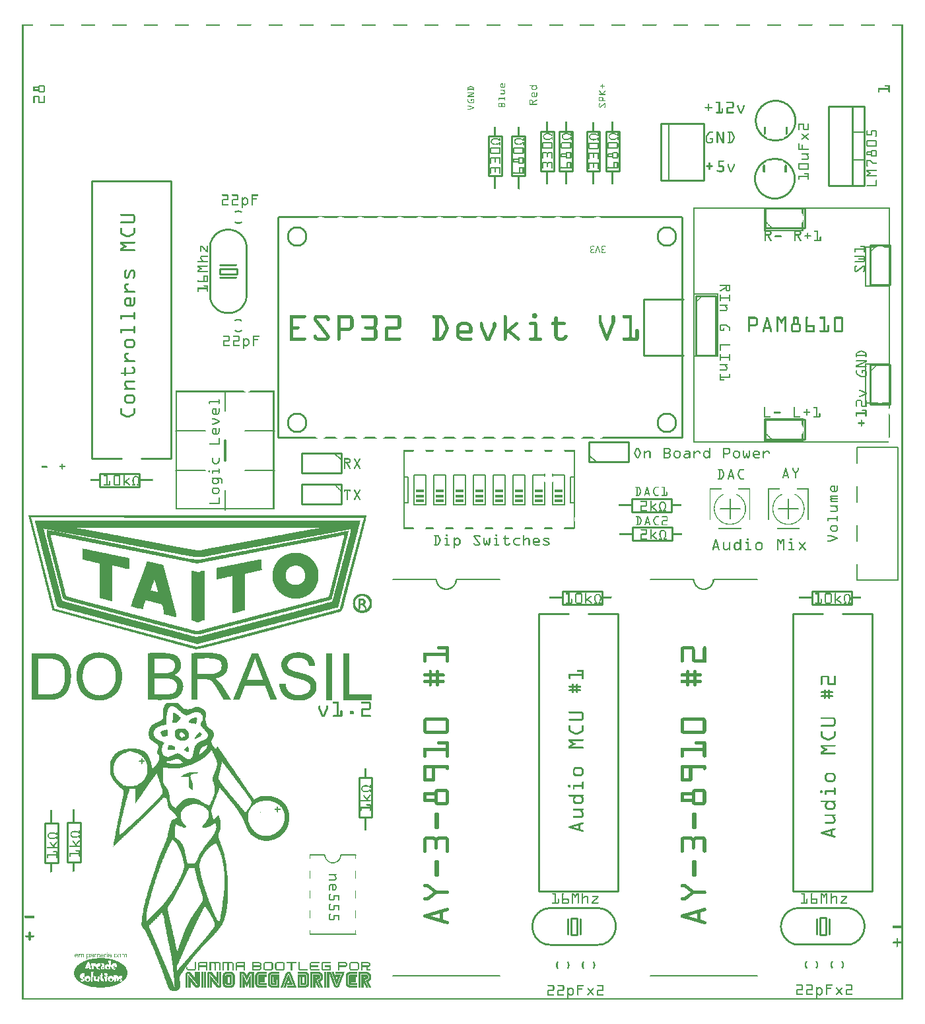
<source format=gto>
G04 MADE WITH FRITZING*
G04 WWW.FRITZING.ORG*
G04 DOUBLE SIDED*
G04 HOLES PLATED*
G04 CONTOUR ON CENTER OF CONTOUR VECTOR*
%ASAXBY*%
%FSLAX23Y23*%
%MOIN*%
%OFA0B0*%
%SFA1.0B1.0*%
%ADD10C,0.103000X0.083*%
%ADD11R,0.096457X0.038714X0.076772X0.019029*%
%ADD12C,0.009843*%
%ADD13R,0.038714X0.096457X0.019029X0.076772*%
%ADD14R,0.040000X0.015000*%
%ADD15C,0.005000*%
%ADD16C,0.010000*%
%ADD17C,0.008000*%
%ADD18C,0.012000*%
%ADD19C,0.006000*%
%ADD20R,0.001000X0.001000*%
%LNSILK1*%
G90*
G70*
G54D10*
X3257Y2911D03*
X3257Y3852D03*
X1388Y2911D03*
X1388Y3852D03*
G54D12*
X998Y3689D02*
X1085Y3689D01*
X1085Y3660D01*
X998Y3660D01*
X998Y3689D01*
D02*
X4029Y413D02*
X4058Y413D01*
X4058Y326D01*
X4029Y326D01*
X4029Y413D01*
D02*
G54D14*
X2709Y2566D03*
X2709Y2541D03*
X2709Y2516D03*
X2609Y2566D03*
X2609Y2541D03*
X2609Y2516D03*
X2509Y2566D03*
X2509Y2541D03*
X2509Y2516D03*
X2409Y2566D03*
X2409Y2541D03*
X2409Y2516D03*
X2309Y2566D03*
X2309Y2541D03*
X2309Y2516D03*
X2209Y2566D03*
X2209Y2541D03*
X2209Y2516D03*
X2109Y2566D03*
X2109Y2541D03*
X2109Y2516D03*
X2009Y2566D03*
X2009Y2541D03*
X2009Y2516D03*
G54D12*
X2773Y412D02*
X2802Y412D01*
X2802Y326D01*
X2773Y326D01*
X2773Y412D01*
D02*
G54D15*
X3575Y2427D02*
X3575Y2477D01*
D02*
X3525Y2477D02*
X3575Y2477D01*
D02*
X3575Y2527D02*
X3575Y2477D01*
D02*
X3575Y2477D02*
X3625Y2477D01*
D02*
X3870Y2427D02*
X3870Y2477D01*
D02*
X3820Y2477D02*
X3870Y2477D01*
D02*
X3870Y2527D02*
X3870Y2477D01*
D02*
X3870Y2477D02*
X3920Y2477D01*
G54D16*
D02*
X295Y894D02*
X295Y694D01*
D02*
X295Y694D02*
X229Y694D01*
D02*
X229Y694D02*
X229Y894D01*
D02*
X229Y894D02*
X295Y894D01*
D02*
X181Y890D02*
X181Y690D01*
D02*
X181Y690D02*
X115Y690D01*
D02*
X115Y690D02*
X115Y890D01*
D02*
X115Y890D02*
X181Y890D01*
D02*
X3441Y4134D02*
X3441Y4420D01*
D02*
X3441Y4420D02*
X3225Y4420D01*
D02*
X3225Y4420D02*
X3225Y4134D01*
D02*
X3225Y4134D02*
X3441Y4134D01*
G54D15*
D02*
X3265Y4420D02*
X3265Y4134D01*
G54D16*
D02*
X3334Y3947D02*
X3334Y2837D01*
D02*
X3339Y3251D02*
X3139Y3251D01*
D02*
X3339Y3533D02*
X3139Y3533D01*
D02*
X3139Y3251D02*
X3139Y3531D01*
D02*
X1293Y2837D02*
X1293Y3947D01*
G54D17*
D02*
X4215Y2787D02*
X4423Y2787D01*
D02*
X4423Y2787D02*
X4423Y2117D01*
D02*
X4423Y2117D02*
X4215Y2117D01*
D02*
X4215Y2787D02*
X4215Y2708D01*
D02*
X4215Y2196D02*
X4215Y2117D01*
D02*
X4215Y2590D02*
X4215Y2511D01*
D02*
X4215Y2393D02*
X4215Y2314D01*
D02*
X1275Y2672D02*
X1125Y2672D01*
D02*
X775Y2672D02*
X925Y2672D01*
D02*
X775Y2872D02*
X925Y2872D01*
D02*
X1275Y2872D02*
X1125Y2872D01*
D02*
X1025Y2472D02*
X1025Y2572D01*
G54D18*
D02*
X1025Y2722D02*
X1025Y2822D01*
G54D17*
D02*
X1025Y2972D02*
X1025Y3072D01*
G54D16*
D02*
X3401Y3552D02*
X3401Y3252D01*
D02*
X3401Y3252D02*
X3501Y3252D01*
D02*
X3501Y3252D02*
X3501Y3552D01*
D02*
X3501Y3552D02*
X3401Y3552D01*
D02*
X3751Y2826D02*
X3951Y2826D01*
D02*
X3951Y2826D02*
X3951Y2926D01*
D02*
X3951Y2926D02*
X3751Y2926D01*
D02*
X3751Y2926D02*
X3751Y2826D01*
D02*
X4283Y3807D02*
X4283Y3607D01*
D02*
X4283Y3607D02*
X4383Y3607D01*
D02*
X4383Y3607D02*
X4383Y3807D01*
D02*
X4383Y3807D02*
X4283Y3807D01*
D02*
X3751Y3893D02*
X3951Y3893D01*
D02*
X3951Y3893D02*
X3951Y3993D01*
D02*
X3951Y3993D02*
X3751Y3993D01*
D02*
X3751Y3993D02*
X3751Y3893D01*
G54D19*
D02*
X1685Y330D02*
X1455Y330D01*
D02*
X1685Y730D02*
X1610Y730D01*
D02*
X1455Y730D02*
X1530Y730D01*
G54D16*
D02*
X1701Y920D02*
X1701Y1120D01*
D02*
X1701Y1120D02*
X1767Y1120D01*
D02*
X1767Y1120D02*
X1767Y920D01*
D02*
X1767Y920D02*
X1701Y920D01*
D02*
X2473Y4156D02*
X2473Y4356D01*
D02*
X2473Y4356D02*
X2539Y4356D01*
D02*
X2539Y4356D02*
X2539Y4156D01*
D02*
X2539Y4156D02*
X2473Y4156D01*
D02*
X2713Y4181D02*
X2713Y4381D01*
D02*
X2713Y4381D02*
X2779Y4381D01*
D02*
X2779Y4381D02*
X2779Y4181D01*
D02*
X2779Y4181D02*
X2713Y4181D01*
D02*
X2950Y4181D02*
X2950Y4381D01*
D02*
X2950Y4381D02*
X3016Y4381D01*
D02*
X3016Y4381D02*
X3016Y4181D01*
D02*
X3016Y4181D02*
X2950Y4181D01*
D02*
X2355Y4156D02*
X2355Y4356D01*
D02*
X2355Y4356D02*
X2421Y4356D01*
D02*
X2421Y4356D02*
X2421Y4156D01*
D02*
X2421Y4156D02*
X2355Y4156D01*
D02*
X2619Y4181D02*
X2619Y4381D01*
D02*
X2619Y4381D02*
X2685Y4381D01*
D02*
X2685Y4381D02*
X2685Y4181D01*
D02*
X2685Y4181D02*
X2619Y4181D01*
D02*
X2851Y4180D02*
X2851Y4380D01*
D02*
X2851Y4380D02*
X2917Y4380D01*
D02*
X2917Y4380D02*
X2917Y4180D01*
D02*
X2917Y4180D02*
X2851Y4180D01*
G54D17*
D02*
X2093Y2121D02*
X1873Y2121D01*
D02*
X1873Y121D02*
X2413Y121D01*
D02*
X2413Y2121D02*
X2193Y2121D01*
D02*
X3392Y2121D02*
X3172Y2121D01*
D02*
X3172Y121D02*
X3712Y121D01*
D02*
X3712Y2121D02*
X3492Y2121D01*
G54D16*
D02*
X2609Y1948D02*
X2609Y548D01*
D02*
X2609Y548D02*
X3009Y548D01*
D02*
X3009Y548D02*
X3009Y1948D01*
D02*
X2609Y1948D02*
X2759Y1948D01*
D02*
X2859Y1948D02*
X3009Y1948D01*
D02*
X753Y2730D02*
X753Y4130D01*
D02*
X753Y4130D02*
X353Y4130D01*
D02*
X353Y4130D02*
X353Y2730D01*
D02*
X753Y2730D02*
X603Y2730D01*
D02*
X503Y2730D02*
X353Y2730D01*
D02*
X3892Y1946D02*
X3892Y546D01*
D02*
X3892Y546D02*
X4292Y546D01*
D02*
X4292Y546D02*
X4292Y1946D01*
D02*
X3892Y1946D02*
X4042Y1946D01*
D02*
X4142Y1946D02*
X4292Y1946D01*
D02*
X4252Y4509D02*
X4252Y4109D01*
D02*
X4252Y4109D02*
X4072Y4109D01*
D02*
X4072Y4109D02*
X4072Y4509D01*
D02*
X4072Y4509D02*
X4252Y4509D01*
D02*
X4252Y4509D02*
X4252Y4109D01*
D02*
X4252Y4109D02*
X4192Y4109D01*
D02*
X4192Y4109D02*
X4192Y4509D01*
D02*
X4192Y4509D02*
X4252Y4509D01*
G54D15*
D02*
X4252Y4379D02*
X4192Y4379D01*
D02*
X4252Y4239D02*
X4192Y4239D01*
G54D16*
D02*
X2864Y2713D02*
X3064Y2713D01*
D02*
X3064Y2713D02*
X3064Y2813D01*
D02*
X3064Y2813D02*
X2864Y2813D01*
D02*
X2864Y2813D02*
X2864Y2713D01*
G54D15*
D02*
X2899Y2713D02*
X2864Y2748D01*
G54D16*
D02*
X593Y2588D02*
X393Y2588D01*
D02*
X393Y2588D02*
X393Y2654D01*
D02*
X393Y2654D02*
X593Y2654D01*
D02*
X593Y2654D02*
X593Y2588D01*
G54D17*
D02*
X1929Y2769D02*
X1929Y2639D01*
D02*
X1929Y2509D02*
X1949Y2509D01*
D02*
X1949Y2509D02*
X1949Y2639D01*
D02*
X1949Y2639D02*
X1929Y2639D01*
D02*
X1929Y2509D02*
X1929Y2379D01*
D02*
X1929Y2639D02*
X1929Y2509D01*
D02*
X2789Y2639D02*
X2769Y2639D01*
D02*
X2769Y2639D02*
X2769Y2509D01*
D02*
X2769Y2509D02*
X2789Y2509D01*
D02*
X2789Y2639D02*
X2789Y2769D01*
D02*
X2789Y2509D02*
X2789Y2639D01*
D02*
X2679Y2649D02*
X2739Y2649D01*
D02*
X2739Y2499D02*
X2739Y2649D01*
D02*
X2739Y2499D02*
X2679Y2499D01*
D02*
X2579Y2649D02*
X2579Y2499D01*
D02*
X2579Y2649D02*
X2639Y2649D01*
D02*
X2639Y2499D02*
X2579Y2499D01*
D02*
X2479Y2649D02*
X2479Y2499D01*
D02*
X2479Y2649D02*
X2539Y2649D01*
D02*
X2539Y2499D02*
X2539Y2649D01*
D02*
X2539Y2499D02*
X2479Y2499D01*
D02*
X2379Y2649D02*
X2379Y2499D01*
D02*
X2379Y2649D02*
X2439Y2649D01*
D02*
X2439Y2499D02*
X2439Y2649D01*
D02*
X2439Y2499D02*
X2379Y2499D01*
D02*
X2279Y2649D02*
X2279Y2499D01*
D02*
X2279Y2649D02*
X2339Y2649D01*
D02*
X2339Y2499D02*
X2339Y2649D01*
D02*
X2339Y2499D02*
X2279Y2499D01*
D02*
X2179Y2649D02*
X2179Y2499D01*
D02*
X2179Y2649D02*
X2239Y2649D01*
D02*
X2239Y2499D02*
X2239Y2649D01*
D02*
X2239Y2499D02*
X2179Y2499D01*
D02*
X2079Y2649D02*
X2079Y2499D01*
D02*
X2079Y2649D02*
X2139Y2649D01*
D02*
X2139Y2499D02*
X2139Y2649D01*
D02*
X2139Y2499D02*
X2079Y2499D01*
D02*
X1979Y2649D02*
X1979Y2499D01*
D02*
X1979Y2649D02*
X2039Y2649D01*
D02*
X2039Y2499D02*
X2039Y2649D01*
D02*
X2039Y2499D02*
X1979Y2499D01*
G54D16*
D02*
X3080Y2528D02*
X3280Y2528D01*
D02*
X3280Y2528D02*
X3280Y2462D01*
D02*
X3280Y2462D02*
X3080Y2462D01*
D02*
X3080Y2462D02*
X3080Y2528D01*
D02*
X3084Y2383D02*
X3284Y2383D01*
D02*
X3284Y2383D02*
X3284Y2317D01*
D02*
X3284Y2317D02*
X3084Y2317D01*
D02*
X3084Y2317D02*
X3084Y2383D01*
D02*
X3990Y2060D02*
X4190Y2060D01*
D02*
X4190Y2060D02*
X4190Y1994D01*
D02*
X4190Y1994D02*
X3990Y1994D01*
D02*
X3990Y1994D02*
X3990Y2060D01*
D02*
X1611Y2758D02*
X1411Y2758D01*
D02*
X1411Y2758D02*
X1411Y2658D01*
D02*
X1411Y2658D02*
X1611Y2658D01*
D02*
X1611Y2658D02*
X1611Y2758D01*
G54D15*
D02*
X1576Y2758D02*
X1611Y2723D01*
G54D16*
D02*
X1611Y2600D02*
X1411Y2600D01*
D02*
X1411Y2600D02*
X1411Y2500D01*
D02*
X1411Y2500D02*
X1611Y2500D01*
D02*
X1611Y2500D02*
X1611Y2600D01*
D02*
X4283Y3204D02*
X4283Y3004D01*
D02*
X4283Y3004D02*
X4383Y3004D01*
D02*
X4383Y3004D02*
X4383Y3204D01*
D02*
X4383Y3204D02*
X4283Y3204D01*
D02*
X2730Y2060D02*
X2930Y2060D01*
D02*
X2930Y2060D02*
X2930Y1994D01*
D02*
X2930Y1994D02*
X2730Y1994D01*
D02*
X2730Y1994D02*
X2730Y2060D01*
G36*
X766Y1447D02*
X766Y1446D01*
X764Y1446D01*
X764Y1437D01*
X763Y1437D01*
X763Y1436D01*
X764Y1436D01*
X764Y1434D01*
X763Y1434D01*
X763Y1426D01*
X762Y1426D01*
X762Y1424D01*
X763Y1424D01*
X763Y1423D01*
X762Y1423D01*
X762Y1415D01*
X760Y1415D01*
X760Y1413D01*
X762Y1413D01*
X762Y1412D01*
X760Y1412D01*
X760Y1403D01*
X759Y1403D01*
X759Y1402D01*
X760Y1402D01*
X760Y1400D01*
X759Y1400D01*
X759Y1399D01*
X784Y1399D01*
X784Y1400D01*
X786Y1400D01*
X786Y1402D01*
X787Y1402D01*
X787Y1403D01*
X789Y1403D01*
X789Y1405D01*
X790Y1405D01*
X790Y1406D01*
X792Y1406D01*
X792Y1407D01*
X793Y1407D01*
X793Y1409D01*
X794Y1409D01*
X794Y1410D01*
X796Y1410D01*
X796Y1413D01*
X797Y1413D01*
X797Y1415D01*
X799Y1415D01*
X799Y1417D01*
X800Y1417D01*
X800Y1420D01*
X801Y1420D01*
X801Y1423D01*
X800Y1423D01*
X800Y1424D01*
X799Y1424D01*
X799Y1426D01*
X797Y1426D01*
X797Y1427D01*
X796Y1427D01*
X796Y1429D01*
X794Y1429D01*
X794Y1430D01*
X793Y1430D01*
X793Y1432D01*
X792Y1432D01*
X792Y1433D01*
X790Y1433D01*
X790Y1434D01*
X789Y1434D01*
X789Y1436D01*
X786Y1436D01*
X786Y1437D01*
X784Y1437D01*
X784Y1439D01*
X783Y1439D01*
X783Y1440D01*
X780Y1440D01*
X780Y1442D01*
X779Y1442D01*
X779Y1443D01*
X776Y1443D01*
X776Y1444D01*
X773Y1444D01*
X773Y1446D01*
X767Y1446D01*
X767Y1447D01*
X766Y1447D01*
G37*
D02*
G36*
X865Y1423D02*
X865Y1422D01*
X867Y1422D01*
X867Y1423D01*
X865Y1423D01*
G37*
D02*
G36*
X868Y1423D02*
X868Y1422D01*
X873Y1422D01*
X873Y1423D01*
X868Y1423D01*
G37*
D02*
G36*
X874Y1423D02*
X874Y1422D01*
X878Y1422D01*
X878Y1423D01*
X874Y1423D01*
G37*
D02*
G36*
X880Y1423D02*
X880Y1422D01*
X884Y1422D01*
X884Y1423D01*
X880Y1423D01*
G37*
D02*
G36*
X864Y1422D02*
X864Y1420D01*
X885Y1420D01*
X885Y1422D01*
X864Y1422D01*
G37*
D02*
G36*
X864Y1422D02*
X864Y1420D01*
X885Y1420D01*
X885Y1422D01*
X864Y1422D01*
G37*
D02*
G36*
X864Y1422D02*
X864Y1420D01*
X885Y1420D01*
X885Y1422D01*
X864Y1422D01*
G37*
D02*
G36*
X864Y1422D02*
X864Y1420D01*
X885Y1420D01*
X885Y1422D01*
X864Y1422D01*
G37*
D02*
G36*
X860Y1420D02*
X860Y1419D01*
X858Y1419D01*
X858Y1417D01*
X856Y1417D01*
X856Y1416D01*
X853Y1416D01*
X853Y1415D01*
X851Y1415D01*
X851Y1413D01*
X850Y1413D01*
X850Y1412D01*
X848Y1412D01*
X848Y1410D01*
X847Y1410D01*
X847Y1409D01*
X846Y1409D01*
X846Y1407D01*
X844Y1407D01*
X844Y1403D01*
X843Y1403D01*
X843Y1399D01*
X844Y1399D01*
X844Y1397D01*
X848Y1397D01*
X848Y1396D01*
X853Y1396D01*
X853Y1395D01*
X857Y1395D01*
X857Y1393D01*
X877Y1393D01*
X877Y1392D01*
X878Y1392D01*
X878Y1395D01*
X880Y1395D01*
X880Y1399D01*
X881Y1399D01*
X881Y1403D01*
X883Y1403D01*
X883Y1409D01*
X884Y1409D01*
X884Y1415D01*
X885Y1415D01*
X885Y1416D01*
X884Y1416D01*
X884Y1417D01*
X885Y1417D01*
X885Y1419D01*
X884Y1419D01*
X884Y1420D01*
X860Y1420D01*
G37*
D02*
G36*
X868Y1393D02*
X868Y1392D01*
X870Y1392D01*
X870Y1393D01*
X868Y1393D01*
G37*
D02*
G36*
X871Y1393D02*
X871Y1392D01*
X873Y1392D01*
X873Y1393D01*
X871Y1393D01*
G37*
D02*
G36*
X874Y1393D02*
X874Y1392D01*
X875Y1392D01*
X875Y1393D01*
X874Y1393D01*
G37*
D02*
G36*
X729Y1387D02*
X729Y1386D01*
X730Y1386D01*
X730Y1387D01*
X729Y1387D01*
G37*
D02*
G36*
X797Y1369D02*
X797Y1368D01*
X799Y1368D01*
X799Y1369D01*
X797Y1369D01*
G37*
D02*
G36*
X800Y1369D02*
X800Y1368D01*
X807Y1368D01*
X807Y1369D01*
X800Y1369D01*
G37*
D02*
G36*
X809Y1369D02*
X809Y1368D01*
X817Y1368D01*
X817Y1369D01*
X809Y1369D01*
G37*
D02*
G36*
X819Y1369D02*
X819Y1368D01*
X820Y1368D01*
X820Y1369D01*
X819Y1369D01*
G37*
D02*
G36*
X792Y1368D02*
X792Y1366D01*
X823Y1366D01*
X823Y1368D01*
X792Y1368D01*
G37*
D02*
G36*
X792Y1368D02*
X792Y1366D01*
X823Y1366D01*
X823Y1368D01*
X792Y1368D01*
G37*
D02*
G36*
X792Y1368D02*
X792Y1366D01*
X823Y1366D01*
X823Y1368D01*
X792Y1368D01*
G37*
D02*
G36*
X792Y1368D02*
X792Y1366D01*
X823Y1366D01*
X823Y1368D01*
X792Y1368D01*
G37*
D02*
G36*
X786Y1366D02*
X786Y1365D01*
X783Y1365D01*
X783Y1363D01*
X780Y1363D01*
X780Y1362D01*
X779Y1362D01*
X779Y1360D01*
X777Y1360D01*
X777Y1359D01*
X776Y1359D01*
X776Y1358D01*
X774Y1358D01*
X774Y1356D01*
X773Y1356D01*
X773Y1352D01*
X772Y1352D01*
X772Y1351D01*
X806Y1351D01*
X806Y1349D01*
X809Y1349D01*
X809Y1348D01*
X811Y1348D01*
X811Y1346D01*
X814Y1346D01*
X814Y1345D01*
X816Y1345D01*
X816Y1343D01*
X817Y1343D01*
X817Y1342D01*
X819Y1342D01*
X819Y1341D01*
X820Y1341D01*
X820Y1339D01*
X821Y1339D01*
X821Y1338D01*
X823Y1338D01*
X823Y1335D01*
X824Y1335D01*
X824Y1332D01*
X823Y1332D01*
X823Y1331D01*
X821Y1331D01*
X821Y1329D01*
X819Y1329D01*
X819Y1328D01*
X816Y1328D01*
X816Y1326D01*
X813Y1326D01*
X813Y1325D01*
X811Y1325D01*
X811Y1323D01*
X809Y1323D01*
X809Y1322D01*
X841Y1322D01*
X841Y1325D01*
X843Y1325D01*
X843Y1342D01*
X841Y1342D01*
X841Y1348D01*
X840Y1348D01*
X840Y1351D01*
X838Y1351D01*
X838Y1353D01*
X837Y1353D01*
X837Y1356D01*
X836Y1356D01*
X836Y1358D01*
X834Y1358D01*
X834Y1359D01*
X833Y1359D01*
X833Y1360D01*
X831Y1360D01*
X831Y1362D01*
X830Y1362D01*
X830Y1363D01*
X829Y1363D01*
X829Y1365D01*
X826Y1365D01*
X826Y1366D01*
X786Y1366D01*
G37*
D02*
G36*
X772Y1351D02*
X772Y1335D01*
X773Y1335D01*
X773Y1331D01*
X774Y1331D01*
X774Y1326D01*
X776Y1326D01*
X776Y1325D01*
X777Y1325D01*
X777Y1322D01*
X806Y1322D01*
X806Y1323D01*
X804Y1323D01*
X804Y1325D01*
X803Y1325D01*
X803Y1326D01*
X801Y1326D01*
X801Y1328D01*
X800Y1328D01*
X800Y1329D01*
X799Y1329D01*
X799Y1332D01*
X797Y1332D01*
X797Y1335D01*
X796Y1335D01*
X796Y1341D01*
X797Y1341D01*
X797Y1343D01*
X799Y1343D01*
X799Y1346D01*
X800Y1346D01*
X800Y1349D01*
X801Y1349D01*
X801Y1351D01*
X772Y1351D01*
G37*
D02*
G36*
X779Y1322D02*
X779Y1321D01*
X841Y1321D01*
X841Y1322D01*
X779Y1322D01*
G37*
D02*
G36*
X779Y1322D02*
X779Y1321D01*
X841Y1321D01*
X841Y1322D01*
X779Y1322D01*
G37*
D02*
G36*
X780Y1321D02*
X780Y1319D01*
X782Y1319D01*
X782Y1318D01*
X783Y1318D01*
X783Y1316D01*
X784Y1316D01*
X784Y1315D01*
X786Y1315D01*
X786Y1314D01*
X789Y1314D01*
X789Y1312D01*
X792Y1312D01*
X792Y1311D01*
X797Y1311D01*
X797Y1309D01*
X820Y1309D01*
X820Y1308D01*
X821Y1308D01*
X821Y1309D01*
X827Y1309D01*
X827Y1311D01*
X830Y1311D01*
X830Y1312D01*
X833Y1312D01*
X833Y1314D01*
X836Y1314D01*
X836Y1315D01*
X837Y1315D01*
X837Y1316D01*
X838Y1316D01*
X838Y1319D01*
X840Y1319D01*
X840Y1321D01*
X780Y1321D01*
G37*
D02*
G36*
X804Y1309D02*
X804Y1308D01*
X806Y1308D01*
X806Y1309D01*
X804Y1309D01*
G37*
D02*
G36*
X809Y1309D02*
X809Y1308D01*
X810Y1308D01*
X810Y1309D01*
X809Y1309D01*
G37*
D02*
G36*
X811Y1309D02*
X811Y1308D01*
X816Y1308D01*
X816Y1309D01*
X811Y1309D01*
G37*
D02*
G36*
X817Y1309D02*
X817Y1308D01*
X819Y1308D01*
X819Y1309D01*
X817Y1309D01*
G37*
D02*
G36*
X728Y1363D02*
X728Y1362D01*
X729Y1362D01*
X729Y1363D01*
X728Y1363D01*
G37*
D02*
G36*
X730Y1363D02*
X730Y1362D01*
X733Y1362D01*
X733Y1363D01*
X730Y1363D01*
G37*
D02*
G36*
X735Y1363D02*
X735Y1362D01*
X736Y1362D01*
X736Y1363D01*
X735Y1363D01*
G37*
D02*
G36*
X720Y1362D02*
X720Y1360D01*
X736Y1360D01*
X736Y1362D01*
X720Y1362D01*
G37*
D02*
G36*
X720Y1362D02*
X720Y1360D01*
X736Y1360D01*
X736Y1362D01*
X720Y1362D01*
G37*
D02*
G36*
X720Y1362D02*
X720Y1360D01*
X736Y1360D01*
X736Y1362D01*
X720Y1362D01*
G37*
D02*
G36*
X715Y1360D02*
X715Y1359D01*
X710Y1359D01*
X710Y1358D01*
X708Y1358D01*
X708Y1356D01*
X705Y1356D01*
X705Y1355D01*
X703Y1355D01*
X703Y1353D01*
X702Y1353D01*
X702Y1352D01*
X699Y1352D01*
X699Y1348D01*
X700Y1348D01*
X700Y1343D01*
X702Y1343D01*
X702Y1339D01*
X703Y1339D01*
X703Y1338D01*
X705Y1338D01*
X705Y1335D01*
X706Y1335D01*
X706Y1332D01*
X708Y1332D01*
X708Y1331D01*
X709Y1331D01*
X709Y1329D01*
X710Y1329D01*
X710Y1328D01*
X712Y1328D01*
X712Y1326D01*
X715Y1326D01*
X715Y1328D01*
X720Y1328D01*
X720Y1329D01*
X725Y1329D01*
X725Y1331D01*
X729Y1331D01*
X729Y1332D01*
X735Y1332D01*
X735Y1333D01*
X736Y1333D01*
X736Y1360D01*
X715Y1360D01*
G37*
D02*
G36*
X895Y1351D02*
X895Y1349D01*
X894Y1349D01*
X894Y1348D01*
X893Y1348D01*
X893Y1346D01*
X891Y1346D01*
X891Y1345D01*
X890Y1345D01*
X890Y1343D01*
X888Y1343D01*
X888Y1342D01*
X887Y1342D01*
X887Y1341D01*
X885Y1341D01*
X885Y1339D01*
X884Y1339D01*
X884Y1336D01*
X883Y1336D01*
X883Y1335D01*
X881Y1335D01*
X881Y1333D01*
X880Y1333D01*
X880Y1332D01*
X878Y1332D01*
X878Y1329D01*
X877Y1329D01*
X877Y1328D01*
X875Y1328D01*
X875Y1323D01*
X874Y1323D01*
X874Y1321D01*
X873Y1321D01*
X873Y1315D01*
X875Y1315D01*
X875Y1316D01*
X878Y1316D01*
X878Y1318D01*
X881Y1318D01*
X881Y1319D01*
X884Y1319D01*
X884Y1321D01*
X887Y1321D01*
X887Y1322D01*
X890Y1322D01*
X890Y1323D01*
X893Y1323D01*
X893Y1325D01*
X895Y1325D01*
X895Y1326D01*
X897Y1326D01*
X897Y1328D01*
X900Y1328D01*
X900Y1329D01*
X901Y1329D01*
X901Y1331D01*
X902Y1331D01*
X902Y1332D01*
X904Y1332D01*
X904Y1333D01*
X905Y1333D01*
X905Y1335D01*
X907Y1335D01*
X907Y1336D01*
X908Y1336D01*
X908Y1341D01*
X907Y1341D01*
X907Y1342D01*
X905Y1342D01*
X905Y1343D01*
X904Y1343D01*
X904Y1345D01*
X902Y1345D01*
X902Y1346D01*
X901Y1346D01*
X901Y1348D01*
X900Y1348D01*
X900Y1349D01*
X898Y1349D01*
X898Y1351D01*
X895Y1351D01*
G37*
D02*
G36*
X740Y1285D02*
X740Y1284D01*
X756Y1284D01*
X756Y1285D01*
X740Y1285D01*
G37*
D02*
G36*
X740Y1284D02*
X740Y1282D01*
X760Y1282D01*
X760Y1284D01*
X740Y1284D01*
G37*
D02*
G36*
X762Y1284D02*
X762Y1282D01*
X763Y1282D01*
X763Y1284D01*
X762Y1284D01*
G37*
D02*
G36*
X740Y1282D02*
X740Y1281D01*
X764Y1281D01*
X764Y1282D01*
X740Y1282D01*
G37*
D02*
G36*
X740Y1282D02*
X740Y1281D01*
X764Y1281D01*
X764Y1282D01*
X740Y1282D01*
G37*
D02*
G36*
X740Y1281D02*
X740Y1279D01*
X739Y1279D01*
X739Y1274D01*
X737Y1274D01*
X737Y1268D01*
X736Y1268D01*
X736Y1262D01*
X735Y1262D01*
X735Y1261D01*
X772Y1261D01*
X772Y1279D01*
X767Y1279D01*
X767Y1281D01*
X740Y1281D01*
G37*
D02*
G36*
X836Y1279D02*
X836Y1278D01*
X834Y1278D01*
X834Y1277D01*
X833Y1277D01*
X833Y1275D01*
X831Y1275D01*
X831Y1274D01*
X829Y1274D01*
X829Y1272D01*
X827Y1272D01*
X827Y1271D01*
X826Y1271D01*
X826Y1269D01*
X824Y1269D01*
X824Y1268D01*
X821Y1268D01*
X821Y1265D01*
X820Y1265D01*
X820Y1264D01*
X819Y1264D01*
X819Y1261D01*
X820Y1261D01*
X820Y1259D01*
X821Y1259D01*
X821Y1258D01*
X823Y1258D01*
X823Y1257D01*
X826Y1257D01*
X826Y1255D01*
X827Y1255D01*
X827Y1254D01*
X830Y1254D01*
X830Y1252D01*
X833Y1252D01*
X833Y1251D01*
X837Y1251D01*
X837Y1250D01*
X843Y1250D01*
X843Y1251D01*
X844Y1251D01*
X844Y1264D01*
X843Y1264D01*
X843Y1268D01*
X841Y1268D01*
X841Y1272D01*
X840Y1272D01*
X840Y1275D01*
X838Y1275D01*
X838Y1278D01*
X837Y1278D01*
X837Y1279D01*
X836Y1279D01*
G37*
D02*
G36*
X1012Y1244D02*
X1012Y1242D01*
X1013Y1242D01*
X1013Y1244D01*
X1012Y1244D01*
G37*
D02*
G36*
X1006Y1181D02*
X1006Y1180D01*
X1008Y1180D01*
X1008Y1181D01*
X1006Y1181D01*
G37*
D02*
G36*
X656Y1178D02*
X656Y1177D01*
X658Y1177D01*
X658Y1178D01*
X656Y1178D01*
G37*
D02*
G36*
X865Y1149D02*
X865Y1147D01*
X867Y1147D01*
X867Y1149D01*
X865Y1149D01*
G37*
D02*
G36*
X868Y1149D02*
X868Y1147D01*
X870Y1147D01*
X870Y1149D01*
X868Y1149D01*
G37*
D02*
G36*
X871Y1149D02*
X871Y1147D01*
X873Y1147D01*
X873Y1149D01*
X871Y1149D01*
G37*
D02*
G36*
X874Y1149D02*
X874Y1147D01*
X875Y1147D01*
X875Y1149D01*
X874Y1149D01*
G37*
D02*
G36*
X877Y1149D02*
X877Y1147D01*
X878Y1147D01*
X878Y1149D01*
X877Y1149D01*
G37*
D02*
G36*
X880Y1149D02*
X880Y1147D01*
X881Y1147D01*
X881Y1149D01*
X880Y1149D01*
G37*
D02*
G36*
X883Y1149D02*
X883Y1147D01*
X884Y1147D01*
X884Y1149D01*
X883Y1149D01*
G37*
D02*
G36*
X885Y1149D02*
X885Y1147D01*
X887Y1147D01*
X887Y1149D01*
X885Y1149D01*
G37*
D02*
G36*
X888Y1149D02*
X888Y1147D01*
X890Y1147D01*
X890Y1149D01*
X888Y1149D01*
G37*
D02*
G36*
X851Y1147D02*
X851Y1146D01*
X853Y1146D01*
X853Y1147D01*
X851Y1147D01*
G37*
D02*
G36*
X854Y1147D02*
X854Y1146D01*
X891Y1146D01*
X891Y1147D01*
X854Y1147D01*
G37*
D02*
G36*
X854Y1147D02*
X854Y1146D01*
X891Y1146D01*
X891Y1147D01*
X854Y1147D01*
G37*
D02*
G36*
X854Y1147D02*
X854Y1146D01*
X891Y1146D01*
X891Y1147D01*
X854Y1147D01*
G37*
D02*
G36*
X854Y1147D02*
X854Y1146D01*
X891Y1146D01*
X891Y1147D01*
X854Y1147D01*
G37*
D02*
G36*
X854Y1147D02*
X854Y1146D01*
X891Y1146D01*
X891Y1147D01*
X854Y1147D01*
G37*
D02*
G36*
X854Y1147D02*
X854Y1146D01*
X891Y1146D01*
X891Y1147D01*
X854Y1147D01*
G37*
D02*
G36*
X854Y1147D02*
X854Y1146D01*
X891Y1146D01*
X891Y1147D01*
X854Y1147D01*
G37*
D02*
G36*
X854Y1147D02*
X854Y1146D01*
X891Y1146D01*
X891Y1147D01*
X854Y1147D01*
G37*
D02*
G36*
X854Y1147D02*
X854Y1146D01*
X891Y1146D01*
X891Y1147D01*
X854Y1147D01*
G37*
D02*
G36*
X844Y1146D02*
X844Y1144D01*
X890Y1144D01*
X890Y1146D01*
X844Y1146D01*
G37*
D02*
G36*
X844Y1146D02*
X844Y1144D01*
X890Y1144D01*
X890Y1146D01*
X844Y1146D01*
G37*
D02*
G36*
X837Y1144D02*
X837Y1143D01*
X838Y1143D01*
X838Y1144D01*
X837Y1144D01*
G37*
D02*
G36*
X840Y1144D02*
X840Y1143D01*
X890Y1143D01*
X890Y1144D01*
X840Y1144D01*
G37*
D02*
G36*
X833Y1143D02*
X833Y1141D01*
X887Y1141D01*
X887Y1143D01*
X833Y1143D01*
G37*
D02*
G36*
X833Y1143D02*
X833Y1141D01*
X887Y1141D01*
X887Y1143D01*
X833Y1143D01*
G37*
D02*
G36*
X829Y1141D02*
X829Y1140D01*
X868Y1140D01*
X868Y1139D01*
X870Y1139D01*
X870Y1140D01*
X875Y1140D01*
X875Y1141D01*
X829Y1141D01*
G37*
D02*
G36*
X877Y1141D02*
X877Y1140D01*
X878Y1140D01*
X878Y1141D01*
X877Y1141D01*
G37*
D02*
G36*
X826Y1140D02*
X826Y1139D01*
X823Y1139D01*
X823Y1137D01*
X820Y1137D01*
X820Y1136D01*
X817Y1136D01*
X817Y1134D01*
X814Y1134D01*
X814Y1133D01*
X813Y1133D01*
X813Y1131D01*
X810Y1131D01*
X810Y1130D01*
X809Y1130D01*
X809Y1129D01*
X806Y1129D01*
X806Y1127D01*
X804Y1127D01*
X804Y1126D01*
X801Y1126D01*
X801Y1124D01*
X843Y1124D01*
X843Y1121D01*
X844Y1121D01*
X844Y1120D01*
X843Y1120D01*
X843Y1119D01*
X844Y1119D01*
X844Y1114D01*
X843Y1114D01*
X843Y1113D01*
X844Y1113D01*
X844Y1112D01*
X843Y1112D01*
X843Y1103D01*
X841Y1103D01*
X841Y1094D01*
X840Y1094D01*
X840Y1093D01*
X841Y1093D01*
X841Y1092D01*
X840Y1092D01*
X840Y1090D01*
X841Y1090D01*
X841Y1089D01*
X840Y1089D01*
X840Y1086D01*
X841Y1086D01*
X841Y1084D01*
X840Y1084D01*
X840Y1083D01*
X841Y1083D01*
X841Y1077D01*
X843Y1077D01*
X843Y1073D01*
X844Y1073D01*
X844Y1072D01*
X846Y1072D01*
X846Y1069D01*
X847Y1069D01*
X847Y1067D01*
X848Y1067D01*
X848Y1066D01*
X850Y1066D01*
X850Y1065D01*
X851Y1065D01*
X851Y1063D01*
X853Y1063D01*
X853Y1062D01*
X856Y1062D01*
X856Y1060D01*
X858Y1060D01*
X858Y1059D01*
X861Y1059D01*
X861Y1094D01*
X860Y1094D01*
X860Y1100D01*
X858Y1100D01*
X858Y1104D01*
X857Y1104D01*
X857Y1109D01*
X856Y1109D01*
X856Y1112D01*
X854Y1112D01*
X854Y1116D01*
X853Y1116D01*
X853Y1119D01*
X851Y1119D01*
X851Y1124D01*
X850Y1124D01*
X850Y1126D01*
X851Y1126D01*
X851Y1127D01*
X850Y1127D01*
X850Y1129D01*
X851Y1129D01*
X851Y1131D01*
X853Y1131D01*
X853Y1133D01*
X854Y1133D01*
X854Y1134D01*
X856Y1134D01*
X856Y1136D01*
X860Y1136D01*
X860Y1137D01*
X863Y1137D01*
X863Y1139D01*
X867Y1139D01*
X867Y1140D01*
X826Y1140D01*
G37*
D02*
G36*
X803Y1124D02*
X803Y1123D01*
X804Y1123D01*
X804Y1124D01*
X803Y1124D01*
G37*
D02*
G36*
X806Y1124D02*
X806Y1123D01*
X807Y1123D01*
X807Y1124D01*
X806Y1124D01*
G37*
D02*
G36*
X809Y1124D02*
X809Y1123D01*
X810Y1123D01*
X810Y1124D01*
X809Y1124D01*
G37*
D02*
G36*
X811Y1124D02*
X811Y1123D01*
X813Y1123D01*
X813Y1124D01*
X811Y1124D01*
G37*
D02*
G36*
X814Y1124D02*
X814Y1123D01*
X816Y1123D01*
X816Y1124D01*
X814Y1124D01*
G37*
D02*
G36*
X817Y1124D02*
X817Y1123D01*
X819Y1123D01*
X819Y1124D01*
X817Y1124D01*
G37*
D02*
G36*
X820Y1124D02*
X820Y1123D01*
X821Y1123D01*
X821Y1124D01*
X820Y1124D01*
G37*
D02*
G36*
X823Y1124D02*
X823Y1123D01*
X824Y1123D01*
X824Y1124D01*
X823Y1124D01*
G37*
D02*
G36*
X826Y1124D02*
X826Y1123D01*
X827Y1123D01*
X827Y1124D01*
X826Y1124D01*
G37*
D02*
G36*
X829Y1124D02*
X829Y1123D01*
X830Y1123D01*
X830Y1124D01*
X829Y1124D01*
G37*
D02*
G36*
X831Y1124D02*
X831Y1123D01*
X833Y1123D01*
X833Y1124D01*
X831Y1124D01*
G37*
D02*
G36*
X834Y1124D02*
X834Y1123D01*
X836Y1123D01*
X836Y1124D01*
X834Y1124D01*
G37*
D02*
G36*
X837Y1124D02*
X837Y1123D01*
X838Y1123D01*
X838Y1124D01*
X837Y1124D01*
G37*
D02*
G36*
X840Y1124D02*
X840Y1123D01*
X841Y1123D01*
X841Y1124D01*
X840Y1124D01*
G37*
D02*
G36*
X1100Y1116D02*
X1100Y1114D01*
X1102Y1114D01*
X1102Y1116D01*
X1100Y1116D01*
G37*
D02*
G36*
X642Y1090D02*
X642Y1089D01*
X644Y1089D01*
X644Y1090D01*
X642Y1090D01*
G37*
D02*
G36*
X1201Y951D02*
X1201Y949D01*
X1203Y949D01*
X1203Y951D01*
X1201Y951D01*
G37*
D02*
G36*
X813Y897D02*
X813Y895D01*
X814Y895D01*
X814Y897D01*
X813Y897D01*
G37*
D02*
G36*
X565Y871D02*
X565Y870D01*
X567Y870D01*
X567Y871D01*
X565Y871D01*
G37*
D02*
G36*
X562Y868D02*
X562Y867D01*
X564Y867D01*
X564Y868D01*
X562Y868D01*
G37*
D02*
G36*
X560Y865D02*
X560Y864D01*
X561Y864D01*
X561Y865D01*
X560Y865D01*
G37*
D02*
G36*
X557Y863D02*
X557Y861D01*
X558Y861D01*
X558Y863D01*
X557Y863D01*
G37*
D02*
G36*
X1186Y813D02*
X1186Y811D01*
X1187Y811D01*
X1187Y813D01*
X1186Y813D01*
G37*
D02*
G36*
X756Y800D02*
X756Y799D01*
X757Y799D01*
X757Y800D01*
X756Y800D01*
G37*
D02*
G36*
X460Y773D02*
X460Y772D01*
X461Y772D01*
X461Y773D01*
X460Y773D01*
G37*
D02*
G36*
X807Y589D02*
X807Y588D01*
X809Y588D01*
X809Y589D01*
X807Y589D01*
G37*
D02*
G36*
X764Y507D02*
X764Y506D01*
X766Y506D01*
X766Y507D01*
X764Y507D01*
G37*
D02*
G36*
X918Y461D02*
X918Y460D01*
X920Y460D01*
X920Y461D01*
X918Y461D01*
G37*
D02*
G36*
X705Y436D02*
X705Y434D01*
X706Y434D01*
X706Y436D01*
X705Y436D01*
G37*
D02*
G36*
X702Y433D02*
X702Y432D01*
X703Y432D01*
X703Y433D01*
X702Y433D01*
G37*
D02*
G36*
X699Y430D02*
X699Y429D01*
X700Y429D01*
X700Y430D01*
X699Y430D01*
G37*
D02*
G36*
X696Y427D02*
X696Y426D01*
X698Y426D01*
X698Y427D01*
X696Y427D01*
G37*
D02*
G36*
X693Y424D02*
X693Y423D01*
X695Y423D01*
X695Y424D01*
X693Y424D01*
G37*
D02*
G36*
X691Y422D02*
X691Y420D01*
X692Y420D01*
X692Y422D01*
X691Y422D01*
G37*
D02*
G36*
X688Y419D02*
X688Y417D01*
X689Y417D01*
X689Y419D01*
X688Y419D01*
G37*
D02*
G36*
X685Y416D02*
X685Y414D01*
X686Y414D01*
X686Y416D01*
X685Y416D01*
G37*
D02*
G36*
X682Y413D02*
X682Y412D01*
X683Y412D01*
X683Y413D01*
X682Y413D01*
G37*
D02*
G36*
X679Y410D02*
X679Y409D01*
X681Y409D01*
X681Y410D01*
X679Y410D01*
G37*
D02*
G36*
X676Y407D02*
X676Y406D01*
X678Y406D01*
X678Y407D01*
X676Y407D01*
G37*
D02*
G36*
X904Y259D02*
X904Y258D01*
X905Y258D01*
X905Y259D01*
X904Y259D01*
G37*
D02*
G36*
X735Y1497D02*
X735Y1496D01*
X730Y1496D01*
X730Y1494D01*
X729Y1494D01*
X729Y1493D01*
X726Y1493D01*
X726Y1491D01*
X725Y1491D01*
X725Y1490D01*
X723Y1490D01*
X723Y1488D01*
X722Y1488D01*
X722Y1486D01*
X720Y1486D01*
X720Y1484D01*
X719Y1484D01*
X719Y1481D01*
X764Y1481D01*
X764Y1480D01*
X767Y1480D01*
X767Y1479D01*
X770Y1479D01*
X770Y1477D01*
X773Y1477D01*
X773Y1476D01*
X774Y1476D01*
X774Y1474D01*
X777Y1474D01*
X777Y1473D01*
X779Y1473D01*
X779Y1471D01*
X780Y1471D01*
X780Y1470D01*
X782Y1470D01*
X782Y1469D01*
X784Y1469D01*
X784Y1467D01*
X786Y1467D01*
X786Y1466D01*
X787Y1466D01*
X787Y1464D01*
X829Y1464D01*
X829Y1466D01*
X824Y1466D01*
X824Y1467D01*
X820Y1467D01*
X820Y1469D01*
X817Y1469D01*
X817Y1470D01*
X816Y1470D01*
X816Y1471D01*
X814Y1471D01*
X814Y1473D01*
X813Y1473D01*
X813Y1474D01*
X810Y1474D01*
X810Y1476D01*
X809Y1476D01*
X809Y1477D01*
X807Y1477D01*
X807Y1480D01*
X804Y1480D01*
X804Y1483D01*
X803Y1483D01*
X803Y1484D01*
X800Y1484D01*
X800Y1487D01*
X799Y1487D01*
X799Y1488D01*
X797Y1488D01*
X797Y1490D01*
X794Y1490D01*
X794Y1491D01*
X793Y1491D01*
X793Y1493D01*
X792Y1493D01*
X792Y1494D01*
X789Y1494D01*
X789Y1496D01*
X786Y1496D01*
X786Y1497D01*
X735Y1497D01*
G37*
D02*
G36*
X718Y1481D02*
X718Y1479D01*
X716Y1479D01*
X716Y1474D01*
X715Y1474D01*
X715Y1470D01*
X713Y1470D01*
X713Y1463D01*
X712Y1463D01*
X712Y1461D01*
X713Y1461D01*
X713Y1460D01*
X712Y1460D01*
X712Y1416D01*
X710Y1416D01*
X710Y1415D01*
X708Y1415D01*
X708Y1413D01*
X706Y1413D01*
X706Y1412D01*
X705Y1412D01*
X705Y1410D01*
X702Y1410D01*
X702Y1409D01*
X700Y1409D01*
X700Y1407D01*
X698Y1407D01*
X698Y1406D01*
X695Y1406D01*
X695Y1405D01*
X692Y1405D01*
X692Y1403D01*
X689Y1403D01*
X689Y1402D01*
X686Y1402D01*
X686Y1400D01*
X682Y1400D01*
X682Y1399D01*
X679Y1399D01*
X679Y1397D01*
X676Y1397D01*
X676Y1396D01*
X673Y1396D01*
X673Y1395D01*
X671Y1395D01*
X671Y1393D01*
X668Y1393D01*
X668Y1392D01*
X665Y1392D01*
X665Y1390D01*
X662Y1390D01*
X662Y1389D01*
X661Y1389D01*
X661Y1387D01*
X658Y1387D01*
X658Y1386D01*
X716Y1386D01*
X716Y1385D01*
X718Y1385D01*
X718Y1386D01*
X728Y1386D01*
X728Y1387D01*
X729Y1387D01*
X729Y1389D01*
X730Y1389D01*
X730Y1390D01*
X729Y1390D01*
X729Y1392D01*
X730Y1392D01*
X730Y1393D01*
X729Y1393D01*
X729Y1416D01*
X730Y1416D01*
X730Y1417D01*
X729Y1417D01*
X729Y1419D01*
X730Y1419D01*
X730Y1420D01*
X729Y1420D01*
X729Y1422D01*
X730Y1422D01*
X730Y1434D01*
X732Y1434D01*
X732Y1436D01*
X730Y1436D01*
X730Y1437D01*
X732Y1437D01*
X732Y1446D01*
X733Y1446D01*
X733Y1452D01*
X735Y1452D01*
X735Y1457D01*
X736Y1457D01*
X736Y1461D01*
X737Y1461D01*
X737Y1464D01*
X739Y1464D01*
X739Y1467D01*
X740Y1467D01*
X740Y1470D01*
X742Y1470D01*
X742Y1473D01*
X743Y1473D01*
X743Y1474D01*
X745Y1474D01*
X745Y1476D01*
X746Y1476D01*
X746Y1477D01*
X747Y1477D01*
X747Y1479D01*
X750Y1479D01*
X750Y1480D01*
X753Y1480D01*
X753Y1481D01*
X718Y1481D01*
G37*
D02*
G36*
X881Y1477D02*
X881Y1476D01*
X883Y1476D01*
X883Y1477D01*
X881Y1477D01*
G37*
D02*
G36*
X884Y1477D02*
X884Y1476D01*
X885Y1476D01*
X885Y1477D01*
X884Y1477D01*
G37*
D02*
G36*
X887Y1477D02*
X887Y1476D01*
X888Y1476D01*
X888Y1477D01*
X887Y1477D01*
G37*
D02*
G36*
X874Y1476D02*
X874Y1474D01*
X895Y1474D01*
X895Y1476D01*
X874Y1476D01*
G37*
D02*
G36*
X874Y1476D02*
X874Y1474D01*
X895Y1474D01*
X895Y1476D01*
X874Y1476D01*
G37*
D02*
G36*
X874Y1476D02*
X874Y1474D01*
X895Y1474D01*
X895Y1476D01*
X874Y1476D01*
G37*
D02*
G36*
X868Y1474D02*
X868Y1473D01*
X865Y1473D01*
X865Y1471D01*
X861Y1471D01*
X861Y1470D01*
X858Y1470D01*
X858Y1469D01*
X854Y1469D01*
X854Y1467D01*
X850Y1467D01*
X850Y1466D01*
X844Y1466D01*
X844Y1464D01*
X915Y1464D01*
X915Y1466D01*
X914Y1466D01*
X914Y1467D01*
X911Y1467D01*
X911Y1469D01*
X910Y1469D01*
X910Y1470D01*
X907Y1470D01*
X907Y1471D01*
X904Y1471D01*
X904Y1473D01*
X900Y1473D01*
X900Y1474D01*
X868Y1474D01*
G37*
D02*
G36*
X830Y1466D02*
X830Y1464D01*
X831Y1464D01*
X831Y1466D01*
X830Y1466D01*
G37*
D02*
G36*
X841Y1466D02*
X841Y1464D01*
X843Y1464D01*
X843Y1466D01*
X841Y1466D01*
G37*
D02*
G36*
X789Y1464D02*
X789Y1463D01*
X917Y1463D01*
X917Y1464D01*
X789Y1464D01*
G37*
D02*
G36*
X789Y1464D02*
X789Y1463D01*
X917Y1463D01*
X917Y1464D01*
X789Y1464D01*
G37*
D02*
G36*
X789Y1464D02*
X789Y1463D01*
X917Y1463D01*
X917Y1464D01*
X789Y1464D01*
G37*
D02*
G36*
X789Y1464D02*
X789Y1463D01*
X917Y1463D01*
X917Y1464D01*
X789Y1464D01*
G37*
D02*
G36*
X790Y1463D02*
X790Y1461D01*
X792Y1461D01*
X792Y1460D01*
X793Y1460D01*
X793Y1459D01*
X796Y1459D01*
X796Y1457D01*
X797Y1457D01*
X797Y1456D01*
X799Y1456D01*
X799Y1454D01*
X800Y1454D01*
X800Y1453D01*
X880Y1453D01*
X880Y1452D01*
X891Y1452D01*
X891Y1450D01*
X894Y1450D01*
X894Y1449D01*
X897Y1449D01*
X897Y1447D01*
X898Y1447D01*
X898Y1446D01*
X901Y1446D01*
X901Y1444D01*
X902Y1444D01*
X902Y1443D01*
X904Y1443D01*
X904Y1442D01*
X905Y1442D01*
X905Y1440D01*
X907Y1440D01*
X907Y1439D01*
X908Y1439D01*
X908Y1436D01*
X910Y1436D01*
X910Y1434D01*
X911Y1434D01*
X911Y1430D01*
X912Y1430D01*
X912Y1426D01*
X914Y1426D01*
X914Y1410D01*
X912Y1410D01*
X912Y1409D01*
X911Y1409D01*
X911Y1406D01*
X910Y1406D01*
X910Y1405D01*
X908Y1405D01*
X908Y1403D01*
X907Y1403D01*
X907Y1400D01*
X905Y1400D01*
X905Y1397D01*
X904Y1397D01*
X904Y1395D01*
X902Y1395D01*
X902Y1383D01*
X904Y1383D01*
X904Y1380D01*
X905Y1380D01*
X905Y1379D01*
X907Y1379D01*
X907Y1376D01*
X908Y1376D01*
X908Y1375D01*
X910Y1375D01*
X910Y1373D01*
X911Y1373D01*
X911Y1372D01*
X912Y1372D01*
X912Y1370D01*
X914Y1370D01*
X914Y1369D01*
X915Y1369D01*
X915Y1368D01*
X917Y1368D01*
X917Y1366D01*
X918Y1366D01*
X918Y1365D01*
X920Y1365D01*
X920Y1363D01*
X921Y1363D01*
X921Y1360D01*
X922Y1360D01*
X922Y1359D01*
X924Y1359D01*
X924Y1358D01*
X925Y1358D01*
X925Y1356D01*
X927Y1356D01*
X927Y1355D01*
X928Y1355D01*
X928Y1353D01*
X930Y1353D01*
X930Y1352D01*
X931Y1352D01*
X931Y1351D01*
X932Y1351D01*
X932Y1349D01*
X934Y1349D01*
X934Y1348D01*
X935Y1348D01*
X935Y1345D01*
X937Y1345D01*
X937Y1342D01*
X938Y1342D01*
X938Y1329D01*
X937Y1329D01*
X937Y1323D01*
X935Y1323D01*
X935Y1321D01*
X934Y1321D01*
X934Y1319D01*
X932Y1319D01*
X932Y1318D01*
X931Y1318D01*
X931Y1316D01*
X930Y1316D01*
X930Y1315D01*
X927Y1315D01*
X927Y1314D01*
X924Y1314D01*
X924Y1312D01*
X918Y1312D01*
X918Y1311D01*
X915Y1311D01*
X915Y1309D01*
X958Y1309D01*
X958Y1312D01*
X959Y1312D01*
X959Y1315D01*
X961Y1315D01*
X961Y1316D01*
X962Y1316D01*
X962Y1319D01*
X964Y1319D01*
X964Y1322D01*
X965Y1322D01*
X965Y1325D01*
X966Y1325D01*
X966Y1329D01*
X968Y1329D01*
X968Y1339D01*
X969Y1339D01*
X969Y1341D01*
X968Y1341D01*
X968Y1349D01*
X966Y1349D01*
X966Y1352D01*
X965Y1352D01*
X965Y1355D01*
X964Y1355D01*
X964Y1358D01*
X961Y1358D01*
X961Y1360D01*
X958Y1360D01*
X958Y1362D01*
X957Y1362D01*
X957Y1363D01*
X954Y1363D01*
X954Y1365D01*
X952Y1365D01*
X952Y1366D01*
X949Y1366D01*
X949Y1368D01*
X948Y1368D01*
X948Y1369D01*
X945Y1369D01*
X945Y1370D01*
X944Y1370D01*
X944Y1372D01*
X942Y1372D01*
X942Y1373D01*
X939Y1373D01*
X939Y1376D01*
X938Y1376D01*
X938Y1378D01*
X937Y1378D01*
X937Y1379D01*
X935Y1379D01*
X935Y1382D01*
X934Y1382D01*
X934Y1386D01*
X932Y1386D01*
X932Y1389D01*
X931Y1389D01*
X931Y1393D01*
X930Y1393D01*
X930Y1397D01*
X928Y1397D01*
X928Y1406D01*
X927Y1406D01*
X927Y1407D01*
X928Y1407D01*
X928Y1409D01*
X927Y1409D01*
X927Y1417D01*
X928Y1417D01*
X928Y1419D01*
X927Y1419D01*
X927Y1420D01*
X928Y1420D01*
X928Y1422D01*
X927Y1422D01*
X927Y1423D01*
X928Y1423D01*
X928Y1450D01*
X927Y1450D01*
X927Y1453D01*
X925Y1453D01*
X925Y1456D01*
X924Y1456D01*
X924Y1457D01*
X922Y1457D01*
X922Y1459D01*
X921Y1459D01*
X921Y1460D01*
X920Y1460D01*
X920Y1461D01*
X918Y1461D01*
X918Y1463D01*
X790Y1463D01*
G37*
D02*
G36*
X801Y1453D02*
X801Y1452D01*
X803Y1452D01*
X803Y1450D01*
X804Y1450D01*
X804Y1449D01*
X807Y1449D01*
X807Y1447D01*
X809Y1447D01*
X809Y1446D01*
X810Y1446D01*
X810Y1444D01*
X811Y1444D01*
X811Y1443D01*
X814Y1443D01*
X814Y1442D01*
X816Y1442D01*
X816Y1440D01*
X819Y1440D01*
X819Y1439D01*
X820Y1439D01*
X820Y1437D01*
X823Y1437D01*
X823Y1436D01*
X826Y1436D01*
X826Y1434D01*
X837Y1434D01*
X837Y1436D01*
X841Y1436D01*
X841Y1437D01*
X844Y1437D01*
X844Y1439D01*
X847Y1439D01*
X847Y1440D01*
X851Y1440D01*
X851Y1442D01*
X853Y1442D01*
X853Y1443D01*
X857Y1443D01*
X857Y1444D01*
X858Y1444D01*
X858Y1446D01*
X861Y1446D01*
X861Y1447D01*
X865Y1447D01*
X865Y1449D01*
X868Y1449D01*
X868Y1450D01*
X873Y1450D01*
X873Y1452D01*
X878Y1452D01*
X878Y1453D01*
X801Y1453D01*
G37*
D02*
G36*
X888Y1452D02*
X888Y1450D01*
X890Y1450D01*
X890Y1452D01*
X888Y1452D01*
G37*
D02*
G36*
X656Y1386D02*
X656Y1385D01*
X655Y1385D01*
X655Y1383D01*
X654Y1383D01*
X654Y1382D01*
X652Y1382D01*
X652Y1380D01*
X651Y1380D01*
X651Y1379D01*
X649Y1379D01*
X649Y1376D01*
X648Y1376D01*
X648Y1375D01*
X646Y1375D01*
X646Y1372D01*
X645Y1372D01*
X645Y1369D01*
X644Y1369D01*
X644Y1366D01*
X642Y1366D01*
X642Y1360D01*
X641Y1360D01*
X641Y1353D01*
X639Y1353D01*
X639Y1352D01*
X641Y1352D01*
X641Y1351D01*
X639Y1351D01*
X639Y1335D01*
X641Y1335D01*
X641Y1333D01*
X639Y1333D01*
X639Y1332D01*
X641Y1332D01*
X641Y1323D01*
X642Y1323D01*
X642Y1319D01*
X644Y1319D01*
X644Y1316D01*
X645Y1316D01*
X645Y1315D01*
X646Y1315D01*
X646Y1314D01*
X648Y1314D01*
X648Y1312D01*
X649Y1312D01*
X649Y1311D01*
X651Y1311D01*
X651Y1309D01*
X654Y1309D01*
X654Y1308D01*
X655Y1308D01*
X655Y1306D01*
X658Y1306D01*
X658Y1305D01*
X659Y1305D01*
X659Y1304D01*
X662Y1304D01*
X662Y1302D01*
X663Y1302D01*
X663Y1301D01*
X666Y1301D01*
X666Y1299D01*
X668Y1299D01*
X668Y1298D01*
X671Y1298D01*
X671Y1296D01*
X673Y1296D01*
X673Y1295D01*
X675Y1295D01*
X675Y1294D01*
X676Y1294D01*
X676Y1292D01*
X679Y1292D01*
X679Y1291D01*
X681Y1291D01*
X681Y1289D01*
X682Y1289D01*
X682Y1288D01*
X683Y1288D01*
X683Y1286D01*
X685Y1286D01*
X685Y1284D01*
X686Y1284D01*
X686Y1282D01*
X688Y1282D01*
X688Y1272D01*
X686Y1272D01*
X686Y1271D01*
X688Y1271D01*
X688Y1269D01*
X686Y1269D01*
X686Y1264D01*
X685Y1264D01*
X685Y1258D01*
X683Y1258D01*
X683Y1252D01*
X682Y1252D01*
X682Y1242D01*
X683Y1242D01*
X683Y1241D01*
X685Y1241D01*
X685Y1240D01*
X686Y1240D01*
X686Y1238D01*
X688Y1238D01*
X688Y1237D01*
X689Y1237D01*
X689Y1235D01*
X691Y1235D01*
X691Y1234D01*
X692Y1234D01*
X692Y1230D01*
X693Y1230D01*
X693Y1225D01*
X729Y1225D01*
X729Y1227D01*
X725Y1227D01*
X725Y1228D01*
X722Y1228D01*
X722Y1230D01*
X719Y1230D01*
X719Y1231D01*
X718Y1231D01*
X718Y1232D01*
X716Y1232D01*
X716Y1234D01*
X715Y1234D01*
X715Y1235D01*
X713Y1235D01*
X713Y1238D01*
X712Y1238D01*
X712Y1240D01*
X710Y1240D01*
X710Y1242D01*
X709Y1242D01*
X709Y1247D01*
X708Y1247D01*
X708Y1252D01*
X706Y1252D01*
X706Y1271D01*
X708Y1271D01*
X708Y1275D01*
X709Y1275D01*
X709Y1279D01*
X710Y1279D01*
X710Y1284D01*
X712Y1284D01*
X712Y1286D01*
X713Y1286D01*
X713Y1289D01*
X715Y1289D01*
X715Y1292D01*
X716Y1292D01*
X716Y1295D01*
X718Y1295D01*
X718Y1298D01*
X716Y1298D01*
X716Y1299D01*
X713Y1299D01*
X713Y1301D01*
X710Y1301D01*
X710Y1302D01*
X708Y1302D01*
X708Y1304D01*
X705Y1304D01*
X705Y1305D01*
X700Y1305D01*
X700Y1306D01*
X699Y1306D01*
X699Y1308D01*
X695Y1308D01*
X695Y1309D01*
X692Y1309D01*
X692Y1311D01*
X689Y1311D01*
X689Y1312D01*
X686Y1312D01*
X686Y1314D01*
X685Y1314D01*
X685Y1315D01*
X682Y1315D01*
X682Y1316D01*
X681Y1316D01*
X681Y1318D01*
X678Y1318D01*
X678Y1319D01*
X676Y1319D01*
X676Y1321D01*
X675Y1321D01*
X675Y1322D01*
X673Y1322D01*
X673Y1323D01*
X672Y1323D01*
X672Y1325D01*
X671Y1325D01*
X671Y1326D01*
X669Y1326D01*
X669Y1329D01*
X668Y1329D01*
X668Y1332D01*
X666Y1332D01*
X666Y1335D01*
X665Y1335D01*
X665Y1341D01*
X663Y1341D01*
X663Y1342D01*
X665Y1342D01*
X665Y1343D01*
X663Y1343D01*
X663Y1346D01*
X665Y1346D01*
X665Y1348D01*
X663Y1348D01*
X663Y1349D01*
X665Y1349D01*
X665Y1355D01*
X666Y1355D01*
X666Y1358D01*
X668Y1358D01*
X668Y1360D01*
X669Y1360D01*
X669Y1362D01*
X671Y1362D01*
X671Y1365D01*
X672Y1365D01*
X672Y1366D01*
X673Y1366D01*
X673Y1368D01*
X675Y1368D01*
X675Y1369D01*
X676Y1369D01*
X676Y1370D01*
X679Y1370D01*
X679Y1372D01*
X681Y1372D01*
X681Y1373D01*
X683Y1373D01*
X683Y1375D01*
X686Y1375D01*
X686Y1376D01*
X688Y1376D01*
X688Y1378D01*
X691Y1378D01*
X691Y1379D01*
X695Y1379D01*
X695Y1380D01*
X699Y1380D01*
X699Y1382D01*
X703Y1382D01*
X703Y1383D01*
X709Y1383D01*
X709Y1385D01*
X715Y1385D01*
X715Y1386D01*
X656Y1386D01*
G37*
D02*
G36*
X912Y1311D02*
X912Y1309D01*
X914Y1309D01*
X914Y1311D01*
X912Y1311D01*
G37*
D02*
G36*
X910Y1309D02*
X910Y1308D01*
X958Y1308D01*
X958Y1309D01*
X910Y1309D01*
G37*
D02*
G36*
X910Y1309D02*
X910Y1308D01*
X958Y1308D01*
X958Y1309D01*
X910Y1309D01*
G37*
D02*
G36*
X907Y1308D02*
X907Y1306D01*
X905Y1306D01*
X905Y1305D01*
X957Y1305D01*
X957Y1308D01*
X907Y1308D01*
G37*
D02*
G36*
X902Y1306D02*
X902Y1305D01*
X904Y1305D01*
X904Y1306D01*
X902Y1306D01*
G37*
D02*
G36*
X901Y1305D02*
X901Y1304D01*
X957Y1304D01*
X957Y1305D01*
X901Y1305D01*
G37*
D02*
G36*
X901Y1305D02*
X901Y1304D01*
X957Y1304D01*
X957Y1305D01*
X901Y1305D01*
G37*
D02*
G36*
X898Y1304D02*
X898Y1302D01*
X895Y1302D01*
X895Y1301D01*
X894Y1301D01*
X894Y1299D01*
X891Y1299D01*
X891Y1298D01*
X890Y1298D01*
X890Y1296D01*
X888Y1296D01*
X888Y1295D01*
X887Y1295D01*
X887Y1294D01*
X884Y1294D01*
X884Y1292D01*
X885Y1292D01*
X885Y1291D01*
X958Y1291D01*
X958Y1296D01*
X957Y1296D01*
X957Y1304D01*
X898Y1304D01*
G37*
D02*
G36*
X883Y1292D02*
X883Y1291D01*
X884Y1291D01*
X884Y1292D01*
X883Y1292D01*
G37*
D02*
G36*
X881Y1291D02*
X881Y1289D01*
X959Y1289D01*
X959Y1291D01*
X881Y1291D01*
G37*
D02*
G36*
X881Y1291D02*
X881Y1289D01*
X959Y1289D01*
X959Y1291D01*
X881Y1291D01*
G37*
D02*
G36*
X880Y1289D02*
X880Y1288D01*
X881Y1288D01*
X881Y1289D01*
X880Y1289D01*
G37*
D02*
G36*
X883Y1289D02*
X883Y1288D01*
X959Y1288D01*
X959Y1289D01*
X883Y1289D01*
G37*
D02*
G36*
X880Y1288D02*
X880Y1286D01*
X961Y1286D01*
X961Y1288D01*
X880Y1288D01*
G37*
D02*
G36*
X880Y1288D02*
X880Y1286D01*
X961Y1286D01*
X961Y1288D01*
X880Y1288D01*
G37*
D02*
G36*
X878Y1286D02*
X878Y1285D01*
X938Y1285D01*
X938Y1284D01*
X962Y1284D01*
X962Y1285D01*
X961Y1285D01*
X961Y1286D01*
X878Y1286D01*
G37*
D02*
G36*
X877Y1285D02*
X877Y1284D01*
X875Y1284D01*
X875Y1282D01*
X874Y1282D01*
X874Y1281D01*
X873Y1281D01*
X873Y1277D01*
X871Y1277D01*
X871Y1271D01*
X870Y1271D01*
X870Y1264D01*
X868Y1264D01*
X868Y1257D01*
X867Y1257D01*
X867Y1255D01*
X868Y1255D01*
X868Y1254D01*
X867Y1254D01*
X867Y1248D01*
X865Y1248D01*
X865Y1242D01*
X864Y1242D01*
X864Y1238D01*
X897Y1238D01*
X897Y1247D01*
X898Y1247D01*
X898Y1248D01*
X897Y1248D01*
X897Y1250D01*
X898Y1250D01*
X898Y1257D01*
X900Y1257D01*
X900Y1261D01*
X901Y1261D01*
X901Y1264D01*
X902Y1264D01*
X902Y1267D01*
X904Y1267D01*
X904Y1268D01*
X905Y1268D01*
X905Y1269D01*
X907Y1269D01*
X907Y1271D01*
X908Y1271D01*
X908Y1272D01*
X910Y1272D01*
X910Y1274D01*
X911Y1274D01*
X911Y1275D01*
X912Y1275D01*
X912Y1277D01*
X915Y1277D01*
X915Y1278D01*
X918Y1278D01*
X918Y1279D01*
X921Y1279D01*
X921Y1281D01*
X925Y1281D01*
X925Y1282D01*
X930Y1282D01*
X930Y1284D01*
X937Y1284D01*
X937Y1285D01*
X877Y1285D01*
G37*
D02*
G36*
X937Y1284D02*
X937Y1279D01*
X935Y1279D01*
X935Y1277D01*
X934Y1277D01*
X934Y1274D01*
X932Y1274D01*
X932Y1272D01*
X931Y1272D01*
X931Y1269D01*
X930Y1269D01*
X930Y1268D01*
X974Y1268D01*
X974Y1269D01*
X972Y1269D01*
X972Y1272D01*
X971Y1272D01*
X971Y1274D01*
X969Y1274D01*
X969Y1277D01*
X968Y1277D01*
X968Y1278D01*
X966Y1278D01*
X966Y1279D01*
X965Y1279D01*
X965Y1282D01*
X964Y1282D01*
X964Y1284D01*
X937Y1284D01*
G37*
D02*
G36*
X985Y1278D02*
X985Y1274D01*
X984Y1274D01*
X984Y1272D01*
X985Y1272D01*
X985Y1271D01*
X992Y1271D01*
X992Y1272D01*
X991Y1272D01*
X991Y1274D01*
X989Y1274D01*
X989Y1277D01*
X988Y1277D01*
X988Y1278D01*
X985Y1278D01*
G37*
D02*
G36*
X982Y1272D02*
X982Y1271D01*
X984Y1271D01*
X984Y1272D01*
X982Y1272D01*
G37*
D02*
G36*
X981Y1271D02*
X981Y1269D01*
X992Y1269D01*
X992Y1271D01*
X981Y1271D01*
G37*
D02*
G36*
X981Y1271D02*
X981Y1269D01*
X992Y1269D01*
X992Y1271D01*
X981Y1271D01*
G37*
D02*
G36*
X979Y1269D02*
X979Y1268D01*
X994Y1268D01*
X994Y1269D01*
X979Y1269D01*
G37*
D02*
G36*
X541Y1268D02*
X541Y1267D01*
X543Y1267D01*
X543Y1268D01*
X541Y1268D01*
G37*
D02*
G36*
X544Y1268D02*
X544Y1267D01*
X545Y1267D01*
X545Y1268D01*
X544Y1268D01*
G37*
D02*
G36*
X547Y1268D02*
X547Y1267D01*
X548Y1267D01*
X548Y1268D01*
X547Y1268D01*
G37*
D02*
G36*
X550Y1268D02*
X550Y1267D01*
X551Y1267D01*
X551Y1268D01*
X550Y1268D01*
G37*
D02*
G36*
X553Y1268D02*
X553Y1267D01*
X554Y1267D01*
X554Y1268D01*
X553Y1268D01*
G37*
D02*
G36*
X555Y1268D02*
X555Y1267D01*
X557Y1267D01*
X557Y1268D01*
X555Y1268D01*
G37*
D02*
G36*
X558Y1268D02*
X558Y1267D01*
X560Y1267D01*
X560Y1268D01*
X558Y1268D01*
G37*
D02*
G36*
X561Y1268D02*
X561Y1267D01*
X562Y1267D01*
X562Y1268D01*
X561Y1268D01*
G37*
D02*
G36*
X564Y1268D02*
X564Y1267D01*
X565Y1267D01*
X565Y1268D01*
X564Y1268D01*
G37*
D02*
G36*
X928Y1268D02*
X928Y1267D01*
X995Y1267D01*
X995Y1268D01*
X928Y1268D01*
G37*
D02*
G36*
X928Y1268D02*
X928Y1267D01*
X995Y1267D01*
X995Y1268D01*
X928Y1268D01*
G37*
D02*
G36*
X528Y1267D02*
X528Y1265D01*
X530Y1265D01*
X530Y1267D01*
X528Y1267D01*
G37*
D02*
G36*
X531Y1267D02*
X531Y1265D01*
X580Y1265D01*
X580Y1267D01*
X531Y1267D01*
G37*
D02*
G36*
X531Y1267D02*
X531Y1265D01*
X580Y1265D01*
X580Y1267D01*
X531Y1267D01*
G37*
D02*
G36*
X531Y1267D02*
X531Y1265D01*
X580Y1265D01*
X580Y1267D01*
X531Y1267D01*
G37*
D02*
G36*
X531Y1267D02*
X531Y1265D01*
X580Y1265D01*
X580Y1267D01*
X531Y1267D01*
G37*
D02*
G36*
X531Y1267D02*
X531Y1265D01*
X580Y1265D01*
X580Y1267D01*
X531Y1267D01*
G37*
D02*
G36*
X531Y1267D02*
X531Y1265D01*
X580Y1265D01*
X580Y1267D01*
X531Y1267D01*
G37*
D02*
G36*
X531Y1267D02*
X531Y1265D01*
X580Y1265D01*
X580Y1267D01*
X531Y1267D01*
G37*
D02*
G36*
X531Y1267D02*
X531Y1265D01*
X580Y1265D01*
X580Y1267D01*
X531Y1267D01*
G37*
D02*
G36*
X531Y1267D02*
X531Y1265D01*
X580Y1265D01*
X580Y1267D01*
X531Y1267D01*
G37*
D02*
G36*
X581Y1267D02*
X581Y1265D01*
X582Y1265D01*
X582Y1267D01*
X581Y1267D01*
G37*
D02*
G36*
X928Y1267D02*
X928Y1265D01*
X927Y1265D01*
X927Y1264D01*
X925Y1264D01*
X925Y1262D01*
X924Y1262D01*
X924Y1261D01*
X922Y1261D01*
X922Y1259D01*
X958Y1259D01*
X958Y1255D01*
X959Y1255D01*
X959Y1254D01*
X961Y1254D01*
X961Y1251D01*
X962Y1251D01*
X962Y1248D01*
X964Y1248D01*
X964Y1244D01*
X965Y1244D01*
X965Y1242D01*
X966Y1242D01*
X966Y1240D01*
X968Y1240D01*
X968Y1235D01*
X969Y1235D01*
X969Y1232D01*
X971Y1232D01*
X971Y1230D01*
X972Y1230D01*
X972Y1227D01*
X974Y1227D01*
X974Y1224D01*
X975Y1224D01*
X975Y1220D01*
X976Y1220D01*
X976Y1217D01*
X978Y1217D01*
X978Y1214D01*
X979Y1214D01*
X979Y1211D01*
X981Y1211D01*
X981Y1207D01*
X982Y1207D01*
X982Y1203D01*
X984Y1203D01*
X984Y1200D01*
X1012Y1200D01*
X1012Y1197D01*
X1013Y1197D01*
X1013Y1195D01*
X1015Y1195D01*
X1015Y1194D01*
X1016Y1194D01*
X1016Y1191D01*
X1018Y1191D01*
X1018Y1190D01*
X1019Y1190D01*
X1019Y1188D01*
X1021Y1188D01*
X1021Y1185D01*
X1022Y1185D01*
X1022Y1184D01*
X1023Y1184D01*
X1023Y1183D01*
X1025Y1183D01*
X1025Y1180D01*
X1026Y1180D01*
X1026Y1178D01*
X1028Y1178D01*
X1028Y1177D01*
X1029Y1177D01*
X1029Y1174D01*
X1031Y1174D01*
X1031Y1173D01*
X1032Y1173D01*
X1032Y1171D01*
X1033Y1171D01*
X1033Y1168D01*
X1035Y1168D01*
X1035Y1167D01*
X1036Y1167D01*
X1036Y1166D01*
X1038Y1166D01*
X1038Y1163D01*
X1039Y1163D01*
X1039Y1161D01*
X1040Y1161D01*
X1040Y1160D01*
X1042Y1160D01*
X1042Y1157D01*
X1043Y1157D01*
X1043Y1156D01*
X1045Y1156D01*
X1045Y1154D01*
X1046Y1154D01*
X1046Y1153D01*
X1048Y1153D01*
X1048Y1150D01*
X1049Y1150D01*
X1049Y1149D01*
X1050Y1149D01*
X1050Y1147D01*
X1052Y1147D01*
X1052Y1144D01*
X1053Y1144D01*
X1053Y1143D01*
X1055Y1143D01*
X1055Y1141D01*
X1056Y1141D01*
X1056Y1139D01*
X1058Y1139D01*
X1058Y1137D01*
X1059Y1137D01*
X1059Y1136D01*
X1060Y1136D01*
X1060Y1134D01*
X1062Y1134D01*
X1062Y1131D01*
X1063Y1131D01*
X1063Y1130D01*
X1065Y1130D01*
X1065Y1129D01*
X1066Y1129D01*
X1066Y1126D01*
X1068Y1126D01*
X1068Y1124D01*
X1069Y1124D01*
X1069Y1123D01*
X1070Y1123D01*
X1070Y1120D01*
X1072Y1120D01*
X1072Y1119D01*
X1073Y1119D01*
X1073Y1117D01*
X1075Y1117D01*
X1075Y1114D01*
X1076Y1114D01*
X1076Y1113D01*
X1077Y1113D01*
X1077Y1112D01*
X1079Y1112D01*
X1079Y1110D01*
X1080Y1110D01*
X1080Y1107D01*
X1082Y1107D01*
X1082Y1106D01*
X1083Y1106D01*
X1083Y1104D01*
X1085Y1104D01*
X1085Y1102D01*
X1086Y1102D01*
X1086Y1100D01*
X1087Y1100D01*
X1087Y1099D01*
X1089Y1099D01*
X1089Y1096D01*
X1090Y1096D01*
X1090Y1094D01*
X1092Y1094D01*
X1092Y1093D01*
X1093Y1093D01*
X1093Y1092D01*
X1095Y1092D01*
X1095Y1089D01*
X1096Y1089D01*
X1096Y1087D01*
X1097Y1087D01*
X1097Y1086D01*
X1099Y1086D01*
X1099Y1083D01*
X1100Y1083D01*
X1100Y1082D01*
X1102Y1082D01*
X1102Y1080D01*
X1103Y1080D01*
X1103Y1077D01*
X1104Y1077D01*
X1104Y1076D01*
X1106Y1076D01*
X1106Y1075D01*
X1107Y1075D01*
X1107Y1072D01*
X1109Y1072D01*
X1109Y1070D01*
X1110Y1070D01*
X1110Y1069D01*
X1112Y1069D01*
X1112Y1066D01*
X1113Y1066D01*
X1113Y1065D01*
X1114Y1065D01*
X1114Y1063D01*
X1116Y1063D01*
X1116Y1060D01*
X1117Y1060D01*
X1117Y1059D01*
X1119Y1059D01*
X1119Y1057D01*
X1120Y1057D01*
X1120Y1056D01*
X1122Y1056D01*
X1122Y1053D01*
X1123Y1053D01*
X1123Y1052D01*
X1124Y1052D01*
X1124Y1050D01*
X1126Y1050D01*
X1126Y1048D01*
X1127Y1048D01*
X1127Y1046D01*
X1129Y1046D01*
X1129Y1043D01*
X1130Y1043D01*
X1130Y1042D01*
X1132Y1042D01*
X1132Y1040D01*
X1133Y1040D01*
X1133Y1038D01*
X1134Y1038D01*
X1134Y1036D01*
X1136Y1036D01*
X1136Y1035D01*
X1137Y1035D01*
X1137Y1032D01*
X1139Y1032D01*
X1139Y1030D01*
X1140Y1030D01*
X1140Y1029D01*
X1141Y1029D01*
X1141Y1026D01*
X1143Y1026D01*
X1143Y1025D01*
X1144Y1025D01*
X1144Y1022D01*
X1146Y1022D01*
X1146Y1020D01*
X1147Y1020D01*
X1147Y1018D01*
X1149Y1018D01*
X1149Y1016D01*
X1150Y1016D01*
X1150Y1015D01*
X1151Y1015D01*
X1151Y1012D01*
X1153Y1012D01*
X1153Y1011D01*
X1171Y1011D01*
X1171Y1012D01*
X1170Y1012D01*
X1170Y1013D01*
X1169Y1013D01*
X1169Y1016D01*
X1167Y1016D01*
X1167Y1018D01*
X1166Y1018D01*
X1166Y1020D01*
X1164Y1020D01*
X1164Y1022D01*
X1163Y1022D01*
X1163Y1025D01*
X1161Y1025D01*
X1161Y1026D01*
X1160Y1026D01*
X1160Y1029D01*
X1159Y1029D01*
X1159Y1030D01*
X1157Y1030D01*
X1157Y1032D01*
X1156Y1032D01*
X1156Y1035D01*
X1154Y1035D01*
X1154Y1036D01*
X1153Y1036D01*
X1153Y1039D01*
X1151Y1039D01*
X1151Y1040D01*
X1150Y1040D01*
X1150Y1043D01*
X1149Y1043D01*
X1149Y1045D01*
X1147Y1045D01*
X1147Y1048D01*
X1146Y1048D01*
X1146Y1049D01*
X1144Y1049D01*
X1144Y1050D01*
X1143Y1050D01*
X1143Y1053D01*
X1141Y1053D01*
X1141Y1055D01*
X1140Y1055D01*
X1140Y1057D01*
X1139Y1057D01*
X1139Y1059D01*
X1137Y1059D01*
X1137Y1062D01*
X1136Y1062D01*
X1136Y1063D01*
X1134Y1063D01*
X1134Y1066D01*
X1133Y1066D01*
X1133Y1067D01*
X1132Y1067D01*
X1132Y1070D01*
X1130Y1070D01*
X1130Y1072D01*
X1129Y1072D01*
X1129Y1073D01*
X1127Y1073D01*
X1127Y1076D01*
X1126Y1076D01*
X1126Y1077D01*
X1124Y1077D01*
X1124Y1080D01*
X1123Y1080D01*
X1123Y1082D01*
X1122Y1082D01*
X1122Y1084D01*
X1120Y1084D01*
X1120Y1086D01*
X1119Y1086D01*
X1119Y1089D01*
X1117Y1089D01*
X1117Y1090D01*
X1116Y1090D01*
X1116Y1093D01*
X1114Y1093D01*
X1114Y1094D01*
X1113Y1094D01*
X1113Y1096D01*
X1112Y1096D01*
X1112Y1099D01*
X1110Y1099D01*
X1110Y1100D01*
X1109Y1100D01*
X1109Y1103D01*
X1107Y1103D01*
X1107Y1104D01*
X1106Y1104D01*
X1106Y1107D01*
X1104Y1107D01*
X1104Y1109D01*
X1103Y1109D01*
X1103Y1112D01*
X1102Y1112D01*
X1102Y1113D01*
X1100Y1113D01*
X1100Y1114D01*
X1099Y1114D01*
X1099Y1117D01*
X1097Y1117D01*
X1097Y1119D01*
X1096Y1119D01*
X1096Y1121D01*
X1095Y1121D01*
X1095Y1123D01*
X1093Y1123D01*
X1093Y1126D01*
X1092Y1126D01*
X1092Y1127D01*
X1090Y1127D01*
X1090Y1130D01*
X1089Y1130D01*
X1089Y1131D01*
X1087Y1131D01*
X1087Y1134D01*
X1086Y1134D01*
X1086Y1136D01*
X1085Y1136D01*
X1085Y1137D01*
X1083Y1137D01*
X1083Y1140D01*
X1082Y1140D01*
X1082Y1141D01*
X1080Y1141D01*
X1080Y1144D01*
X1079Y1144D01*
X1079Y1146D01*
X1077Y1146D01*
X1077Y1149D01*
X1076Y1149D01*
X1076Y1150D01*
X1075Y1150D01*
X1075Y1153D01*
X1073Y1153D01*
X1073Y1154D01*
X1072Y1154D01*
X1072Y1157D01*
X1070Y1157D01*
X1070Y1158D01*
X1069Y1158D01*
X1069Y1160D01*
X1068Y1160D01*
X1068Y1163D01*
X1066Y1163D01*
X1066Y1164D01*
X1065Y1164D01*
X1065Y1167D01*
X1063Y1167D01*
X1063Y1168D01*
X1062Y1168D01*
X1062Y1171D01*
X1060Y1171D01*
X1060Y1173D01*
X1059Y1173D01*
X1059Y1176D01*
X1058Y1176D01*
X1058Y1177D01*
X1056Y1177D01*
X1056Y1178D01*
X1055Y1178D01*
X1055Y1181D01*
X1053Y1181D01*
X1053Y1183D01*
X1052Y1183D01*
X1052Y1185D01*
X1050Y1185D01*
X1050Y1187D01*
X1049Y1187D01*
X1049Y1190D01*
X1048Y1190D01*
X1048Y1191D01*
X1046Y1191D01*
X1046Y1194D01*
X1045Y1194D01*
X1045Y1195D01*
X1043Y1195D01*
X1043Y1198D01*
X1042Y1198D01*
X1042Y1200D01*
X1040Y1200D01*
X1040Y1201D01*
X1039Y1201D01*
X1039Y1204D01*
X1038Y1204D01*
X1038Y1205D01*
X1036Y1205D01*
X1036Y1208D01*
X1035Y1208D01*
X1035Y1210D01*
X1033Y1210D01*
X1033Y1213D01*
X1032Y1213D01*
X1032Y1214D01*
X1031Y1214D01*
X1031Y1217D01*
X1029Y1217D01*
X1029Y1218D01*
X1028Y1218D01*
X1028Y1221D01*
X1026Y1221D01*
X1026Y1222D01*
X1025Y1222D01*
X1025Y1224D01*
X1023Y1224D01*
X1023Y1227D01*
X1022Y1227D01*
X1022Y1228D01*
X1021Y1228D01*
X1021Y1231D01*
X1019Y1231D01*
X1019Y1232D01*
X1018Y1232D01*
X1018Y1235D01*
X1016Y1235D01*
X1016Y1237D01*
X1015Y1237D01*
X1015Y1240D01*
X1013Y1240D01*
X1013Y1241D01*
X1012Y1241D01*
X1012Y1242D01*
X1011Y1242D01*
X1011Y1245D01*
X1009Y1245D01*
X1009Y1247D01*
X1008Y1247D01*
X1008Y1250D01*
X1006Y1250D01*
X1006Y1251D01*
X1005Y1251D01*
X1005Y1254D01*
X1003Y1254D01*
X1003Y1255D01*
X1002Y1255D01*
X1002Y1258D01*
X1001Y1258D01*
X1001Y1259D01*
X999Y1259D01*
X999Y1262D01*
X998Y1262D01*
X998Y1264D01*
X996Y1264D01*
X996Y1265D01*
X995Y1265D01*
X995Y1267D01*
X928Y1267D01*
G37*
D02*
G36*
X520Y1265D02*
X520Y1264D01*
X521Y1264D01*
X521Y1265D01*
X520Y1265D01*
G37*
D02*
G36*
X523Y1265D02*
X523Y1264D01*
X588Y1264D01*
X588Y1265D01*
X523Y1265D01*
G37*
D02*
G36*
X523Y1265D02*
X523Y1264D01*
X588Y1264D01*
X588Y1265D01*
X523Y1265D01*
G37*
D02*
G36*
X523Y1265D02*
X523Y1264D01*
X588Y1264D01*
X588Y1265D01*
X523Y1265D01*
G37*
D02*
G36*
X590Y1265D02*
X590Y1264D01*
X591Y1264D01*
X591Y1265D01*
X590Y1265D01*
G37*
D02*
G36*
X514Y1264D02*
X514Y1262D01*
X516Y1262D01*
X516Y1264D01*
X514Y1264D01*
G37*
D02*
G36*
X517Y1264D02*
X517Y1262D01*
X595Y1262D01*
X595Y1264D01*
X517Y1264D01*
G37*
D02*
G36*
X517Y1264D02*
X517Y1262D01*
X595Y1262D01*
X595Y1264D01*
X517Y1264D01*
G37*
D02*
G36*
X517Y1264D02*
X517Y1262D01*
X595Y1262D01*
X595Y1264D01*
X517Y1264D01*
G37*
D02*
G36*
X511Y1262D02*
X511Y1261D01*
X601Y1261D01*
X601Y1262D01*
X511Y1262D01*
G37*
D02*
G36*
X511Y1262D02*
X511Y1261D01*
X601Y1261D01*
X601Y1262D01*
X511Y1262D01*
G37*
D02*
G36*
X506Y1261D02*
X506Y1259D01*
X503Y1259D01*
X503Y1258D01*
X498Y1258D01*
X498Y1257D01*
X609Y1257D01*
X609Y1258D01*
X608Y1258D01*
X608Y1259D01*
X604Y1259D01*
X604Y1261D01*
X506Y1261D01*
G37*
D02*
G36*
X921Y1259D02*
X921Y1258D01*
X920Y1258D01*
X920Y1257D01*
X918Y1257D01*
X918Y1255D01*
X917Y1255D01*
X917Y1254D01*
X915Y1254D01*
X915Y1252D01*
X914Y1252D01*
X914Y1251D01*
X912Y1251D01*
X912Y1250D01*
X911Y1250D01*
X911Y1248D01*
X910Y1248D01*
X910Y1247D01*
X908Y1247D01*
X908Y1245D01*
X905Y1245D01*
X905Y1244D01*
X904Y1244D01*
X904Y1242D01*
X902Y1242D01*
X902Y1241D01*
X900Y1241D01*
X900Y1240D01*
X898Y1240D01*
X898Y1238D01*
X939Y1238D01*
X939Y1240D01*
X941Y1240D01*
X941Y1241D01*
X942Y1241D01*
X942Y1242D01*
X944Y1242D01*
X944Y1245D01*
X945Y1245D01*
X945Y1247D01*
X947Y1247D01*
X947Y1248D01*
X948Y1248D01*
X948Y1250D01*
X949Y1250D01*
X949Y1251D01*
X951Y1251D01*
X951Y1254D01*
X952Y1254D01*
X952Y1255D01*
X954Y1255D01*
X954Y1258D01*
X955Y1258D01*
X955Y1259D01*
X921Y1259D01*
G37*
D02*
G36*
X611Y1258D02*
X611Y1257D01*
X612Y1257D01*
X612Y1258D01*
X611Y1258D01*
G37*
D02*
G36*
X496Y1257D02*
X496Y1255D01*
X612Y1255D01*
X612Y1257D01*
X496Y1257D01*
G37*
D02*
G36*
X496Y1257D02*
X496Y1255D01*
X612Y1255D01*
X612Y1257D01*
X496Y1257D01*
G37*
D02*
G36*
X565Y1248D02*
X565Y1247D01*
X567Y1247D01*
X567Y1248D01*
X565Y1248D01*
G37*
D02*
G36*
X784Y1244D02*
X784Y1242D01*
X790Y1242D01*
X790Y1244D01*
X784Y1244D01*
G37*
D02*
G36*
X792Y1244D02*
X792Y1242D01*
X793Y1242D01*
X793Y1244D01*
X792Y1244D01*
G37*
D02*
G36*
X779Y1242D02*
X779Y1241D01*
X796Y1241D01*
X796Y1242D01*
X779Y1242D01*
G37*
D02*
G36*
X779Y1242D02*
X779Y1241D01*
X796Y1241D01*
X796Y1242D01*
X779Y1242D01*
G37*
D02*
G36*
X587Y1241D02*
X587Y1240D01*
X588Y1240D01*
X588Y1241D01*
X587Y1241D01*
G37*
D02*
G36*
X774Y1241D02*
X774Y1240D01*
X797Y1240D01*
X797Y1241D01*
X774Y1241D01*
G37*
D02*
G36*
X799Y1241D02*
X799Y1240D01*
X800Y1240D01*
X800Y1241D01*
X799Y1241D01*
G37*
D02*
G36*
X772Y1240D02*
X772Y1238D01*
X800Y1238D01*
X800Y1240D01*
X772Y1240D01*
G37*
D02*
G36*
X772Y1240D02*
X772Y1238D01*
X800Y1238D01*
X800Y1240D01*
X772Y1240D01*
G37*
D02*
G36*
X767Y1238D02*
X767Y1237D01*
X766Y1237D01*
X766Y1235D01*
X762Y1235D01*
X762Y1234D01*
X759Y1234D01*
X759Y1232D01*
X756Y1232D01*
X756Y1231D01*
X753Y1231D01*
X753Y1230D01*
X750Y1230D01*
X750Y1228D01*
X746Y1228D01*
X746Y1227D01*
X742Y1227D01*
X742Y1225D01*
X817Y1225D01*
X817Y1227D01*
X816Y1227D01*
X816Y1228D01*
X814Y1228D01*
X814Y1230D01*
X811Y1230D01*
X811Y1231D01*
X810Y1231D01*
X810Y1232D01*
X809Y1232D01*
X809Y1234D01*
X806Y1234D01*
X806Y1235D01*
X804Y1235D01*
X804Y1237D01*
X803Y1237D01*
X803Y1238D01*
X767Y1238D01*
G37*
D02*
G36*
X864Y1238D02*
X864Y1237D01*
X938Y1237D01*
X938Y1238D01*
X864Y1238D01*
G37*
D02*
G36*
X864Y1238D02*
X864Y1237D01*
X938Y1237D01*
X938Y1238D01*
X864Y1238D01*
G37*
D02*
G36*
X863Y1237D02*
X863Y1232D01*
X861Y1232D01*
X861Y1228D01*
X860Y1228D01*
X860Y1225D01*
X858Y1225D01*
X858Y1222D01*
X857Y1222D01*
X857Y1221D01*
X856Y1221D01*
X856Y1220D01*
X854Y1220D01*
X854Y1218D01*
X853Y1218D01*
X853Y1217D01*
X851Y1217D01*
X851Y1215D01*
X848Y1215D01*
X848Y1214D01*
X910Y1214D01*
X910Y1215D01*
X911Y1215D01*
X911Y1217D01*
X914Y1217D01*
X914Y1218D01*
X915Y1218D01*
X915Y1220D01*
X918Y1220D01*
X918Y1221D01*
X920Y1221D01*
X920Y1222D01*
X921Y1222D01*
X921Y1224D01*
X922Y1224D01*
X922Y1225D01*
X925Y1225D01*
X925Y1227D01*
X927Y1227D01*
X927Y1228D01*
X928Y1228D01*
X928Y1230D01*
X930Y1230D01*
X930Y1231D01*
X931Y1231D01*
X931Y1232D01*
X934Y1232D01*
X934Y1234D01*
X935Y1234D01*
X935Y1235D01*
X937Y1235D01*
X937Y1237D01*
X863Y1237D01*
G37*
D02*
G36*
X730Y1227D02*
X730Y1225D01*
X732Y1225D01*
X732Y1227D01*
X730Y1227D01*
G37*
D02*
G36*
X739Y1227D02*
X739Y1225D01*
X740Y1225D01*
X740Y1227D01*
X739Y1227D01*
G37*
D02*
G36*
X693Y1225D02*
X693Y1224D01*
X820Y1224D01*
X820Y1225D01*
X693Y1225D01*
G37*
D02*
G36*
X693Y1225D02*
X693Y1224D01*
X820Y1224D01*
X820Y1225D01*
X693Y1225D01*
G37*
D02*
G36*
X693Y1225D02*
X693Y1224D01*
X820Y1224D01*
X820Y1225D01*
X693Y1225D01*
G37*
D02*
G36*
X693Y1225D02*
X693Y1224D01*
X820Y1224D01*
X820Y1225D01*
X693Y1225D01*
G37*
D02*
G36*
X693Y1224D02*
X693Y1215D01*
X695Y1215D01*
X695Y1214D01*
X784Y1214D01*
X784Y1213D01*
X786Y1213D01*
X786Y1214D01*
X837Y1214D01*
X837Y1215D01*
X833Y1215D01*
X833Y1217D01*
X830Y1217D01*
X830Y1218D01*
X827Y1218D01*
X827Y1220D01*
X826Y1220D01*
X826Y1221D01*
X823Y1221D01*
X823Y1222D01*
X821Y1222D01*
X821Y1224D01*
X693Y1224D01*
G37*
D02*
G36*
X692Y1215D02*
X692Y1214D01*
X693Y1214D01*
X693Y1215D01*
X692Y1215D01*
G37*
D02*
G36*
X692Y1214D02*
X692Y1213D01*
X780Y1213D01*
X780Y1214D01*
X692Y1214D01*
G37*
D02*
G36*
X692Y1214D02*
X692Y1213D01*
X780Y1213D01*
X780Y1214D01*
X692Y1214D01*
G37*
D02*
G36*
X782Y1214D02*
X782Y1213D01*
X783Y1213D01*
X783Y1214D01*
X782Y1214D01*
G37*
D02*
G36*
X787Y1214D02*
X787Y1213D01*
X907Y1213D01*
X907Y1214D01*
X787Y1214D01*
G37*
D02*
G36*
X787Y1214D02*
X787Y1213D01*
X907Y1213D01*
X907Y1214D01*
X787Y1214D01*
G37*
D02*
G36*
X692Y1213D02*
X692Y1210D01*
X691Y1210D01*
X691Y1207D01*
X689Y1207D01*
X689Y1204D01*
X688Y1204D01*
X688Y1203D01*
X730Y1203D01*
X730Y1201D01*
X732Y1201D01*
X732Y1203D01*
X739Y1203D01*
X739Y1204D01*
X746Y1204D01*
X746Y1205D01*
X752Y1205D01*
X752Y1207D01*
X757Y1207D01*
X757Y1208D01*
X762Y1208D01*
X762Y1210D01*
X767Y1210D01*
X767Y1211D01*
X773Y1211D01*
X773Y1213D01*
X692Y1213D01*
G37*
D02*
G36*
X793Y1213D02*
X793Y1211D01*
X797Y1211D01*
X797Y1210D01*
X799Y1210D01*
X799Y1208D01*
X801Y1208D01*
X801Y1207D01*
X803Y1207D01*
X803Y1205D01*
X804Y1205D01*
X804Y1204D01*
X806Y1204D01*
X806Y1203D01*
X807Y1203D01*
X807Y1201D01*
X809Y1201D01*
X809Y1200D01*
X810Y1200D01*
X810Y1198D01*
X811Y1198D01*
X811Y1195D01*
X810Y1195D01*
X810Y1194D01*
X807Y1194D01*
X807Y1193D01*
X801Y1193D01*
X801Y1191D01*
X796Y1191D01*
X796Y1190D01*
X865Y1190D01*
X865Y1191D01*
X868Y1191D01*
X868Y1193D01*
X871Y1193D01*
X871Y1194D01*
X874Y1194D01*
X874Y1195D01*
X877Y1195D01*
X877Y1197D01*
X880Y1197D01*
X880Y1198D01*
X883Y1198D01*
X883Y1200D01*
X885Y1200D01*
X885Y1201D01*
X888Y1201D01*
X888Y1203D01*
X891Y1203D01*
X891Y1204D01*
X894Y1204D01*
X894Y1205D01*
X895Y1205D01*
X895Y1207D01*
X898Y1207D01*
X898Y1208D01*
X901Y1208D01*
X901Y1210D01*
X902Y1210D01*
X902Y1211D01*
X905Y1211D01*
X905Y1213D01*
X793Y1213D01*
G37*
D02*
G36*
X688Y1203D02*
X688Y1201D01*
X686Y1201D01*
X686Y1198D01*
X685Y1198D01*
X685Y1195D01*
X683Y1195D01*
X683Y1194D01*
X682Y1194D01*
X682Y1191D01*
X681Y1191D01*
X681Y1190D01*
X755Y1190D01*
X755Y1191D01*
X746Y1191D01*
X746Y1193D01*
X742Y1193D01*
X742Y1194D01*
X737Y1194D01*
X737Y1195D01*
X733Y1195D01*
X733Y1197D01*
X730Y1197D01*
X730Y1198D01*
X729Y1198D01*
X729Y1200D01*
X725Y1200D01*
X725Y1201D01*
X729Y1201D01*
X729Y1203D01*
X688Y1203D01*
G37*
D02*
G36*
X984Y1200D02*
X984Y1198D01*
X985Y1198D01*
X985Y1194D01*
X986Y1194D01*
X986Y1193D01*
X985Y1193D01*
X985Y1191D01*
X986Y1191D01*
X986Y1187D01*
X985Y1187D01*
X985Y1185D01*
X986Y1185D01*
X986Y1184D01*
X985Y1184D01*
X985Y1180D01*
X984Y1180D01*
X984Y1174D01*
X982Y1174D01*
X982Y1170D01*
X981Y1170D01*
X981Y1166D01*
X979Y1166D01*
X979Y1163D01*
X978Y1163D01*
X978Y1158D01*
X976Y1158D01*
X976Y1156D01*
X975Y1156D01*
X975Y1151D01*
X974Y1151D01*
X974Y1149D01*
X972Y1149D01*
X972Y1144D01*
X971Y1144D01*
X971Y1141D01*
X969Y1141D01*
X969Y1137D01*
X968Y1137D01*
X968Y1133D01*
X966Y1133D01*
X966Y1129D01*
X965Y1129D01*
X965Y1124D01*
X964Y1124D01*
X964Y1119D01*
X962Y1119D01*
X962Y1106D01*
X964Y1106D01*
X964Y1100D01*
X965Y1100D01*
X965Y1096D01*
X968Y1096D01*
X968Y1094D01*
X1003Y1094D01*
X1003Y1097D01*
X1002Y1097D01*
X1002Y1099D01*
X1001Y1099D01*
X1001Y1102D01*
X999Y1102D01*
X999Y1104D01*
X998Y1104D01*
X998Y1106D01*
X996Y1106D01*
X996Y1109D01*
X995Y1109D01*
X995Y1112D01*
X994Y1112D01*
X994Y1116D01*
X992Y1116D01*
X992Y1121D01*
X994Y1121D01*
X994Y1123D01*
X992Y1123D01*
X992Y1124D01*
X994Y1124D01*
X994Y1131D01*
X995Y1131D01*
X995Y1139D01*
X996Y1139D01*
X996Y1144D01*
X998Y1144D01*
X998Y1149D01*
X999Y1149D01*
X999Y1150D01*
X998Y1150D01*
X998Y1151D01*
X999Y1151D01*
X999Y1157D01*
X1001Y1157D01*
X1001Y1163D01*
X1002Y1163D01*
X1002Y1168D01*
X1003Y1168D01*
X1003Y1174D01*
X1005Y1174D01*
X1005Y1181D01*
X1006Y1181D01*
X1006Y1187D01*
X1008Y1187D01*
X1008Y1191D01*
X1009Y1191D01*
X1009Y1193D01*
X1008Y1193D01*
X1008Y1194D01*
X1009Y1194D01*
X1009Y1200D01*
X984Y1200D01*
G37*
D02*
G36*
X756Y1191D02*
X756Y1190D01*
X757Y1190D01*
X757Y1191D01*
X756Y1191D01*
G37*
D02*
G36*
X793Y1191D02*
X793Y1190D01*
X794Y1190D01*
X794Y1191D01*
X793Y1191D01*
G37*
D02*
G36*
X679Y1190D02*
X679Y1188D01*
X861Y1188D01*
X861Y1190D01*
X679Y1190D01*
G37*
D02*
G36*
X679Y1190D02*
X679Y1188D01*
X861Y1188D01*
X861Y1190D01*
X679Y1190D01*
G37*
D02*
G36*
X679Y1190D02*
X679Y1188D01*
X861Y1188D01*
X861Y1190D01*
X679Y1190D01*
G37*
D02*
G36*
X679Y1190D02*
X679Y1188D01*
X861Y1188D01*
X861Y1190D01*
X679Y1190D01*
G37*
D02*
G36*
X679Y1188D02*
X679Y1187D01*
X678Y1187D01*
X678Y1185D01*
X676Y1185D01*
X676Y1183D01*
X675Y1183D01*
X675Y1181D01*
X673Y1181D01*
X673Y1180D01*
X836Y1180D01*
X836Y1178D01*
X837Y1178D01*
X837Y1180D01*
X840Y1180D01*
X840Y1181D01*
X844Y1181D01*
X844Y1183D01*
X848Y1183D01*
X848Y1184D01*
X851Y1184D01*
X851Y1185D01*
X856Y1185D01*
X856Y1187D01*
X858Y1187D01*
X858Y1188D01*
X679Y1188D01*
G37*
D02*
G36*
X672Y1180D02*
X672Y1178D01*
X833Y1178D01*
X833Y1177D01*
X834Y1177D01*
X834Y1180D01*
X672Y1180D01*
G37*
D02*
G36*
X671Y1178D02*
X671Y1177D01*
X669Y1177D01*
X669Y1176D01*
X668Y1176D01*
X668Y1174D01*
X666Y1174D01*
X666Y1173D01*
X665Y1173D01*
X665Y1171D01*
X728Y1171D01*
X728Y1170D01*
X801Y1170D01*
X801Y1168D01*
X803Y1168D01*
X803Y1170D01*
X807Y1170D01*
X807Y1171D01*
X811Y1171D01*
X811Y1173D01*
X819Y1173D01*
X819Y1174D01*
X823Y1174D01*
X823Y1176D01*
X827Y1176D01*
X827Y1177D01*
X831Y1177D01*
X831Y1178D01*
X671Y1178D01*
G37*
D02*
G36*
X663Y1171D02*
X663Y1170D01*
X662Y1170D01*
X662Y1168D01*
X661Y1168D01*
X661Y1167D01*
X712Y1167D01*
X712Y1171D01*
X663Y1171D01*
G37*
D02*
G36*
X725Y1171D02*
X725Y1170D01*
X726Y1170D01*
X726Y1171D01*
X725Y1171D01*
G37*
D02*
G36*
X735Y1170D02*
X735Y1168D01*
X736Y1168D01*
X736Y1170D01*
X735Y1170D01*
G37*
D02*
G36*
X737Y1170D02*
X737Y1168D01*
X793Y1168D01*
X793Y1167D01*
X794Y1167D01*
X794Y1168D01*
X800Y1168D01*
X800Y1170D01*
X737Y1170D01*
G37*
D02*
G36*
X746Y1168D02*
X746Y1167D01*
X747Y1167D01*
X747Y1168D01*
X746Y1168D01*
G37*
D02*
G36*
X749Y1168D02*
X749Y1167D01*
X783Y1167D01*
X783Y1166D01*
X784Y1166D01*
X784Y1167D01*
X792Y1167D01*
X792Y1168D01*
X749Y1168D01*
G37*
D02*
G36*
X634Y1167D02*
X634Y1166D01*
X712Y1166D01*
X712Y1167D01*
X634Y1167D01*
G37*
D02*
G36*
X634Y1167D02*
X634Y1166D01*
X712Y1166D01*
X712Y1167D01*
X634Y1167D01*
G37*
D02*
G36*
X757Y1167D02*
X757Y1166D01*
X759Y1166D01*
X759Y1167D01*
X757Y1167D01*
G37*
D02*
G36*
X760Y1167D02*
X760Y1166D01*
X782Y1166D01*
X782Y1167D01*
X760Y1167D01*
G37*
D02*
G36*
X634Y1166D02*
X634Y1154D01*
X632Y1154D01*
X632Y1153D01*
X634Y1153D01*
X634Y1151D01*
X632Y1151D01*
X632Y1144D01*
X631Y1144D01*
X631Y1140D01*
X682Y1140D01*
X682Y1137D01*
X683Y1137D01*
X683Y1131D01*
X685Y1131D01*
X685Y1126D01*
X686Y1126D01*
X686Y1121D01*
X688Y1121D01*
X688Y1117D01*
X689Y1117D01*
X689Y1113D01*
X691Y1113D01*
X691Y1109D01*
X692Y1109D01*
X692Y1104D01*
X693Y1104D01*
X693Y1100D01*
X695Y1100D01*
X695Y1096D01*
X696Y1096D01*
X696Y1093D01*
X698Y1093D01*
X698Y1089D01*
X699Y1089D01*
X699Y1084D01*
X700Y1084D01*
X700Y1080D01*
X702Y1080D01*
X702Y1076D01*
X703Y1076D01*
X703Y1073D01*
X706Y1073D01*
X706Y1072D01*
X729Y1072D01*
X729Y1073D01*
X728Y1073D01*
X728Y1075D01*
X726Y1075D01*
X726Y1076D01*
X725Y1076D01*
X725Y1079D01*
X723Y1079D01*
X723Y1080D01*
X722Y1080D01*
X722Y1082D01*
X720Y1082D01*
X720Y1084D01*
X719Y1084D01*
X719Y1086D01*
X718Y1086D01*
X718Y1089D01*
X716Y1089D01*
X716Y1090D01*
X715Y1090D01*
X715Y1093D01*
X713Y1093D01*
X713Y1096D01*
X712Y1096D01*
X712Y1166D01*
X634Y1166D01*
G37*
D02*
G36*
X631Y1140D02*
X631Y1139D01*
X629Y1139D01*
X629Y1133D01*
X628Y1133D01*
X628Y1130D01*
X627Y1130D01*
X627Y1126D01*
X625Y1126D01*
X625Y1123D01*
X624Y1123D01*
X624Y1121D01*
X622Y1121D01*
X622Y1119D01*
X621Y1119D01*
X621Y1116D01*
X619Y1116D01*
X619Y1114D01*
X618Y1114D01*
X618Y1112D01*
X617Y1112D01*
X617Y1110D01*
X615Y1110D01*
X615Y1109D01*
X614Y1109D01*
X614Y1106D01*
X612Y1106D01*
X612Y1104D01*
X611Y1104D01*
X611Y1103D01*
X609Y1103D01*
X609Y1102D01*
X608Y1102D01*
X608Y1100D01*
X605Y1100D01*
X605Y1099D01*
X607Y1099D01*
X607Y1097D01*
X648Y1097D01*
X648Y1099D01*
X649Y1099D01*
X649Y1102D01*
X651Y1102D01*
X651Y1103D01*
X652Y1103D01*
X652Y1106D01*
X654Y1106D01*
X654Y1107D01*
X655Y1107D01*
X655Y1109D01*
X656Y1109D01*
X656Y1112D01*
X658Y1112D01*
X658Y1113D01*
X659Y1113D01*
X659Y1114D01*
X661Y1114D01*
X661Y1117D01*
X662Y1117D01*
X662Y1119D01*
X663Y1119D01*
X663Y1120D01*
X665Y1120D01*
X665Y1121D01*
X666Y1121D01*
X666Y1124D01*
X668Y1124D01*
X668Y1126D01*
X669Y1126D01*
X669Y1127D01*
X671Y1127D01*
X671Y1129D01*
X672Y1129D01*
X672Y1131D01*
X673Y1131D01*
X673Y1133D01*
X675Y1133D01*
X675Y1134D01*
X676Y1134D01*
X676Y1136D01*
X678Y1136D01*
X678Y1137D01*
X679Y1137D01*
X679Y1140D01*
X631Y1140D01*
G37*
D02*
G36*
X604Y1099D02*
X604Y1097D01*
X605Y1097D01*
X605Y1099D01*
X604Y1099D01*
G37*
D02*
G36*
X602Y1097D02*
X602Y1096D01*
X646Y1096D01*
X646Y1097D01*
X602Y1097D01*
G37*
D02*
G36*
X602Y1097D02*
X602Y1096D01*
X646Y1096D01*
X646Y1097D01*
X602Y1097D01*
G37*
D02*
G36*
X965Y1096D02*
X965Y1094D01*
X966Y1094D01*
X966Y1096D01*
X965Y1096D01*
G37*
D02*
G36*
X966Y1094D02*
X966Y1090D01*
X968Y1090D01*
X968Y1087D01*
X971Y1087D01*
X971Y1086D01*
X1011Y1086D01*
X1011Y1087D01*
X1009Y1087D01*
X1009Y1089D01*
X1008Y1089D01*
X1008Y1092D01*
X1006Y1092D01*
X1006Y1093D01*
X1005Y1093D01*
X1005Y1094D01*
X966Y1094D01*
G37*
D02*
G36*
X968Y1087D02*
X968Y1086D01*
X969Y1086D01*
X969Y1087D01*
X968Y1087D01*
G37*
D02*
G36*
X969Y1086D02*
X969Y1082D01*
X971Y1082D01*
X971Y1077D01*
X972Y1077D01*
X972Y1073D01*
X974Y1073D01*
X974Y1069D01*
X999Y1069D01*
X999Y1067D01*
X1001Y1067D01*
X1001Y1066D01*
X1002Y1066D01*
X1002Y1065D01*
X1003Y1065D01*
X1003Y1062D01*
X1005Y1062D01*
X1005Y1060D01*
X1006Y1060D01*
X1006Y1059D01*
X1008Y1059D01*
X1008Y1057D01*
X1009Y1057D01*
X1009Y1055D01*
X1011Y1055D01*
X1011Y1053D01*
X1012Y1053D01*
X1012Y1052D01*
X1013Y1052D01*
X1013Y1050D01*
X1015Y1050D01*
X1015Y1048D01*
X1016Y1048D01*
X1016Y1046D01*
X1018Y1046D01*
X1018Y1045D01*
X1019Y1045D01*
X1019Y1043D01*
X1021Y1043D01*
X1021Y1040D01*
X1022Y1040D01*
X1022Y1039D01*
X1023Y1039D01*
X1023Y1038D01*
X1025Y1038D01*
X1025Y1036D01*
X1026Y1036D01*
X1026Y1035D01*
X1028Y1035D01*
X1028Y1032D01*
X1029Y1032D01*
X1029Y1030D01*
X1031Y1030D01*
X1031Y1029D01*
X1032Y1029D01*
X1032Y1028D01*
X1033Y1028D01*
X1033Y1026D01*
X1035Y1026D01*
X1035Y1023D01*
X1036Y1023D01*
X1036Y1022D01*
X1038Y1022D01*
X1038Y1020D01*
X1039Y1020D01*
X1039Y1019D01*
X1040Y1019D01*
X1040Y1018D01*
X1042Y1018D01*
X1042Y1015D01*
X1043Y1015D01*
X1043Y1013D01*
X1045Y1013D01*
X1045Y1012D01*
X1046Y1012D01*
X1046Y1011D01*
X1048Y1011D01*
X1048Y1009D01*
X1049Y1009D01*
X1049Y1006D01*
X1050Y1006D01*
X1050Y1005D01*
X1052Y1005D01*
X1052Y1003D01*
X1053Y1003D01*
X1053Y1002D01*
X1055Y1002D01*
X1055Y1001D01*
X1056Y1001D01*
X1056Y998D01*
X1058Y998D01*
X1058Y996D01*
X1059Y996D01*
X1059Y995D01*
X1060Y995D01*
X1060Y993D01*
X1062Y993D01*
X1062Y991D01*
X1063Y991D01*
X1063Y989D01*
X1065Y989D01*
X1065Y988D01*
X1066Y988D01*
X1066Y986D01*
X1068Y986D01*
X1068Y983D01*
X1069Y983D01*
X1069Y982D01*
X1070Y982D01*
X1070Y981D01*
X1072Y981D01*
X1072Y978D01*
X1073Y978D01*
X1073Y976D01*
X1075Y976D01*
X1075Y975D01*
X1076Y975D01*
X1076Y974D01*
X1077Y974D01*
X1077Y971D01*
X1079Y971D01*
X1079Y969D01*
X1080Y969D01*
X1080Y966D01*
X1082Y966D01*
X1082Y965D01*
X1083Y965D01*
X1083Y964D01*
X1085Y964D01*
X1085Y961D01*
X1086Y961D01*
X1086Y959D01*
X1087Y959D01*
X1087Y958D01*
X1089Y958D01*
X1089Y955D01*
X1090Y955D01*
X1090Y954D01*
X1092Y954D01*
X1092Y951D01*
X1093Y951D01*
X1093Y949D01*
X1095Y949D01*
X1095Y947D01*
X1096Y947D01*
X1096Y945D01*
X1129Y945D01*
X1129Y948D01*
X1126Y948D01*
X1126Y949D01*
X1124Y949D01*
X1124Y952D01*
X1123Y952D01*
X1123Y954D01*
X1122Y954D01*
X1122Y955D01*
X1120Y955D01*
X1120Y956D01*
X1119Y956D01*
X1119Y958D01*
X1117Y958D01*
X1117Y959D01*
X1116Y959D01*
X1116Y961D01*
X1114Y961D01*
X1114Y964D01*
X1113Y964D01*
X1113Y965D01*
X1112Y965D01*
X1112Y966D01*
X1110Y966D01*
X1110Y968D01*
X1109Y968D01*
X1109Y969D01*
X1107Y969D01*
X1107Y971D01*
X1106Y971D01*
X1106Y972D01*
X1104Y972D01*
X1104Y974D01*
X1103Y974D01*
X1103Y976D01*
X1102Y976D01*
X1102Y978D01*
X1100Y978D01*
X1100Y979D01*
X1099Y979D01*
X1099Y981D01*
X1097Y981D01*
X1097Y982D01*
X1096Y982D01*
X1096Y983D01*
X1095Y983D01*
X1095Y986D01*
X1093Y986D01*
X1093Y988D01*
X1092Y988D01*
X1092Y989D01*
X1090Y989D01*
X1090Y991D01*
X1089Y991D01*
X1089Y992D01*
X1087Y992D01*
X1087Y993D01*
X1086Y993D01*
X1086Y995D01*
X1085Y995D01*
X1085Y998D01*
X1083Y998D01*
X1083Y999D01*
X1082Y999D01*
X1082Y1001D01*
X1080Y1001D01*
X1080Y1002D01*
X1079Y1002D01*
X1079Y1003D01*
X1077Y1003D01*
X1077Y1005D01*
X1076Y1005D01*
X1076Y1006D01*
X1075Y1006D01*
X1075Y1009D01*
X1073Y1009D01*
X1073Y1011D01*
X1072Y1011D01*
X1072Y1012D01*
X1070Y1012D01*
X1070Y1013D01*
X1069Y1013D01*
X1069Y1015D01*
X1068Y1015D01*
X1068Y1016D01*
X1066Y1016D01*
X1066Y1019D01*
X1065Y1019D01*
X1065Y1020D01*
X1063Y1020D01*
X1063Y1022D01*
X1062Y1022D01*
X1062Y1023D01*
X1060Y1023D01*
X1060Y1025D01*
X1059Y1025D01*
X1059Y1026D01*
X1058Y1026D01*
X1058Y1029D01*
X1056Y1029D01*
X1056Y1030D01*
X1055Y1030D01*
X1055Y1032D01*
X1053Y1032D01*
X1053Y1033D01*
X1052Y1033D01*
X1052Y1035D01*
X1050Y1035D01*
X1050Y1038D01*
X1049Y1038D01*
X1049Y1039D01*
X1048Y1039D01*
X1048Y1040D01*
X1046Y1040D01*
X1046Y1042D01*
X1045Y1042D01*
X1045Y1043D01*
X1043Y1043D01*
X1043Y1046D01*
X1042Y1046D01*
X1042Y1048D01*
X1040Y1048D01*
X1040Y1049D01*
X1039Y1049D01*
X1039Y1050D01*
X1038Y1050D01*
X1038Y1053D01*
X1036Y1053D01*
X1036Y1055D01*
X1035Y1055D01*
X1035Y1056D01*
X1033Y1056D01*
X1033Y1057D01*
X1032Y1057D01*
X1032Y1059D01*
X1031Y1059D01*
X1031Y1062D01*
X1029Y1062D01*
X1029Y1063D01*
X1028Y1063D01*
X1028Y1065D01*
X1026Y1065D01*
X1026Y1066D01*
X1025Y1066D01*
X1025Y1069D01*
X1023Y1069D01*
X1023Y1070D01*
X1022Y1070D01*
X1022Y1072D01*
X1021Y1072D01*
X1021Y1075D01*
X1019Y1075D01*
X1019Y1076D01*
X1018Y1076D01*
X1018Y1077D01*
X1016Y1077D01*
X1016Y1080D01*
X1015Y1080D01*
X1015Y1082D01*
X1013Y1082D01*
X1013Y1083D01*
X1012Y1083D01*
X1012Y1086D01*
X969Y1086D01*
G37*
D02*
G36*
X528Y1079D02*
X528Y1077D01*
X530Y1077D01*
X530Y1079D01*
X528Y1079D01*
G37*
D02*
G36*
X561Y1079D02*
X561Y1077D01*
X562Y1077D01*
X562Y1079D01*
X561Y1079D01*
G37*
D02*
G36*
X489Y1077D02*
X489Y1076D01*
X537Y1076D01*
X537Y1077D01*
X489Y1077D01*
G37*
D02*
G36*
X489Y1077D02*
X489Y1076D01*
X537Y1076D01*
X537Y1077D01*
X489Y1077D01*
G37*
D02*
G36*
X538Y1077D02*
X538Y1076D01*
X540Y1076D01*
X540Y1077D01*
X538Y1077D01*
G37*
D02*
G36*
X548Y1077D02*
X548Y1076D01*
X550Y1076D01*
X550Y1077D01*
X548Y1077D01*
G37*
D02*
G36*
X551Y1077D02*
X551Y1076D01*
X553Y1076D01*
X553Y1077D01*
X551Y1077D01*
G37*
D02*
G36*
X554Y1077D02*
X554Y1076D01*
X632Y1076D01*
X632Y1077D01*
X554Y1077D01*
G37*
D02*
G36*
X554Y1077D02*
X554Y1076D01*
X632Y1076D01*
X632Y1077D01*
X554Y1077D01*
G37*
D02*
G36*
X490Y1076D02*
X490Y1075D01*
X632Y1075D01*
X632Y1076D01*
X490Y1076D01*
G37*
D02*
G36*
X490Y1076D02*
X490Y1075D01*
X632Y1075D01*
X632Y1076D01*
X490Y1076D01*
G37*
D02*
G36*
X490Y1076D02*
X490Y1075D01*
X632Y1075D01*
X632Y1076D01*
X490Y1076D01*
G37*
D02*
G36*
X490Y1076D02*
X490Y1075D01*
X632Y1075D01*
X632Y1076D01*
X490Y1076D01*
G37*
D02*
G36*
X490Y1076D02*
X490Y1075D01*
X632Y1075D01*
X632Y1076D01*
X490Y1076D01*
G37*
D02*
G36*
X493Y1075D02*
X493Y1073D01*
X494Y1073D01*
X494Y1072D01*
X496Y1072D01*
X496Y1070D01*
X497Y1070D01*
X497Y1069D01*
X498Y1069D01*
X498Y1067D01*
X501Y1067D01*
X501Y1066D01*
X503Y1066D01*
X503Y1065D01*
X572Y1065D01*
X572Y1063D01*
X574Y1063D01*
X574Y1055D01*
X572Y1055D01*
X572Y1053D01*
X574Y1053D01*
X574Y1052D01*
X572Y1052D01*
X572Y1042D01*
X571Y1042D01*
X571Y1040D01*
X572Y1040D01*
X572Y1039D01*
X571Y1039D01*
X571Y1038D01*
X572Y1038D01*
X572Y1036D01*
X571Y1036D01*
X571Y1019D01*
X572Y1019D01*
X572Y1018D01*
X571Y1018D01*
X571Y1016D01*
X572Y1016D01*
X572Y1015D01*
X571Y1015D01*
X571Y1013D01*
X572Y1013D01*
X572Y1001D01*
X574Y1001D01*
X574Y999D01*
X572Y999D01*
X572Y998D01*
X574Y998D01*
X574Y992D01*
X575Y992D01*
X575Y995D01*
X577Y995D01*
X577Y996D01*
X578Y996D01*
X578Y998D01*
X580Y998D01*
X580Y1001D01*
X581Y1001D01*
X581Y1002D01*
X582Y1002D01*
X582Y1005D01*
X584Y1005D01*
X584Y1006D01*
X585Y1006D01*
X585Y1008D01*
X587Y1008D01*
X587Y1011D01*
X588Y1011D01*
X588Y1012D01*
X590Y1012D01*
X590Y1015D01*
X591Y1015D01*
X591Y1016D01*
X592Y1016D01*
X592Y1019D01*
X594Y1019D01*
X594Y1020D01*
X595Y1020D01*
X595Y1022D01*
X597Y1022D01*
X597Y1025D01*
X598Y1025D01*
X598Y1026D01*
X599Y1026D01*
X599Y1029D01*
X601Y1029D01*
X601Y1030D01*
X602Y1030D01*
X602Y1033D01*
X604Y1033D01*
X604Y1035D01*
X605Y1035D01*
X605Y1038D01*
X607Y1038D01*
X607Y1039D01*
X608Y1039D01*
X608Y1042D01*
X609Y1042D01*
X609Y1043D01*
X611Y1043D01*
X611Y1046D01*
X612Y1046D01*
X612Y1048D01*
X614Y1048D01*
X614Y1050D01*
X615Y1050D01*
X615Y1052D01*
X617Y1052D01*
X617Y1055D01*
X618Y1055D01*
X618Y1056D01*
X619Y1056D01*
X619Y1059D01*
X621Y1059D01*
X621Y1060D01*
X622Y1060D01*
X622Y1063D01*
X624Y1063D01*
X624Y1065D01*
X625Y1065D01*
X625Y1067D01*
X627Y1067D01*
X627Y1069D01*
X628Y1069D01*
X628Y1070D01*
X629Y1070D01*
X629Y1073D01*
X631Y1073D01*
X631Y1075D01*
X493Y1075D01*
G37*
D02*
G36*
X703Y1073D02*
X703Y1072D01*
X705Y1072D01*
X705Y1073D01*
X703Y1073D01*
G37*
D02*
G36*
X705Y1072D02*
X705Y1067D01*
X706Y1067D01*
X706Y1065D01*
X709Y1065D01*
X709Y1063D01*
X735Y1063D01*
X735Y1065D01*
X733Y1065D01*
X733Y1066D01*
X732Y1066D01*
X732Y1069D01*
X730Y1069D01*
X730Y1070D01*
X729Y1070D01*
X729Y1072D01*
X705Y1072D01*
G37*
D02*
G36*
X974Y1069D02*
X974Y1053D01*
X972Y1053D01*
X972Y1052D01*
X974Y1052D01*
X974Y1050D01*
X972Y1050D01*
X972Y1046D01*
X971Y1046D01*
X971Y1045D01*
X974Y1045D01*
X974Y1043D01*
X989Y1043D01*
X989Y1048D01*
X991Y1048D01*
X991Y1050D01*
X992Y1050D01*
X992Y1055D01*
X994Y1055D01*
X994Y1059D01*
X995Y1059D01*
X995Y1062D01*
X996Y1062D01*
X996Y1066D01*
X998Y1066D01*
X998Y1069D01*
X974Y1069D01*
G37*
D02*
G36*
X504Y1065D02*
X504Y1063D01*
X506Y1063D01*
X506Y1062D01*
X507Y1062D01*
X507Y1060D01*
X508Y1060D01*
X508Y1059D01*
X511Y1059D01*
X511Y1056D01*
X513Y1056D01*
X513Y1055D01*
X514Y1055D01*
X514Y1045D01*
X513Y1045D01*
X513Y1036D01*
X511Y1036D01*
X511Y1028D01*
X510Y1028D01*
X510Y1020D01*
X508Y1020D01*
X508Y1019D01*
X510Y1019D01*
X510Y1018D01*
X508Y1018D01*
X508Y1013D01*
X507Y1013D01*
X507Y1006D01*
X506Y1006D01*
X506Y1005D01*
X507Y1005D01*
X507Y1003D01*
X506Y1003D01*
X506Y999D01*
X504Y999D01*
X504Y992D01*
X503Y992D01*
X503Y991D01*
X504Y991D01*
X504Y989D01*
X503Y989D01*
X503Y985D01*
X501Y985D01*
X501Y978D01*
X500Y978D01*
X500Y971D01*
X498Y971D01*
X498Y964D01*
X497Y964D01*
X497Y956D01*
X496Y956D01*
X496Y949D01*
X494Y949D01*
X494Y944D01*
X493Y944D01*
X493Y942D01*
X494Y942D01*
X494Y941D01*
X493Y941D01*
X493Y935D01*
X491Y935D01*
X491Y929D01*
X490Y929D01*
X490Y922D01*
X489Y922D01*
X489Y915D01*
X487Y915D01*
X487Y908D01*
X486Y908D01*
X486Y901D01*
X484Y901D01*
X484Y894D01*
X483Y894D01*
X483Y887D01*
X481Y887D01*
X481Y880D01*
X480Y880D01*
X480Y873D01*
X479Y873D01*
X479Y865D01*
X477Y865D01*
X477Y858D01*
X476Y858D01*
X476Y851D01*
X474Y851D01*
X474Y844D01*
X473Y844D01*
X473Y837D01*
X471Y837D01*
X471Y836D01*
X473Y836D01*
X473Y834D01*
X471Y834D01*
X471Y831D01*
X496Y831D01*
X496Y833D01*
X493Y833D01*
X493Y836D01*
X491Y836D01*
X491Y843D01*
X490Y843D01*
X490Y844D01*
X491Y844D01*
X491Y853D01*
X493Y853D01*
X493Y854D01*
X491Y854D01*
X491Y855D01*
X493Y855D01*
X493Y861D01*
X494Y861D01*
X494Y863D01*
X493Y863D01*
X493Y864D01*
X494Y864D01*
X494Y871D01*
X496Y871D01*
X496Y878D01*
X497Y878D01*
X497Y885D01*
X498Y885D01*
X498Y890D01*
X500Y890D01*
X500Y891D01*
X498Y891D01*
X498Y892D01*
X500Y892D01*
X500Y898D01*
X501Y898D01*
X501Y905D01*
X503Y905D01*
X503Y911D01*
X504Y911D01*
X504Y918D01*
X506Y918D01*
X506Y924D01*
X507Y924D01*
X507Y929D01*
X508Y929D01*
X508Y935D01*
X510Y935D01*
X510Y941D01*
X511Y941D01*
X511Y948D01*
X513Y948D01*
X513Y954D01*
X514Y954D01*
X514Y959D01*
X516Y959D01*
X516Y965D01*
X517Y965D01*
X517Y971D01*
X518Y971D01*
X518Y975D01*
X520Y975D01*
X520Y981D01*
X521Y981D01*
X521Y986D01*
X523Y986D01*
X523Y992D01*
X524Y992D01*
X524Y998D01*
X526Y998D01*
X526Y1002D01*
X527Y1002D01*
X527Y1008D01*
X528Y1008D01*
X528Y1013D01*
X530Y1013D01*
X530Y1018D01*
X531Y1018D01*
X531Y1023D01*
X533Y1023D01*
X533Y1028D01*
X534Y1028D01*
X534Y1033D01*
X535Y1033D01*
X535Y1038D01*
X537Y1038D01*
X537Y1042D01*
X538Y1042D01*
X538Y1046D01*
X540Y1046D01*
X540Y1052D01*
X541Y1052D01*
X541Y1056D01*
X543Y1056D01*
X543Y1060D01*
X544Y1060D01*
X544Y1063D01*
X545Y1063D01*
X545Y1065D01*
X504Y1065D01*
G37*
D02*
G36*
X547Y1065D02*
X547Y1063D01*
X548Y1063D01*
X548Y1065D01*
X547Y1065D01*
G37*
D02*
G36*
X550Y1065D02*
X550Y1063D01*
X551Y1063D01*
X551Y1065D01*
X550Y1065D01*
G37*
D02*
G36*
X553Y1065D02*
X553Y1063D01*
X554Y1063D01*
X554Y1065D01*
X553Y1065D01*
G37*
D02*
G36*
X555Y1065D02*
X555Y1063D01*
X557Y1063D01*
X557Y1065D01*
X555Y1065D01*
G37*
D02*
G36*
X558Y1065D02*
X558Y1063D01*
X560Y1063D01*
X560Y1065D01*
X558Y1065D01*
G37*
D02*
G36*
X561Y1065D02*
X561Y1063D01*
X562Y1063D01*
X562Y1065D01*
X561Y1065D01*
G37*
D02*
G36*
X564Y1065D02*
X564Y1063D01*
X565Y1063D01*
X565Y1065D01*
X564Y1065D01*
G37*
D02*
G36*
X567Y1065D02*
X567Y1063D01*
X568Y1063D01*
X568Y1065D01*
X567Y1065D01*
G37*
D02*
G36*
X570Y1065D02*
X570Y1063D01*
X571Y1063D01*
X571Y1065D01*
X570Y1065D01*
G37*
D02*
G36*
X706Y1065D02*
X706Y1063D01*
X708Y1063D01*
X708Y1065D01*
X706Y1065D01*
G37*
D02*
G36*
X708Y1063D02*
X708Y1059D01*
X709Y1059D01*
X709Y1055D01*
X710Y1055D01*
X710Y1049D01*
X712Y1049D01*
X712Y1046D01*
X710Y1046D01*
X710Y1042D01*
X709Y1042D01*
X709Y1039D01*
X708Y1039D01*
X708Y1038D01*
X706Y1038D01*
X706Y1035D01*
X705Y1035D01*
X705Y1033D01*
X703Y1033D01*
X703Y1032D01*
X702Y1032D01*
X702Y1030D01*
X703Y1030D01*
X703Y1029D01*
X745Y1029D01*
X745Y1030D01*
X743Y1030D01*
X743Y1032D01*
X745Y1032D01*
X745Y1033D01*
X743Y1033D01*
X743Y1040D01*
X742Y1040D01*
X742Y1042D01*
X743Y1042D01*
X743Y1043D01*
X742Y1043D01*
X742Y1049D01*
X740Y1049D01*
X740Y1053D01*
X739Y1053D01*
X739Y1056D01*
X737Y1056D01*
X737Y1059D01*
X736Y1059D01*
X736Y1062D01*
X735Y1062D01*
X735Y1063D01*
X708Y1063D01*
G37*
D02*
G36*
X971Y1045D02*
X971Y1043D01*
X972Y1043D01*
X972Y1045D01*
X971Y1045D01*
G37*
D02*
G36*
X971Y1043D02*
X971Y1042D01*
X988Y1042D01*
X988Y1043D01*
X971Y1043D01*
G37*
D02*
G36*
X971Y1043D02*
X971Y1042D01*
X988Y1042D01*
X988Y1043D01*
X971Y1043D01*
G37*
D02*
G36*
X971Y1042D02*
X971Y1039D01*
X969Y1039D01*
X969Y1033D01*
X968Y1033D01*
X968Y1029D01*
X966Y1029D01*
X966Y1025D01*
X965Y1025D01*
X965Y1020D01*
X964Y1020D01*
X964Y1016D01*
X962Y1016D01*
X962Y1013D01*
X961Y1013D01*
X961Y1009D01*
X959Y1009D01*
X959Y1006D01*
X958Y1006D01*
X958Y1003D01*
X957Y1003D01*
X957Y1001D01*
X955Y1001D01*
X955Y998D01*
X954Y998D01*
X954Y995D01*
X952Y995D01*
X952Y992D01*
X951Y992D01*
X951Y989D01*
X949Y989D01*
X949Y988D01*
X948Y988D01*
X948Y985D01*
X947Y985D01*
X947Y983D01*
X945Y983D01*
X945Y981D01*
X964Y981D01*
X964Y982D01*
X965Y982D01*
X965Y986D01*
X966Y986D01*
X966Y989D01*
X968Y989D01*
X968Y993D01*
X969Y993D01*
X969Y998D01*
X971Y998D01*
X971Y1001D01*
X972Y1001D01*
X972Y1005D01*
X974Y1005D01*
X974Y1008D01*
X975Y1008D01*
X975Y1012D01*
X976Y1012D01*
X976Y1015D01*
X978Y1015D01*
X978Y1019D01*
X979Y1019D01*
X979Y1022D01*
X981Y1022D01*
X981Y1026D01*
X982Y1026D01*
X982Y1029D01*
X984Y1029D01*
X984Y1033D01*
X985Y1033D01*
X985Y1036D01*
X986Y1036D01*
X986Y1040D01*
X988Y1040D01*
X988Y1042D01*
X971Y1042D01*
G37*
D02*
G36*
X700Y1030D02*
X700Y1029D01*
X702Y1029D01*
X702Y1030D01*
X700Y1030D01*
G37*
D02*
G36*
X700Y1029D02*
X700Y1028D01*
X745Y1028D01*
X745Y1029D01*
X700Y1029D01*
G37*
D02*
G36*
X700Y1029D02*
X700Y1028D01*
X745Y1028D01*
X745Y1029D01*
X700Y1029D01*
G37*
D02*
G36*
X1214Y1029D02*
X1214Y1028D01*
X1215Y1028D01*
X1215Y1029D01*
X1214Y1029D01*
G37*
D02*
G36*
X1217Y1029D02*
X1217Y1028D01*
X1218Y1028D01*
X1218Y1029D01*
X1217Y1029D01*
G37*
D02*
G36*
X1220Y1029D02*
X1220Y1028D01*
X1221Y1028D01*
X1221Y1029D01*
X1220Y1029D01*
G37*
D02*
G36*
X1223Y1029D02*
X1223Y1028D01*
X1234Y1028D01*
X1234Y1029D01*
X1223Y1029D01*
G37*
D02*
G36*
X1235Y1029D02*
X1235Y1028D01*
X1237Y1028D01*
X1237Y1029D01*
X1235Y1029D01*
G37*
D02*
G36*
X1238Y1029D02*
X1238Y1028D01*
X1240Y1028D01*
X1240Y1029D01*
X1238Y1029D01*
G37*
D02*
G36*
X1241Y1029D02*
X1241Y1028D01*
X1242Y1028D01*
X1242Y1029D01*
X1241Y1029D01*
G37*
D02*
G36*
X699Y1028D02*
X699Y1026D01*
X698Y1026D01*
X698Y1025D01*
X696Y1025D01*
X696Y1023D01*
X695Y1023D01*
X695Y1022D01*
X718Y1022D01*
X718Y1020D01*
X720Y1020D01*
X720Y1019D01*
X722Y1019D01*
X722Y1018D01*
X726Y1018D01*
X726Y1016D01*
X730Y1016D01*
X730Y1011D01*
X732Y1011D01*
X732Y1005D01*
X733Y1005D01*
X733Y998D01*
X735Y998D01*
X735Y991D01*
X736Y991D01*
X736Y983D01*
X737Y983D01*
X737Y976D01*
X739Y976D01*
X739Y972D01*
X740Y972D01*
X740Y969D01*
X774Y969D01*
X774Y971D01*
X772Y971D01*
X772Y972D01*
X769Y972D01*
X769Y974D01*
X766Y974D01*
X766Y975D01*
X764Y975D01*
X764Y976D01*
X763Y976D01*
X763Y978D01*
X762Y978D01*
X762Y979D01*
X760Y979D01*
X760Y981D01*
X759Y981D01*
X759Y982D01*
X757Y982D01*
X757Y983D01*
X756Y983D01*
X756Y986D01*
X755Y986D01*
X755Y988D01*
X753Y988D01*
X753Y992D01*
X752Y992D01*
X752Y995D01*
X750Y995D01*
X750Y999D01*
X749Y999D01*
X749Y1005D01*
X747Y1005D01*
X747Y1009D01*
X746Y1009D01*
X746Y1011D01*
X747Y1011D01*
X747Y1012D01*
X746Y1012D01*
X746Y1019D01*
X745Y1019D01*
X745Y1020D01*
X746Y1020D01*
X746Y1022D01*
X745Y1022D01*
X745Y1028D01*
X699Y1028D01*
G37*
D02*
G36*
X1207Y1028D02*
X1207Y1026D01*
X1252Y1026D01*
X1252Y1028D01*
X1207Y1028D01*
G37*
D02*
G36*
X1207Y1028D02*
X1207Y1026D01*
X1252Y1026D01*
X1252Y1028D01*
X1207Y1028D01*
G37*
D02*
G36*
X1207Y1028D02*
X1207Y1026D01*
X1252Y1026D01*
X1252Y1028D01*
X1207Y1028D01*
G37*
D02*
G36*
X1207Y1028D02*
X1207Y1026D01*
X1252Y1026D01*
X1252Y1028D01*
X1207Y1028D01*
G37*
D02*
G36*
X1207Y1028D02*
X1207Y1026D01*
X1252Y1026D01*
X1252Y1028D01*
X1207Y1028D01*
G37*
D02*
G36*
X1207Y1028D02*
X1207Y1026D01*
X1252Y1026D01*
X1252Y1028D01*
X1207Y1028D01*
G37*
D02*
G36*
X1207Y1028D02*
X1207Y1026D01*
X1252Y1026D01*
X1252Y1028D01*
X1207Y1028D01*
G37*
D02*
G36*
X1254Y1028D02*
X1254Y1026D01*
X1255Y1026D01*
X1255Y1028D01*
X1254Y1028D01*
G37*
D02*
G36*
X1203Y1026D02*
X1203Y1025D01*
X1262Y1025D01*
X1262Y1026D01*
X1203Y1026D01*
G37*
D02*
G36*
X1203Y1026D02*
X1203Y1025D01*
X1262Y1025D01*
X1262Y1026D01*
X1203Y1026D01*
G37*
D02*
G36*
X1198Y1025D02*
X1198Y1023D01*
X1196Y1023D01*
X1196Y1022D01*
X1193Y1022D01*
X1193Y1020D01*
X1190Y1020D01*
X1190Y1019D01*
X1187Y1019D01*
X1187Y1018D01*
X1184Y1018D01*
X1184Y1016D01*
X1181Y1016D01*
X1181Y1015D01*
X1178Y1015D01*
X1178Y1013D01*
X1176Y1013D01*
X1176Y1012D01*
X1173Y1012D01*
X1173Y1011D01*
X1299Y1011D01*
X1299Y1012D01*
X1297Y1012D01*
X1297Y1013D01*
X1294Y1013D01*
X1294Y1015D01*
X1291Y1015D01*
X1291Y1016D01*
X1288Y1016D01*
X1288Y1018D01*
X1285Y1018D01*
X1285Y1019D01*
X1281Y1019D01*
X1281Y1020D01*
X1278Y1020D01*
X1278Y1022D01*
X1274Y1022D01*
X1274Y1023D01*
X1268Y1023D01*
X1268Y1025D01*
X1198Y1025D01*
G37*
D02*
G36*
X693Y1022D02*
X693Y1020D01*
X692Y1020D01*
X692Y1018D01*
X691Y1018D01*
X691Y1016D01*
X689Y1016D01*
X689Y1015D01*
X688Y1015D01*
X688Y1013D01*
X686Y1013D01*
X686Y1012D01*
X685Y1012D01*
X685Y1011D01*
X683Y1011D01*
X683Y1009D01*
X682Y1009D01*
X682Y1008D01*
X681Y1008D01*
X681Y1006D01*
X679Y1006D01*
X679Y1005D01*
X678Y1005D01*
X678Y1003D01*
X676Y1003D01*
X676Y1002D01*
X675Y1002D01*
X675Y1001D01*
X673Y1001D01*
X673Y999D01*
X672Y999D01*
X672Y998D01*
X671Y998D01*
X671Y996D01*
X669Y996D01*
X669Y995D01*
X668Y995D01*
X668Y993D01*
X666Y993D01*
X666Y992D01*
X665Y992D01*
X665Y991D01*
X663Y991D01*
X663Y988D01*
X662Y988D01*
X662Y986D01*
X661Y986D01*
X661Y985D01*
X659Y985D01*
X659Y983D01*
X656Y983D01*
X656Y982D01*
X655Y982D01*
X655Y981D01*
X654Y981D01*
X654Y979D01*
X652Y979D01*
X652Y978D01*
X651Y978D01*
X651Y976D01*
X649Y976D01*
X649Y975D01*
X648Y975D01*
X648Y974D01*
X646Y974D01*
X646Y972D01*
X645Y972D01*
X645Y971D01*
X644Y971D01*
X644Y969D01*
X642Y969D01*
X642Y968D01*
X641Y968D01*
X641Y966D01*
X639Y966D01*
X639Y965D01*
X638Y965D01*
X638Y964D01*
X636Y964D01*
X636Y962D01*
X635Y962D01*
X635Y961D01*
X634Y961D01*
X634Y959D01*
X632Y959D01*
X632Y958D01*
X631Y958D01*
X631Y956D01*
X629Y956D01*
X629Y955D01*
X628Y955D01*
X628Y954D01*
X627Y954D01*
X627Y952D01*
X625Y952D01*
X625Y951D01*
X624Y951D01*
X624Y949D01*
X622Y949D01*
X622Y948D01*
X621Y948D01*
X621Y947D01*
X619Y947D01*
X619Y945D01*
X618Y945D01*
X618Y944D01*
X617Y944D01*
X617Y942D01*
X615Y942D01*
X615Y941D01*
X614Y941D01*
X614Y939D01*
X612Y939D01*
X612Y938D01*
X611Y938D01*
X611Y937D01*
X608Y937D01*
X608Y935D01*
X607Y935D01*
X607Y934D01*
X605Y934D01*
X605Y932D01*
X604Y932D01*
X604Y931D01*
X602Y931D01*
X602Y929D01*
X601Y929D01*
X601Y928D01*
X599Y928D01*
X599Y927D01*
X598Y927D01*
X598Y925D01*
X597Y925D01*
X597Y924D01*
X595Y924D01*
X595Y922D01*
X594Y922D01*
X594Y921D01*
X592Y921D01*
X592Y919D01*
X591Y919D01*
X591Y918D01*
X590Y918D01*
X590Y917D01*
X588Y917D01*
X588Y915D01*
X587Y915D01*
X587Y914D01*
X585Y914D01*
X585Y912D01*
X582Y912D01*
X582Y911D01*
X584Y911D01*
X584Y910D01*
X605Y910D01*
X605Y911D01*
X607Y911D01*
X607Y912D01*
X608Y912D01*
X608Y914D01*
X609Y914D01*
X609Y915D01*
X611Y915D01*
X611Y917D01*
X612Y917D01*
X612Y918D01*
X614Y918D01*
X614Y919D01*
X615Y919D01*
X615Y921D01*
X617Y921D01*
X617Y922D01*
X618Y922D01*
X618Y924D01*
X619Y924D01*
X619Y925D01*
X621Y925D01*
X621Y927D01*
X622Y927D01*
X622Y928D01*
X624Y928D01*
X624Y929D01*
X625Y929D01*
X625Y931D01*
X627Y931D01*
X627Y932D01*
X628Y932D01*
X628Y934D01*
X629Y934D01*
X629Y935D01*
X631Y935D01*
X631Y937D01*
X632Y937D01*
X632Y938D01*
X634Y938D01*
X634Y939D01*
X635Y939D01*
X635Y941D01*
X636Y941D01*
X636Y942D01*
X638Y942D01*
X638Y944D01*
X639Y944D01*
X639Y945D01*
X641Y945D01*
X641Y947D01*
X642Y947D01*
X642Y948D01*
X644Y948D01*
X644Y949D01*
X645Y949D01*
X645Y951D01*
X646Y951D01*
X646Y952D01*
X648Y952D01*
X648Y954D01*
X649Y954D01*
X649Y955D01*
X651Y955D01*
X651Y956D01*
X652Y956D01*
X652Y958D01*
X654Y958D01*
X654Y959D01*
X655Y959D01*
X655Y961D01*
X656Y961D01*
X656Y962D01*
X658Y962D01*
X658Y964D01*
X659Y964D01*
X659Y965D01*
X661Y965D01*
X661Y966D01*
X662Y966D01*
X662Y968D01*
X663Y968D01*
X663Y969D01*
X665Y969D01*
X665Y971D01*
X666Y971D01*
X666Y972D01*
X668Y972D01*
X668Y974D01*
X669Y974D01*
X669Y975D01*
X671Y975D01*
X671Y976D01*
X672Y976D01*
X672Y978D01*
X673Y978D01*
X673Y979D01*
X675Y979D01*
X675Y981D01*
X676Y981D01*
X676Y982D01*
X678Y982D01*
X678Y983D01*
X679Y983D01*
X679Y985D01*
X681Y985D01*
X681Y986D01*
X682Y986D01*
X682Y988D01*
X683Y988D01*
X683Y989D01*
X685Y989D01*
X685Y991D01*
X686Y991D01*
X686Y992D01*
X688Y992D01*
X688Y993D01*
X689Y993D01*
X689Y995D01*
X691Y995D01*
X691Y996D01*
X692Y996D01*
X692Y998D01*
X693Y998D01*
X693Y999D01*
X695Y999D01*
X695Y1001D01*
X696Y1001D01*
X696Y1002D01*
X698Y1002D01*
X698Y1003D01*
X699Y1003D01*
X699Y1005D01*
X700Y1005D01*
X700Y1006D01*
X702Y1006D01*
X702Y1008D01*
X703Y1008D01*
X703Y1009D01*
X705Y1009D01*
X705Y1011D01*
X706Y1011D01*
X706Y1012D01*
X708Y1012D01*
X708Y1013D01*
X709Y1013D01*
X709Y1015D01*
X710Y1015D01*
X710Y1016D01*
X712Y1016D01*
X712Y1018D01*
X713Y1018D01*
X713Y1019D01*
X715Y1019D01*
X715Y1020D01*
X716Y1020D01*
X716Y1022D01*
X693Y1022D01*
G37*
D02*
G36*
X837Y1016D02*
X837Y1015D01*
X838Y1015D01*
X838Y1016D01*
X837Y1016D01*
G37*
D02*
G36*
X840Y1016D02*
X840Y1015D01*
X874Y1015D01*
X874Y1016D01*
X840Y1016D01*
G37*
D02*
G36*
X875Y1016D02*
X875Y1015D01*
X877Y1015D01*
X877Y1016D01*
X875Y1016D01*
G37*
D02*
G36*
X829Y1015D02*
X829Y1013D01*
X830Y1013D01*
X830Y1015D01*
X829Y1015D01*
G37*
D02*
G36*
X831Y1015D02*
X831Y1013D01*
X881Y1013D01*
X881Y1015D01*
X831Y1015D01*
G37*
D02*
G36*
X831Y1015D02*
X831Y1013D01*
X881Y1013D01*
X881Y1015D01*
X831Y1015D01*
G37*
D02*
G36*
X831Y1015D02*
X831Y1013D01*
X881Y1013D01*
X881Y1015D01*
X831Y1015D01*
G37*
D02*
G36*
X826Y1013D02*
X826Y1012D01*
X884Y1012D01*
X884Y1013D01*
X826Y1013D01*
G37*
D02*
G36*
X826Y1013D02*
X826Y1012D01*
X884Y1012D01*
X884Y1013D01*
X826Y1013D01*
G37*
D02*
G36*
X823Y1012D02*
X823Y1011D01*
X819Y1011D01*
X819Y1009D01*
X817Y1009D01*
X817Y1008D01*
X814Y1008D01*
X814Y1006D01*
X813Y1006D01*
X813Y1005D01*
X810Y1005D01*
X810Y1003D01*
X809Y1003D01*
X809Y1002D01*
X807Y1002D01*
X807Y1001D01*
X806Y1001D01*
X806Y999D01*
X804Y999D01*
X804Y998D01*
X803Y998D01*
X803Y996D01*
X801Y996D01*
X801Y995D01*
X800Y995D01*
X800Y993D01*
X799Y993D01*
X799Y992D01*
X797Y992D01*
X797Y991D01*
X796Y991D01*
X796Y989D01*
X794Y989D01*
X794Y988D01*
X793Y988D01*
X793Y986D01*
X885Y986D01*
X885Y985D01*
X891Y985D01*
X891Y983D01*
X898Y983D01*
X898Y982D01*
X902Y982D01*
X902Y981D01*
X944Y981D01*
X944Y982D01*
X939Y982D01*
X939Y983D01*
X937Y983D01*
X937Y985D01*
X932Y985D01*
X932Y986D01*
X930Y986D01*
X930Y988D01*
X927Y988D01*
X927Y989D01*
X924Y989D01*
X924Y991D01*
X921Y991D01*
X921Y992D01*
X918Y992D01*
X918Y993D01*
X917Y993D01*
X917Y995D01*
X914Y995D01*
X914Y996D01*
X911Y996D01*
X911Y998D01*
X910Y998D01*
X910Y999D01*
X907Y999D01*
X907Y1001D01*
X905Y1001D01*
X905Y1002D01*
X902Y1002D01*
X902Y1003D01*
X901Y1003D01*
X901Y1005D01*
X898Y1005D01*
X898Y1006D01*
X895Y1006D01*
X895Y1008D01*
X894Y1008D01*
X894Y1009D01*
X891Y1009D01*
X891Y1011D01*
X888Y1011D01*
X888Y1012D01*
X823Y1012D01*
G37*
D02*
G36*
X1153Y1011D02*
X1153Y1009D01*
X1301Y1009D01*
X1301Y1011D01*
X1153Y1011D01*
G37*
D02*
G36*
X1153Y1011D02*
X1153Y1009D01*
X1301Y1009D01*
X1301Y1011D01*
X1153Y1011D01*
G37*
D02*
G36*
X1157Y1005D02*
X1157Y1003D01*
X1214Y1003D01*
X1214Y1002D01*
X1215Y1002D01*
X1215Y1003D01*
X1223Y1003D01*
X1223Y1005D01*
X1157Y1005D01*
G37*
D02*
G36*
X1224Y1005D02*
X1224Y1003D01*
X1225Y1003D01*
X1225Y1005D01*
X1224Y1005D01*
G37*
D02*
G36*
X1227Y1005D02*
X1227Y1003D01*
X1228Y1003D01*
X1228Y1005D01*
X1227Y1005D01*
G37*
D02*
G36*
X1233Y1005D02*
X1233Y1003D01*
X1234Y1003D01*
X1234Y1005D01*
X1233Y1005D01*
G37*
D02*
G36*
X1157Y1003D02*
X1157Y1002D01*
X1208Y1002D01*
X1208Y1001D01*
X1210Y1001D01*
X1210Y1002D01*
X1213Y1002D01*
X1213Y1003D01*
X1157Y1003D01*
G37*
D02*
G36*
X1248Y1003D02*
X1248Y1002D01*
X1250Y1002D01*
X1250Y1003D01*
X1248Y1003D01*
G37*
D02*
G36*
X792Y986D02*
X792Y985D01*
X790Y985D01*
X790Y983D01*
X789Y983D01*
X789Y982D01*
X787Y982D01*
X787Y979D01*
X786Y979D01*
X786Y978D01*
X784Y978D01*
X784Y976D01*
X783Y976D01*
X783Y975D01*
X782Y975D01*
X782Y974D01*
X780Y974D01*
X780Y972D01*
X779Y972D01*
X779Y969D01*
X824Y969D01*
X824Y971D01*
X826Y971D01*
X826Y972D01*
X827Y972D01*
X827Y974D01*
X830Y974D01*
X830Y975D01*
X831Y975D01*
X831Y976D01*
X836Y976D01*
X836Y978D01*
X837Y978D01*
X837Y979D01*
X841Y979D01*
X841Y981D01*
X844Y981D01*
X844Y982D01*
X848Y982D01*
X848Y983D01*
X854Y983D01*
X854Y985D01*
X860Y985D01*
X860Y986D01*
X792Y986D01*
G37*
D02*
G36*
X861Y986D02*
X861Y985D01*
X863Y985D01*
X863Y986D01*
X861Y986D01*
G37*
D02*
G36*
X883Y986D02*
X883Y985D01*
X884Y985D01*
X884Y986D01*
X883Y986D01*
G37*
D02*
G36*
X895Y983D02*
X895Y982D01*
X897Y982D01*
X897Y983D01*
X895Y983D01*
G37*
D02*
G36*
X905Y981D02*
X905Y979D01*
X964Y979D01*
X964Y981D01*
X905Y981D01*
G37*
D02*
G36*
X905Y981D02*
X905Y979D01*
X964Y979D01*
X964Y981D01*
X905Y981D01*
G37*
D02*
G36*
X910Y979D02*
X910Y978D01*
X912Y978D01*
X912Y976D01*
X915Y976D01*
X915Y975D01*
X918Y975D01*
X918Y974D01*
X920Y974D01*
X920Y972D01*
X922Y972D01*
X922Y971D01*
X924Y971D01*
X924Y969D01*
X925Y969D01*
X925Y968D01*
X928Y968D01*
X928Y966D01*
X930Y966D01*
X930Y965D01*
X931Y965D01*
X931Y964D01*
X932Y964D01*
X932Y962D01*
X934Y962D01*
X934Y959D01*
X935Y959D01*
X935Y958D01*
X937Y958D01*
X937Y956D01*
X938Y956D01*
X938Y954D01*
X939Y954D01*
X939Y951D01*
X941Y951D01*
X941Y948D01*
X942Y948D01*
X942Y944D01*
X944Y944D01*
X944Y925D01*
X942Y925D01*
X942Y921D01*
X941Y921D01*
X941Y918D01*
X939Y918D01*
X939Y914D01*
X938Y914D01*
X938Y912D01*
X937Y912D01*
X937Y910D01*
X968Y910D01*
X968Y912D01*
X966Y912D01*
X966Y915D01*
X965Y915D01*
X965Y918D01*
X964Y918D01*
X964Y922D01*
X962Y922D01*
X962Y927D01*
X961Y927D01*
X961Y932D01*
X959Y932D01*
X959Y938D01*
X958Y938D01*
X958Y945D01*
X957Y945D01*
X957Y947D01*
X958Y947D01*
X958Y948D01*
X957Y948D01*
X957Y961D01*
X958Y961D01*
X958Y966D01*
X959Y966D01*
X959Y971D01*
X961Y971D01*
X961Y975D01*
X962Y975D01*
X962Y978D01*
X964Y978D01*
X964Y979D01*
X910Y979D01*
G37*
D02*
G36*
X742Y969D02*
X742Y968D01*
X821Y968D01*
X821Y969D01*
X742Y969D01*
G37*
D02*
G36*
X742Y969D02*
X742Y968D01*
X821Y968D01*
X821Y969D01*
X742Y969D01*
G37*
D02*
G36*
X742Y968D02*
X742Y966D01*
X743Y966D01*
X743Y965D01*
X745Y965D01*
X745Y964D01*
X746Y964D01*
X746Y962D01*
X747Y962D01*
X747Y959D01*
X749Y959D01*
X749Y958D01*
X750Y958D01*
X750Y956D01*
X752Y956D01*
X752Y955D01*
X753Y955D01*
X753Y954D01*
X756Y954D01*
X756Y952D01*
X757Y952D01*
X757Y951D01*
X759Y951D01*
X759Y949D01*
X760Y949D01*
X760Y948D01*
X762Y948D01*
X762Y947D01*
X763Y947D01*
X763Y945D01*
X764Y945D01*
X764Y944D01*
X766Y944D01*
X766Y942D01*
X767Y942D01*
X767Y941D01*
X769Y941D01*
X769Y939D01*
X772Y939D01*
X772Y937D01*
X773Y937D01*
X773Y935D01*
X774Y935D01*
X774Y934D01*
X776Y934D01*
X776Y932D01*
X777Y932D01*
X777Y931D01*
X780Y931D01*
X780Y929D01*
X801Y929D01*
X801Y937D01*
X803Y937D01*
X803Y942D01*
X804Y942D01*
X804Y947D01*
X806Y947D01*
X806Y949D01*
X807Y949D01*
X807Y952D01*
X809Y952D01*
X809Y954D01*
X810Y954D01*
X810Y956D01*
X811Y956D01*
X811Y958D01*
X813Y958D01*
X813Y961D01*
X814Y961D01*
X814Y962D01*
X816Y962D01*
X816Y964D01*
X817Y964D01*
X817Y965D01*
X819Y965D01*
X819Y966D01*
X820Y966D01*
X820Y968D01*
X742Y968D01*
G37*
D02*
G36*
X1097Y945D02*
X1097Y944D01*
X1144Y944D01*
X1144Y945D01*
X1097Y945D01*
G37*
D02*
G36*
X1097Y945D02*
X1097Y944D01*
X1144Y944D01*
X1144Y945D01*
X1097Y945D01*
G37*
D02*
G36*
X1097Y944D02*
X1097Y942D01*
X1099Y942D01*
X1099Y941D01*
X1100Y941D01*
X1100Y938D01*
X1102Y938D01*
X1102Y935D01*
X1103Y935D01*
X1103Y934D01*
X1104Y934D01*
X1104Y931D01*
X1106Y931D01*
X1106Y928D01*
X1107Y928D01*
X1107Y927D01*
X1109Y927D01*
X1109Y924D01*
X1110Y924D01*
X1110Y921D01*
X1112Y921D01*
X1112Y918D01*
X1113Y918D01*
X1113Y917D01*
X1114Y917D01*
X1114Y914D01*
X1116Y914D01*
X1116Y911D01*
X1117Y911D01*
X1117Y908D01*
X1119Y908D01*
X1119Y905D01*
X1120Y905D01*
X1120Y902D01*
X1122Y902D01*
X1122Y900D01*
X1123Y900D01*
X1123Y895D01*
X1124Y895D01*
X1124Y892D01*
X1126Y892D01*
X1126Y888D01*
X1127Y888D01*
X1127Y884D01*
X1129Y884D01*
X1129Y881D01*
X1130Y881D01*
X1130Y877D01*
X1132Y877D01*
X1132Y873D01*
X1133Y873D01*
X1133Y870D01*
X1134Y870D01*
X1134Y867D01*
X1136Y867D01*
X1136Y864D01*
X1137Y864D01*
X1137Y860D01*
X1139Y860D01*
X1139Y857D01*
X1140Y857D01*
X1140Y855D01*
X1141Y855D01*
X1141Y853D01*
X1143Y853D01*
X1143Y850D01*
X1144Y850D01*
X1144Y847D01*
X1146Y847D01*
X1146Y846D01*
X1147Y846D01*
X1147Y843D01*
X1149Y843D01*
X1149Y841D01*
X1150Y841D01*
X1150Y840D01*
X1151Y840D01*
X1151Y838D01*
X1153Y838D01*
X1153Y836D01*
X1154Y836D01*
X1154Y834D01*
X1157Y834D01*
X1157Y831D01*
X1160Y831D01*
X1160Y830D01*
X1161Y830D01*
X1161Y828D01*
X1163Y828D01*
X1163Y827D01*
X1164Y827D01*
X1164Y826D01*
X1220Y826D01*
X1220Y827D01*
X1213Y827D01*
X1213Y828D01*
X1208Y828D01*
X1208Y830D01*
X1204Y830D01*
X1204Y831D01*
X1200Y831D01*
X1200Y833D01*
X1197Y833D01*
X1197Y834D01*
X1194Y834D01*
X1194Y836D01*
X1191Y836D01*
X1191Y837D01*
X1190Y837D01*
X1190Y838D01*
X1187Y838D01*
X1187Y840D01*
X1186Y840D01*
X1186Y841D01*
X1183Y841D01*
X1183Y843D01*
X1181Y843D01*
X1181Y844D01*
X1180Y844D01*
X1180Y846D01*
X1177Y846D01*
X1177Y847D01*
X1176Y847D01*
X1176Y848D01*
X1174Y848D01*
X1174Y850D01*
X1173Y850D01*
X1173Y851D01*
X1171Y851D01*
X1171Y853D01*
X1170Y853D01*
X1170Y854D01*
X1169Y854D01*
X1169Y857D01*
X1166Y857D01*
X1166Y860D01*
X1164Y860D01*
X1164Y861D01*
X1163Y861D01*
X1163Y863D01*
X1161Y863D01*
X1161Y865D01*
X1160Y865D01*
X1160Y867D01*
X1159Y867D01*
X1159Y870D01*
X1157Y870D01*
X1157Y871D01*
X1156Y871D01*
X1156Y874D01*
X1154Y874D01*
X1154Y877D01*
X1153Y877D01*
X1153Y880D01*
X1151Y880D01*
X1151Y882D01*
X1150Y882D01*
X1150Y885D01*
X1149Y885D01*
X1149Y890D01*
X1147Y890D01*
X1147Y894D01*
X1146Y894D01*
X1146Y898D01*
X1144Y898D01*
X1144Y904D01*
X1143Y904D01*
X1143Y911D01*
X1141Y911D01*
X1141Y912D01*
X1143Y912D01*
X1143Y914D01*
X1141Y914D01*
X1141Y929D01*
X1143Y929D01*
X1143Y931D01*
X1141Y931D01*
X1141Y932D01*
X1143Y932D01*
X1143Y939D01*
X1144Y939D01*
X1144Y944D01*
X1097Y944D01*
G37*
D02*
G36*
X991Y932D02*
X991Y931D01*
X989Y931D01*
X989Y929D01*
X988Y929D01*
X988Y928D01*
X986Y928D01*
X986Y927D01*
X985Y927D01*
X985Y925D01*
X984Y925D01*
X984Y924D01*
X982Y924D01*
X982Y922D01*
X981Y922D01*
X981Y921D01*
X979Y921D01*
X979Y919D01*
X978Y919D01*
X978Y918D01*
X976Y918D01*
X976Y917D01*
X975Y917D01*
X975Y915D01*
X974Y915D01*
X974Y914D01*
X972Y914D01*
X972Y912D01*
X971Y912D01*
X971Y911D01*
X969Y911D01*
X969Y910D01*
X999Y910D01*
X999Y912D01*
X998Y912D01*
X998Y918D01*
X996Y918D01*
X996Y922D01*
X995Y922D01*
X995Y927D01*
X994Y927D01*
X994Y932D01*
X991Y932D01*
G37*
D02*
G36*
X777Y931D02*
X777Y929D01*
X779Y929D01*
X779Y931D01*
X777Y931D01*
G37*
D02*
G36*
X779Y929D02*
X779Y928D01*
X780Y928D01*
X780Y925D01*
X782Y925D01*
X782Y922D01*
X783Y922D01*
X783Y921D01*
X782Y921D01*
X782Y919D01*
X780Y919D01*
X780Y918D01*
X779Y918D01*
X779Y917D01*
X776Y917D01*
X776Y915D01*
X774Y915D01*
X774Y914D01*
X772Y914D01*
X772Y912D01*
X769Y912D01*
X769Y911D01*
X766Y911D01*
X766Y910D01*
X763Y910D01*
X763Y908D01*
X760Y908D01*
X760Y907D01*
X757Y907D01*
X757Y905D01*
X756Y905D01*
X756Y902D01*
X755Y902D01*
X755Y901D01*
X753Y901D01*
X753Y895D01*
X752Y895D01*
X752Y892D01*
X750Y892D01*
X750Y888D01*
X749Y888D01*
X749Y884D01*
X782Y884D01*
X782Y882D01*
X783Y882D01*
X783Y881D01*
X787Y881D01*
X787Y880D01*
X790Y880D01*
X790Y878D01*
X794Y878D01*
X794Y877D01*
X797Y877D01*
X797Y875D01*
X801Y875D01*
X801Y874D01*
X804Y874D01*
X804Y873D01*
X809Y873D01*
X809Y871D01*
X811Y871D01*
X811Y870D01*
X814Y870D01*
X814Y868D01*
X820Y868D01*
X820Y867D01*
X823Y867D01*
X823Y868D01*
X826Y868D01*
X826Y870D01*
X829Y870D01*
X829Y871D01*
X830Y871D01*
X830Y873D01*
X831Y873D01*
X831Y874D01*
X830Y874D01*
X830Y875D01*
X829Y875D01*
X829Y877D01*
X827Y877D01*
X827Y878D01*
X826Y878D01*
X826Y880D01*
X824Y880D01*
X824Y881D01*
X823Y881D01*
X823Y882D01*
X821Y882D01*
X821Y884D01*
X820Y884D01*
X820Y887D01*
X819Y887D01*
X819Y888D01*
X817Y888D01*
X817Y890D01*
X816Y890D01*
X816Y892D01*
X814Y892D01*
X814Y894D01*
X813Y894D01*
X813Y895D01*
X811Y895D01*
X811Y898D01*
X810Y898D01*
X810Y901D01*
X809Y901D01*
X809Y902D01*
X807Y902D01*
X807Y907D01*
X806Y907D01*
X806Y910D01*
X804Y910D01*
X804Y914D01*
X803Y914D01*
X803Y919D01*
X801Y919D01*
X801Y929D01*
X779Y929D01*
G37*
D02*
G36*
X581Y911D02*
X581Y910D01*
X582Y910D01*
X582Y911D01*
X581Y911D01*
G37*
D02*
G36*
X580Y910D02*
X580Y908D01*
X604Y908D01*
X604Y910D01*
X580Y910D01*
G37*
D02*
G36*
X580Y910D02*
X580Y908D01*
X604Y908D01*
X604Y910D01*
X580Y910D01*
G37*
D02*
G36*
X935Y910D02*
X935Y908D01*
X999Y908D01*
X999Y910D01*
X935Y910D01*
G37*
D02*
G36*
X935Y910D02*
X935Y908D01*
X999Y908D01*
X999Y910D01*
X935Y910D01*
G37*
D02*
G36*
X578Y908D02*
X578Y907D01*
X580Y907D01*
X580Y908D01*
X578Y908D01*
G37*
D02*
G36*
X581Y908D02*
X581Y907D01*
X602Y907D01*
X602Y908D01*
X581Y908D01*
G37*
D02*
G36*
X935Y908D02*
X935Y907D01*
X934Y907D01*
X934Y904D01*
X932Y904D01*
X932Y902D01*
X931Y902D01*
X931Y900D01*
X930Y900D01*
X930Y898D01*
X928Y898D01*
X928Y895D01*
X927Y895D01*
X927Y894D01*
X925Y894D01*
X925Y892D01*
X924Y892D01*
X924Y890D01*
X975Y890D01*
X975Y887D01*
X978Y887D01*
X978Y884D01*
X979Y884D01*
X979Y878D01*
X981Y878D01*
X981Y877D01*
X979Y877D01*
X979Y875D01*
X981Y875D01*
X981Y874D01*
X979Y874D01*
X979Y873D01*
X981Y873D01*
X981Y871D01*
X979Y871D01*
X979Y870D01*
X981Y870D01*
X981Y868D01*
X979Y868D01*
X979Y861D01*
X978Y861D01*
X978Y855D01*
X976Y855D01*
X976Y851D01*
X975Y851D01*
X975Y847D01*
X974Y847D01*
X974Y844D01*
X972Y844D01*
X972Y841D01*
X971Y841D01*
X971Y838D01*
X969Y838D01*
X969Y836D01*
X968Y836D01*
X968Y834D01*
X966Y834D01*
X966Y831D01*
X965Y831D01*
X965Y828D01*
X964Y828D01*
X964Y827D01*
X962Y827D01*
X962Y824D01*
X961Y824D01*
X961Y823D01*
X959Y823D01*
X959Y821D01*
X958Y821D01*
X958Y818D01*
X957Y818D01*
X957Y817D01*
X955Y817D01*
X955Y814D01*
X954Y814D01*
X954Y813D01*
X952Y813D01*
X952Y811D01*
X951Y811D01*
X951Y809D01*
X949Y809D01*
X949Y807D01*
X948Y807D01*
X948Y806D01*
X947Y806D01*
X947Y803D01*
X945Y803D01*
X945Y801D01*
X944Y801D01*
X944Y800D01*
X942Y800D01*
X942Y799D01*
X941Y799D01*
X941Y796D01*
X939Y796D01*
X939Y794D01*
X938Y794D01*
X938Y793D01*
X937Y793D01*
X937Y790D01*
X935Y790D01*
X935Y789D01*
X981Y789D01*
X981Y787D01*
X982Y787D01*
X982Y784D01*
X984Y784D01*
X984Y780D01*
X985Y780D01*
X985Y777D01*
X986Y777D01*
X986Y774D01*
X988Y774D01*
X988Y772D01*
X989Y772D01*
X989Y769D01*
X991Y769D01*
X991Y764D01*
X992Y764D01*
X992Y762D01*
X994Y762D01*
X994Y757D01*
X995Y757D01*
X995Y754D01*
X996Y754D01*
X996Y750D01*
X998Y750D01*
X998Y747D01*
X999Y747D01*
X999Y743D01*
X1001Y743D01*
X1001Y739D01*
X1002Y739D01*
X1002Y735D01*
X1003Y735D01*
X1003Y730D01*
X1005Y730D01*
X1005Y726D01*
X1008Y726D01*
X1008Y725D01*
X1022Y725D01*
X1022Y730D01*
X1021Y730D01*
X1021Y736D01*
X1019Y736D01*
X1019Y742D01*
X1018Y742D01*
X1018Y746D01*
X1016Y746D01*
X1016Y752D01*
X1015Y752D01*
X1015Y756D01*
X1013Y756D01*
X1013Y760D01*
X1012Y760D01*
X1012Y764D01*
X1011Y764D01*
X1011Y769D01*
X1009Y769D01*
X1009Y772D01*
X1008Y772D01*
X1008Y776D01*
X1006Y776D01*
X1006Y780D01*
X1005Y780D01*
X1005Y783D01*
X1003Y783D01*
X1003Y787D01*
X1002Y787D01*
X1002Y791D01*
X1001Y791D01*
X1001Y796D01*
X999Y796D01*
X999Y799D01*
X998Y799D01*
X998Y803D01*
X996Y803D01*
X996Y809D01*
X995Y809D01*
X995Y814D01*
X994Y814D01*
X994Y818D01*
X992Y818D01*
X992Y820D01*
X994Y820D01*
X994Y821D01*
X992Y821D01*
X992Y830D01*
X994Y830D01*
X994Y831D01*
X992Y831D01*
X992Y833D01*
X994Y833D01*
X994Y840D01*
X995Y840D01*
X995Y844D01*
X996Y844D01*
X996Y848D01*
X998Y848D01*
X998Y853D01*
X999Y853D01*
X999Y858D01*
X1001Y858D01*
X1001Y864D01*
X1002Y864D01*
X1002Y873D01*
X1003Y873D01*
X1003Y874D01*
X1002Y874D01*
X1002Y875D01*
X1003Y875D01*
X1003Y877D01*
X1002Y877D01*
X1002Y878D01*
X1003Y878D01*
X1003Y882D01*
X1002Y882D01*
X1002Y884D01*
X1003Y884D01*
X1003Y885D01*
X1002Y885D01*
X1002Y887D01*
X1003Y887D01*
X1003Y888D01*
X1002Y888D01*
X1002Y897D01*
X1001Y897D01*
X1001Y898D01*
X1002Y898D01*
X1002Y900D01*
X1001Y900D01*
X1001Y907D01*
X999Y907D01*
X999Y908D01*
X935Y908D01*
G37*
D02*
G36*
X577Y907D02*
X577Y905D01*
X601Y905D01*
X601Y907D01*
X577Y907D01*
G37*
D02*
G36*
X577Y907D02*
X577Y905D01*
X601Y905D01*
X601Y907D01*
X577Y907D01*
G37*
D02*
G36*
X575Y905D02*
X575Y904D01*
X574Y904D01*
X574Y902D01*
X572Y902D01*
X572Y901D01*
X571Y901D01*
X571Y900D01*
X570Y900D01*
X570Y898D01*
X568Y898D01*
X568Y897D01*
X567Y897D01*
X567Y895D01*
X565Y895D01*
X565Y894D01*
X564Y894D01*
X564Y892D01*
X561Y892D01*
X561Y891D01*
X560Y891D01*
X560Y890D01*
X558Y890D01*
X558Y888D01*
X557Y888D01*
X557Y887D01*
X555Y887D01*
X555Y885D01*
X554Y885D01*
X554Y884D01*
X553Y884D01*
X553Y882D01*
X551Y882D01*
X551Y881D01*
X550Y881D01*
X550Y880D01*
X548Y880D01*
X548Y878D01*
X547Y878D01*
X547Y877D01*
X545Y877D01*
X545Y875D01*
X543Y875D01*
X543Y874D01*
X541Y874D01*
X541Y873D01*
X540Y873D01*
X540Y871D01*
X538Y871D01*
X538Y870D01*
X537Y870D01*
X537Y868D01*
X535Y868D01*
X535Y867D01*
X534Y867D01*
X534Y865D01*
X533Y865D01*
X533Y864D01*
X531Y864D01*
X531Y863D01*
X530Y863D01*
X530Y861D01*
X528Y861D01*
X528Y860D01*
X527Y860D01*
X527Y858D01*
X524Y858D01*
X524Y857D01*
X523Y857D01*
X523Y855D01*
X521Y855D01*
X521Y854D01*
X520Y854D01*
X520Y853D01*
X518Y853D01*
X518Y851D01*
X517Y851D01*
X517Y850D01*
X516Y850D01*
X516Y848D01*
X514Y848D01*
X514Y847D01*
X513Y847D01*
X513Y846D01*
X511Y846D01*
X511Y844D01*
X510Y844D01*
X510Y843D01*
X508Y843D01*
X508Y841D01*
X506Y841D01*
X506Y840D01*
X507Y840D01*
X507Y838D01*
X533Y838D01*
X533Y840D01*
X534Y840D01*
X534Y841D01*
X535Y841D01*
X535Y843D01*
X537Y843D01*
X537Y844D01*
X538Y844D01*
X538Y846D01*
X540Y846D01*
X540Y847D01*
X541Y847D01*
X541Y848D01*
X543Y848D01*
X543Y850D01*
X544Y850D01*
X544Y851D01*
X545Y851D01*
X545Y853D01*
X547Y853D01*
X547Y854D01*
X548Y854D01*
X548Y855D01*
X550Y855D01*
X550Y857D01*
X551Y857D01*
X551Y858D01*
X553Y858D01*
X553Y860D01*
X554Y860D01*
X554Y861D01*
X555Y861D01*
X555Y863D01*
X557Y863D01*
X557Y864D01*
X558Y864D01*
X558Y865D01*
X560Y865D01*
X560Y867D01*
X561Y867D01*
X561Y868D01*
X562Y868D01*
X562Y870D01*
X564Y870D01*
X564Y871D01*
X565Y871D01*
X565Y873D01*
X567Y873D01*
X567Y874D01*
X570Y874D01*
X570Y875D01*
X571Y875D01*
X571Y877D01*
X572Y877D01*
X572Y878D01*
X574Y878D01*
X574Y880D01*
X575Y880D01*
X575Y881D01*
X577Y881D01*
X577Y882D01*
X578Y882D01*
X578Y884D01*
X580Y884D01*
X580Y885D01*
X581Y885D01*
X581Y887D01*
X582Y887D01*
X582Y888D01*
X584Y888D01*
X584Y890D01*
X585Y890D01*
X585Y891D01*
X587Y891D01*
X587Y892D01*
X588Y892D01*
X588Y894D01*
X590Y894D01*
X590Y895D01*
X591Y895D01*
X591Y897D01*
X592Y897D01*
X592Y898D01*
X594Y898D01*
X594Y900D01*
X595Y900D01*
X595Y901D01*
X597Y901D01*
X597Y902D01*
X598Y902D01*
X598Y904D01*
X599Y904D01*
X599Y905D01*
X575Y905D01*
G37*
D02*
G36*
X1324Y902D02*
X1324Y901D01*
X1325Y901D01*
X1325Y902D01*
X1324Y902D01*
G37*
D02*
G36*
X1324Y901D02*
X1324Y900D01*
X1349Y900D01*
X1349Y901D01*
X1324Y901D01*
G37*
D02*
G36*
X1324Y901D02*
X1324Y900D01*
X1349Y900D01*
X1349Y901D01*
X1324Y901D01*
G37*
D02*
G36*
X922Y890D02*
X922Y888D01*
X921Y888D01*
X921Y887D01*
X920Y887D01*
X920Y885D01*
X918Y885D01*
X918Y884D01*
X917Y884D01*
X917Y881D01*
X915Y881D01*
X915Y880D01*
X914Y880D01*
X914Y878D01*
X912Y878D01*
X912Y877D01*
X911Y877D01*
X911Y875D01*
X910Y875D01*
X910Y874D01*
X908Y874D01*
X908Y873D01*
X910Y873D01*
X910Y871D01*
X911Y871D01*
X911Y868D01*
X917Y868D01*
X917Y867D01*
X927Y867D01*
X927Y868D01*
X934Y868D01*
X934Y870D01*
X938Y870D01*
X938Y871D01*
X942Y871D01*
X942Y873D01*
X945Y873D01*
X945Y874D01*
X948Y874D01*
X948Y875D01*
X951Y875D01*
X951Y877D01*
X954Y877D01*
X954Y878D01*
X955Y878D01*
X955Y880D01*
X958Y880D01*
X958Y881D01*
X961Y881D01*
X961Y882D01*
X962Y882D01*
X962Y884D01*
X965Y884D01*
X965Y885D01*
X966Y885D01*
X966Y887D01*
X969Y887D01*
X969Y888D01*
X971Y888D01*
X971Y890D01*
X922Y890D01*
G37*
D02*
G36*
X747Y884D02*
X747Y880D01*
X746Y880D01*
X746Y874D01*
X745Y874D01*
X745Y868D01*
X743Y868D01*
X743Y861D01*
X742Y861D01*
X742Y854D01*
X740Y854D01*
X740Y847D01*
X739Y847D01*
X739Y846D01*
X740Y846D01*
X740Y844D01*
X739Y844D01*
X739Y840D01*
X737Y840D01*
X737Y833D01*
X736Y833D01*
X736Y827D01*
X735Y827D01*
X735Y821D01*
X733Y821D01*
X733Y817D01*
X732Y817D01*
X732Y813D01*
X730Y813D01*
X730Y809D01*
X729Y809D01*
X729Y807D01*
X762Y807D01*
X762Y806D01*
X763Y806D01*
X763Y804D01*
X766Y804D01*
X766Y803D01*
X767Y803D01*
X767Y801D01*
X769Y801D01*
X769Y800D01*
X770Y800D01*
X770Y799D01*
X772Y799D01*
X772Y797D01*
X773Y797D01*
X773Y796D01*
X774Y796D01*
X774Y794D01*
X776Y794D01*
X776Y793D01*
X777Y793D01*
X777Y790D01*
X779Y790D01*
X779Y789D01*
X780Y789D01*
X780Y786D01*
X782Y786D01*
X782Y784D01*
X783Y784D01*
X783Y781D01*
X784Y781D01*
X784Y780D01*
X786Y780D01*
X786Y777D01*
X787Y777D01*
X787Y774D01*
X789Y774D01*
X789Y772D01*
X790Y772D01*
X790Y769D01*
X792Y769D01*
X792Y766D01*
X793Y766D01*
X793Y763D01*
X794Y763D01*
X794Y760D01*
X796Y760D01*
X796Y757D01*
X797Y757D01*
X797Y753D01*
X799Y753D01*
X799Y750D01*
X800Y750D01*
X800Y747D01*
X801Y747D01*
X801Y743D01*
X803Y743D01*
X803Y740D01*
X804Y740D01*
X804Y736D01*
X806Y736D01*
X806Y732D01*
X807Y732D01*
X807Y727D01*
X809Y727D01*
X809Y723D01*
X810Y723D01*
X810Y719D01*
X811Y719D01*
X811Y713D01*
X813Y713D01*
X813Y709D01*
X814Y709D01*
X814Y702D01*
X816Y702D01*
X816Y696D01*
X817Y696D01*
X817Y695D01*
X816Y695D01*
X816Y693D01*
X817Y693D01*
X817Y689D01*
X819Y689D01*
X819Y688D01*
X837Y688D01*
X837Y690D01*
X836Y690D01*
X836Y695D01*
X834Y695D01*
X834Y698D01*
X833Y698D01*
X833Y703D01*
X831Y703D01*
X831Y709D01*
X830Y709D01*
X830Y713D01*
X829Y713D01*
X829Y715D01*
X830Y715D01*
X830Y716D01*
X829Y716D01*
X829Y720D01*
X827Y720D01*
X827Y722D01*
X829Y722D01*
X829Y723D01*
X827Y723D01*
X827Y727D01*
X826Y727D01*
X826Y729D01*
X827Y729D01*
X827Y730D01*
X826Y730D01*
X826Y737D01*
X824Y737D01*
X824Y743D01*
X823Y743D01*
X823Y750D01*
X821Y750D01*
X821Y756D01*
X820Y756D01*
X820Y760D01*
X819Y760D01*
X819Y766D01*
X817Y766D01*
X817Y769D01*
X816Y769D01*
X816Y773D01*
X814Y773D01*
X814Y776D01*
X813Y776D01*
X813Y779D01*
X811Y779D01*
X811Y783D01*
X810Y783D01*
X810Y784D01*
X809Y784D01*
X809Y787D01*
X807Y787D01*
X807Y789D01*
X806Y789D01*
X806Y791D01*
X804Y791D01*
X804Y793D01*
X803Y793D01*
X803Y796D01*
X801Y796D01*
X801Y797D01*
X800Y797D01*
X800Y799D01*
X799Y799D01*
X799Y800D01*
X797Y800D01*
X797Y801D01*
X796Y801D01*
X796Y803D01*
X794Y803D01*
X794Y804D01*
X793Y804D01*
X793Y806D01*
X792Y806D01*
X792Y807D01*
X790Y807D01*
X790Y809D01*
X787Y809D01*
X787Y810D01*
X786Y810D01*
X786Y811D01*
X784Y811D01*
X784Y813D01*
X782Y813D01*
X782Y814D01*
X780Y814D01*
X780Y816D01*
X777Y816D01*
X777Y817D01*
X774Y817D01*
X774Y818D01*
X772Y818D01*
X772Y850D01*
X773Y850D01*
X773Y851D01*
X772Y851D01*
X772Y853D01*
X773Y853D01*
X773Y854D01*
X772Y854D01*
X772Y855D01*
X773Y855D01*
X773Y868D01*
X774Y868D01*
X774Y875D01*
X776Y875D01*
X776Y881D01*
X777Y881D01*
X777Y884D01*
X747Y884D01*
G37*
D02*
G36*
X817Y868D02*
X817Y867D01*
X819Y867D01*
X819Y868D01*
X817Y868D01*
G37*
D02*
G36*
X912Y868D02*
X912Y867D01*
X915Y867D01*
X915Y868D01*
X912Y868D01*
G37*
D02*
G36*
X504Y840D02*
X504Y838D01*
X506Y838D01*
X506Y840D01*
X504Y840D01*
G37*
D02*
G36*
X503Y838D02*
X503Y837D01*
X531Y837D01*
X531Y838D01*
X503Y838D01*
G37*
D02*
G36*
X503Y838D02*
X503Y837D01*
X531Y837D01*
X531Y838D01*
X503Y838D01*
G37*
D02*
G36*
X501Y837D02*
X501Y836D01*
X500Y836D01*
X500Y834D01*
X498Y834D01*
X498Y833D01*
X497Y833D01*
X497Y831D01*
X526Y831D01*
X526Y833D01*
X527Y833D01*
X527Y834D01*
X528Y834D01*
X528Y836D01*
X530Y836D01*
X530Y837D01*
X501Y837D01*
G37*
D02*
G36*
X471Y831D02*
X471Y830D01*
X524Y830D01*
X524Y831D01*
X471Y831D01*
G37*
D02*
G36*
X471Y831D02*
X471Y830D01*
X524Y830D01*
X524Y831D01*
X471Y831D01*
G37*
D02*
G36*
X471Y830D02*
X471Y828D01*
X470Y828D01*
X470Y821D01*
X469Y821D01*
X469Y814D01*
X467Y814D01*
X467Y813D01*
X469Y813D01*
X469Y811D01*
X467Y811D01*
X467Y806D01*
X466Y806D01*
X466Y799D01*
X464Y799D01*
X464Y797D01*
X466Y797D01*
X466Y796D01*
X464Y796D01*
X464Y790D01*
X463Y790D01*
X463Y781D01*
X461Y781D01*
X461Y773D01*
X463Y773D01*
X463Y774D01*
X464Y774D01*
X464Y776D01*
X466Y776D01*
X466Y777D01*
X467Y777D01*
X467Y779D01*
X470Y779D01*
X470Y780D01*
X471Y780D01*
X471Y781D01*
X473Y781D01*
X473Y783D01*
X474Y783D01*
X474Y784D01*
X476Y784D01*
X476Y786D01*
X477Y786D01*
X477Y787D01*
X479Y787D01*
X479Y789D01*
X480Y789D01*
X480Y790D01*
X481Y790D01*
X481Y791D01*
X483Y791D01*
X483Y793D01*
X484Y793D01*
X484Y794D01*
X486Y794D01*
X486Y796D01*
X487Y796D01*
X487Y797D01*
X489Y797D01*
X489Y799D01*
X490Y799D01*
X490Y800D01*
X491Y800D01*
X491Y801D01*
X494Y801D01*
X494Y803D01*
X496Y803D01*
X496Y804D01*
X497Y804D01*
X497Y806D01*
X498Y806D01*
X498Y807D01*
X500Y807D01*
X500Y809D01*
X501Y809D01*
X501Y810D01*
X503Y810D01*
X503Y811D01*
X504Y811D01*
X504Y813D01*
X506Y813D01*
X506Y814D01*
X507Y814D01*
X507Y816D01*
X508Y816D01*
X508Y817D01*
X510Y817D01*
X510Y818D01*
X511Y818D01*
X511Y820D01*
X513Y820D01*
X513Y821D01*
X514Y821D01*
X514Y823D01*
X516Y823D01*
X516Y824D01*
X517Y824D01*
X517Y826D01*
X518Y826D01*
X518Y827D01*
X520Y827D01*
X520Y828D01*
X521Y828D01*
X521Y830D01*
X471Y830D01*
G37*
D02*
G36*
X1248Y828D02*
X1248Y827D01*
X1250Y827D01*
X1250Y828D01*
X1248Y828D01*
G37*
D02*
G36*
X1221Y827D02*
X1221Y826D01*
X1223Y826D01*
X1223Y827D01*
X1221Y827D01*
G37*
D02*
G36*
X1240Y827D02*
X1240Y826D01*
X1241Y826D01*
X1241Y827D01*
X1240Y827D01*
G37*
D02*
G36*
X1242Y827D02*
X1242Y826D01*
X1306Y826D01*
X1306Y827D01*
X1242Y827D01*
G37*
D02*
G36*
X1242Y827D02*
X1242Y826D01*
X1306Y826D01*
X1306Y827D01*
X1242Y827D01*
G37*
D02*
G36*
X1167Y826D02*
X1167Y824D01*
X1305Y824D01*
X1305Y826D01*
X1167Y826D01*
G37*
D02*
G36*
X1167Y826D02*
X1167Y824D01*
X1305Y824D01*
X1305Y826D01*
X1167Y826D01*
G37*
D02*
G36*
X1167Y826D02*
X1167Y824D01*
X1305Y824D01*
X1305Y826D01*
X1167Y826D01*
G37*
D02*
G36*
X1167Y826D02*
X1167Y824D01*
X1305Y824D01*
X1305Y826D01*
X1167Y826D01*
G37*
D02*
G36*
X1169Y824D02*
X1169Y823D01*
X1171Y823D01*
X1171Y821D01*
X1174Y821D01*
X1174Y820D01*
X1177Y820D01*
X1177Y818D01*
X1178Y818D01*
X1178Y817D01*
X1181Y817D01*
X1181Y816D01*
X1183Y816D01*
X1183Y814D01*
X1187Y814D01*
X1187Y813D01*
X1188Y813D01*
X1188Y811D01*
X1190Y811D01*
X1190Y810D01*
X1194Y810D01*
X1194Y809D01*
X1197Y809D01*
X1197Y807D01*
X1203Y807D01*
X1203Y806D01*
X1207Y806D01*
X1207Y804D01*
X1214Y804D01*
X1214Y803D01*
X1247Y803D01*
X1247Y801D01*
X1248Y801D01*
X1248Y803D01*
X1255Y803D01*
X1255Y804D01*
X1261Y804D01*
X1261Y806D01*
X1267Y806D01*
X1267Y807D01*
X1271Y807D01*
X1271Y809D01*
X1275Y809D01*
X1275Y810D01*
X1279Y810D01*
X1279Y811D01*
X1282Y811D01*
X1282Y813D01*
X1285Y813D01*
X1285Y814D01*
X1288Y814D01*
X1288Y816D01*
X1291Y816D01*
X1291Y817D01*
X1294Y817D01*
X1294Y818D01*
X1297Y818D01*
X1297Y820D01*
X1298Y820D01*
X1298Y821D01*
X1301Y821D01*
X1301Y823D01*
X1302Y823D01*
X1302Y824D01*
X1169Y824D01*
G37*
D02*
G36*
X1184Y814D02*
X1184Y813D01*
X1186Y813D01*
X1186Y814D01*
X1184Y814D01*
G37*
D02*
G36*
X729Y807D02*
X729Y804D01*
X728Y804D01*
X728Y800D01*
X726Y800D01*
X726Y797D01*
X725Y797D01*
X725Y793D01*
X723Y793D01*
X723Y790D01*
X722Y790D01*
X722Y786D01*
X720Y786D01*
X720Y783D01*
X719Y783D01*
X719Y779D01*
X718Y779D01*
X718Y776D01*
X716Y776D01*
X716Y773D01*
X715Y773D01*
X715Y769D01*
X713Y769D01*
X713Y766D01*
X712Y766D01*
X712Y763D01*
X710Y763D01*
X710Y760D01*
X709Y760D01*
X709Y757D01*
X708Y757D01*
X708Y753D01*
X706Y753D01*
X706Y750D01*
X705Y750D01*
X705Y747D01*
X703Y747D01*
X703Y745D01*
X702Y745D01*
X702Y742D01*
X700Y742D01*
X700Y737D01*
X699Y737D01*
X699Y735D01*
X698Y735D01*
X698Y732D01*
X696Y732D01*
X696Y727D01*
X695Y727D01*
X695Y725D01*
X693Y725D01*
X693Y720D01*
X692Y720D01*
X692Y716D01*
X691Y716D01*
X691Y713D01*
X689Y713D01*
X689Y709D01*
X688Y709D01*
X688Y705D01*
X686Y705D01*
X686Y700D01*
X685Y700D01*
X685Y696D01*
X683Y696D01*
X683Y690D01*
X682Y690D01*
X682Y686D01*
X681Y686D01*
X681Y683D01*
X679Y683D01*
X679Y678D01*
X678Y678D01*
X678Y673D01*
X676Y673D01*
X676Y669D01*
X675Y669D01*
X675Y665D01*
X673Y665D01*
X673Y661D01*
X672Y661D01*
X672Y656D01*
X671Y656D01*
X671Y652D01*
X669Y652D01*
X669Y648D01*
X668Y648D01*
X668Y644D01*
X666Y644D01*
X666Y639D01*
X665Y639D01*
X665Y635D01*
X663Y635D01*
X663Y631D01*
X662Y631D01*
X662Y626D01*
X661Y626D01*
X661Y622D01*
X659Y622D01*
X659Y618D01*
X658Y618D01*
X658Y614D01*
X656Y614D01*
X656Y609D01*
X655Y609D01*
X655Y605D01*
X654Y605D01*
X654Y601D01*
X652Y601D01*
X652Y597D01*
X651Y597D01*
X651Y592D01*
X652Y592D01*
X652Y591D01*
X671Y591D01*
X671Y594D01*
X672Y594D01*
X672Y599D01*
X673Y599D01*
X673Y604D01*
X675Y604D01*
X675Y608D01*
X676Y608D01*
X676Y612D01*
X678Y612D01*
X678Y616D01*
X679Y616D01*
X679Y621D01*
X681Y621D01*
X681Y625D01*
X682Y625D01*
X682Y629D01*
X683Y629D01*
X683Y634D01*
X685Y634D01*
X685Y638D01*
X686Y638D01*
X686Y642D01*
X688Y642D01*
X688Y646D01*
X689Y646D01*
X689Y649D01*
X691Y649D01*
X691Y653D01*
X692Y653D01*
X692Y658D01*
X693Y658D01*
X693Y662D01*
X695Y662D01*
X695Y665D01*
X696Y665D01*
X696Y669D01*
X698Y669D01*
X698Y673D01*
X699Y673D01*
X699Y676D01*
X700Y676D01*
X700Y680D01*
X702Y680D01*
X702Y685D01*
X703Y685D01*
X703Y688D01*
X705Y688D01*
X705Y692D01*
X706Y692D01*
X706Y695D01*
X708Y695D01*
X708Y699D01*
X709Y699D01*
X709Y702D01*
X710Y702D01*
X710Y706D01*
X712Y706D01*
X712Y709D01*
X713Y709D01*
X713Y712D01*
X715Y712D01*
X715Y716D01*
X716Y716D01*
X716Y719D01*
X718Y719D01*
X718Y722D01*
X719Y722D01*
X719Y726D01*
X720Y726D01*
X720Y729D01*
X722Y729D01*
X722Y732D01*
X723Y732D01*
X723Y736D01*
X725Y736D01*
X725Y739D01*
X726Y739D01*
X726Y742D01*
X728Y742D01*
X728Y745D01*
X729Y745D01*
X729Y749D01*
X730Y749D01*
X730Y752D01*
X732Y752D01*
X732Y754D01*
X733Y754D01*
X733Y757D01*
X735Y757D01*
X735Y760D01*
X736Y760D01*
X736Y763D01*
X737Y763D01*
X737Y766D01*
X739Y766D01*
X739Y769D01*
X740Y769D01*
X740Y772D01*
X742Y772D01*
X742Y774D01*
X743Y774D01*
X743Y777D01*
X745Y777D01*
X745Y780D01*
X746Y780D01*
X746Y783D01*
X747Y783D01*
X747Y786D01*
X749Y786D01*
X749Y789D01*
X750Y789D01*
X750Y791D01*
X752Y791D01*
X752Y794D01*
X753Y794D01*
X753Y797D01*
X755Y797D01*
X755Y800D01*
X756Y800D01*
X756Y803D01*
X757Y803D01*
X757Y804D01*
X759Y804D01*
X759Y807D01*
X729Y807D01*
G37*
D02*
G36*
X1220Y803D02*
X1220Y801D01*
X1221Y801D01*
X1221Y803D01*
X1220Y803D01*
G37*
D02*
G36*
X1223Y803D02*
X1223Y801D01*
X1242Y801D01*
X1242Y803D01*
X1223Y803D01*
G37*
D02*
G36*
X1244Y803D02*
X1244Y801D01*
X1245Y801D01*
X1245Y803D01*
X1244Y803D01*
G37*
D02*
G36*
X934Y789D02*
X934Y787D01*
X932Y787D01*
X932Y786D01*
X931Y786D01*
X931Y783D01*
X930Y783D01*
X930Y781D01*
X928Y781D01*
X928Y780D01*
X927Y780D01*
X927Y777D01*
X925Y777D01*
X925Y776D01*
X924Y776D01*
X924Y774D01*
X925Y774D01*
X925Y773D01*
X954Y773D01*
X954Y774D01*
X957Y774D01*
X957Y776D01*
X958Y776D01*
X958Y777D01*
X959Y777D01*
X959Y779D01*
X962Y779D01*
X962Y780D01*
X964Y780D01*
X964Y781D01*
X966Y781D01*
X966Y783D01*
X969Y783D01*
X969Y784D01*
X971Y784D01*
X971Y786D01*
X975Y786D01*
X975Y787D01*
X976Y787D01*
X976Y789D01*
X934Y789D01*
G37*
D02*
G36*
X922Y774D02*
X922Y773D01*
X924Y773D01*
X924Y774D01*
X922Y774D01*
G37*
D02*
G36*
X922Y773D02*
X922Y772D01*
X952Y772D01*
X952Y773D01*
X922Y773D01*
G37*
D02*
G36*
X922Y773D02*
X922Y772D01*
X952Y772D01*
X952Y773D01*
X922Y773D01*
G37*
D02*
G36*
X921Y772D02*
X921Y770D01*
X920Y770D01*
X920Y767D01*
X918Y767D01*
X918Y766D01*
X917Y766D01*
X917Y763D01*
X915Y763D01*
X915Y762D01*
X914Y762D01*
X914Y760D01*
X912Y760D01*
X912Y757D01*
X911Y757D01*
X911Y754D01*
X910Y754D01*
X910Y753D01*
X908Y753D01*
X908Y750D01*
X907Y750D01*
X907Y749D01*
X905Y749D01*
X905Y746D01*
X904Y746D01*
X904Y743D01*
X902Y743D01*
X902Y742D01*
X901Y742D01*
X901Y740D01*
X902Y740D01*
X902Y739D01*
X921Y739D01*
X921Y740D01*
X922Y740D01*
X922Y742D01*
X924Y742D01*
X924Y743D01*
X925Y743D01*
X925Y746D01*
X927Y746D01*
X927Y747D01*
X928Y747D01*
X928Y749D01*
X930Y749D01*
X930Y750D01*
X931Y750D01*
X931Y752D01*
X932Y752D01*
X932Y754D01*
X934Y754D01*
X934Y756D01*
X935Y756D01*
X935Y757D01*
X937Y757D01*
X937Y759D01*
X938Y759D01*
X938Y760D01*
X939Y760D01*
X939Y762D01*
X941Y762D01*
X941Y763D01*
X942Y763D01*
X942Y764D01*
X944Y764D01*
X944Y766D01*
X945Y766D01*
X945Y767D01*
X948Y767D01*
X948Y769D01*
X949Y769D01*
X949Y770D01*
X951Y770D01*
X951Y772D01*
X921Y772D01*
G37*
D02*
G36*
X900Y740D02*
X900Y739D01*
X901Y739D01*
X901Y740D01*
X900Y740D01*
G37*
D02*
G36*
X900Y739D02*
X900Y737D01*
X921Y737D01*
X921Y739D01*
X900Y739D01*
G37*
D02*
G36*
X900Y739D02*
X900Y737D01*
X921Y737D01*
X921Y739D01*
X900Y739D01*
G37*
D02*
G36*
X898Y737D02*
X898Y736D01*
X897Y736D01*
X897Y733D01*
X895Y733D01*
X895Y730D01*
X894Y730D01*
X894Y727D01*
X893Y727D01*
X893Y725D01*
X891Y725D01*
X891Y722D01*
X890Y722D01*
X890Y719D01*
X888Y719D01*
X888Y715D01*
X887Y715D01*
X887Y712D01*
X885Y712D01*
X885Y709D01*
X884Y709D01*
X884Y706D01*
X885Y706D01*
X885Y705D01*
X902Y705D01*
X902Y706D01*
X904Y706D01*
X904Y710D01*
X905Y710D01*
X905Y713D01*
X907Y713D01*
X907Y716D01*
X908Y716D01*
X908Y719D01*
X910Y719D01*
X910Y722D01*
X911Y722D01*
X911Y725D01*
X912Y725D01*
X912Y727D01*
X914Y727D01*
X914Y729D01*
X915Y729D01*
X915Y732D01*
X917Y732D01*
X917Y733D01*
X918Y733D01*
X918Y736D01*
X920Y736D01*
X920Y737D01*
X898Y737D01*
G37*
D02*
G36*
X1005Y726D02*
X1005Y725D01*
X1006Y725D01*
X1006Y726D01*
X1005Y726D01*
G37*
D02*
G36*
X1006Y725D02*
X1006Y720D01*
X1008Y720D01*
X1008Y716D01*
X1009Y716D01*
X1009Y715D01*
X1008Y715D01*
X1008Y713D01*
X1009Y713D01*
X1009Y710D01*
X1011Y710D01*
X1011Y703D01*
X1012Y703D01*
X1012Y698D01*
X1013Y698D01*
X1013Y690D01*
X1015Y690D01*
X1015Y683D01*
X1016Y683D01*
X1016Y682D01*
X1015Y682D01*
X1015Y680D01*
X1016Y680D01*
X1016Y673D01*
X1018Y673D01*
X1018Y663D01*
X1019Y663D01*
X1019Y662D01*
X1018Y662D01*
X1018Y661D01*
X1019Y661D01*
X1019Y649D01*
X1021Y649D01*
X1021Y648D01*
X1019Y648D01*
X1019Y646D01*
X1021Y646D01*
X1021Y626D01*
X1022Y626D01*
X1022Y625D01*
X1021Y625D01*
X1021Y624D01*
X1022Y624D01*
X1022Y622D01*
X1021Y622D01*
X1021Y621D01*
X1022Y621D01*
X1022Y619D01*
X1021Y619D01*
X1021Y618D01*
X1022Y618D01*
X1022Y565D01*
X1021Y565D01*
X1021Y564D01*
X1022Y564D01*
X1022Y562D01*
X1021Y562D01*
X1021Y550D01*
X1019Y550D01*
X1019Y548D01*
X1021Y548D01*
X1021Y547D01*
X1019Y547D01*
X1019Y537D01*
X1018Y537D01*
X1018Y535D01*
X1019Y535D01*
X1019Y534D01*
X1018Y534D01*
X1018Y524D01*
X1016Y524D01*
X1016Y523D01*
X1018Y523D01*
X1018Y521D01*
X1016Y521D01*
X1016Y513D01*
X1015Y513D01*
X1015Y511D01*
X1016Y511D01*
X1016Y510D01*
X1015Y510D01*
X1015Y500D01*
X1013Y500D01*
X1013Y490D01*
X1012Y490D01*
X1012Y488D01*
X1013Y488D01*
X1013Y487D01*
X1012Y487D01*
X1012Y478D01*
X1011Y478D01*
X1011Y469D01*
X1009Y469D01*
X1009Y467D01*
X1011Y467D01*
X1011Y466D01*
X1009Y466D01*
X1009Y459D01*
X1008Y459D01*
X1008Y449D01*
X1006Y449D01*
X1006Y440D01*
X1005Y440D01*
X1005Y439D01*
X1006Y439D01*
X1006Y437D01*
X1005Y437D01*
X1005Y432D01*
X1003Y432D01*
X1003Y423D01*
X1002Y423D01*
X1002Y422D01*
X1003Y422D01*
X1003Y420D01*
X1002Y420D01*
X1002Y414D01*
X1001Y414D01*
X1001Y413D01*
X1002Y413D01*
X1002Y412D01*
X1001Y412D01*
X1001Y406D01*
X999Y406D01*
X999Y399D01*
X998Y399D01*
X998Y396D01*
X1018Y396D01*
X1018Y397D01*
X1019Y397D01*
X1019Y402D01*
X1021Y402D01*
X1021Y405D01*
X1022Y405D01*
X1022Y409D01*
X1023Y409D01*
X1023Y413D01*
X1025Y413D01*
X1025Y419D01*
X1026Y419D01*
X1026Y423D01*
X1028Y423D01*
X1028Y429D01*
X1029Y429D01*
X1029Y436D01*
X1031Y436D01*
X1031Y443D01*
X1032Y443D01*
X1032Y449D01*
X1033Y449D01*
X1033Y450D01*
X1032Y450D01*
X1032Y451D01*
X1033Y451D01*
X1033Y459D01*
X1035Y459D01*
X1035Y460D01*
X1033Y460D01*
X1033Y461D01*
X1035Y461D01*
X1035Y470D01*
X1036Y470D01*
X1036Y471D01*
X1035Y471D01*
X1035Y473D01*
X1036Y473D01*
X1036Y484D01*
X1038Y484D01*
X1038Y486D01*
X1036Y486D01*
X1036Y487D01*
X1038Y487D01*
X1038Y503D01*
X1039Y503D01*
X1039Y504D01*
X1038Y504D01*
X1038Y506D01*
X1039Y506D01*
X1039Y507D01*
X1038Y507D01*
X1038Y508D01*
X1039Y508D01*
X1039Y535D01*
X1040Y535D01*
X1040Y537D01*
X1039Y537D01*
X1039Y538D01*
X1040Y538D01*
X1040Y540D01*
X1039Y540D01*
X1039Y541D01*
X1040Y541D01*
X1040Y543D01*
X1039Y543D01*
X1039Y544D01*
X1040Y544D01*
X1040Y545D01*
X1039Y545D01*
X1039Y547D01*
X1040Y547D01*
X1040Y548D01*
X1039Y548D01*
X1039Y550D01*
X1040Y550D01*
X1040Y582D01*
X1039Y582D01*
X1039Y584D01*
X1040Y584D01*
X1040Y585D01*
X1039Y585D01*
X1039Y587D01*
X1040Y587D01*
X1040Y588D01*
X1039Y588D01*
X1039Y607D01*
X1038Y607D01*
X1038Y608D01*
X1039Y608D01*
X1039Y609D01*
X1038Y609D01*
X1038Y624D01*
X1036Y624D01*
X1036Y625D01*
X1038Y625D01*
X1038Y626D01*
X1036Y626D01*
X1036Y639D01*
X1035Y639D01*
X1035Y641D01*
X1036Y641D01*
X1036Y642D01*
X1035Y642D01*
X1035Y652D01*
X1033Y652D01*
X1033Y653D01*
X1035Y653D01*
X1035Y655D01*
X1033Y655D01*
X1033Y663D01*
X1032Y663D01*
X1032Y665D01*
X1033Y665D01*
X1033Y666D01*
X1032Y666D01*
X1032Y675D01*
X1031Y675D01*
X1031Y676D01*
X1032Y676D01*
X1032Y678D01*
X1031Y678D01*
X1031Y686D01*
X1029Y686D01*
X1029Y693D01*
X1028Y693D01*
X1028Y695D01*
X1029Y695D01*
X1029Y696D01*
X1028Y696D01*
X1028Y703D01*
X1026Y703D01*
X1026Y709D01*
X1025Y709D01*
X1025Y710D01*
X1026Y710D01*
X1026Y712D01*
X1025Y712D01*
X1025Y719D01*
X1023Y719D01*
X1023Y725D01*
X1006Y725D01*
G37*
D02*
G36*
X883Y706D02*
X883Y705D01*
X884Y705D01*
X884Y706D01*
X883Y706D01*
G37*
D02*
G36*
X883Y705D02*
X883Y703D01*
X902Y703D01*
X902Y705D01*
X883Y705D01*
G37*
D02*
G36*
X883Y705D02*
X883Y703D01*
X902Y703D01*
X902Y705D01*
X883Y705D01*
G37*
D02*
G36*
X883Y703D02*
X883Y702D01*
X881Y702D01*
X881Y700D01*
X880Y700D01*
X880Y698D01*
X878Y698D01*
X878Y695D01*
X877Y695D01*
X877Y692D01*
X875Y692D01*
X875Y690D01*
X874Y690D01*
X874Y689D01*
X871Y689D01*
X871Y688D01*
X898Y688D01*
X898Y693D01*
X900Y693D01*
X900Y699D01*
X901Y699D01*
X901Y703D01*
X883Y703D01*
G37*
D02*
G36*
X838Y689D02*
X838Y688D01*
X841Y688D01*
X841Y689D01*
X838Y689D01*
G37*
D02*
G36*
X843Y689D02*
X843Y688D01*
X844Y688D01*
X844Y689D01*
X843Y689D01*
G37*
D02*
G36*
X846Y689D02*
X846Y688D01*
X847Y688D01*
X847Y689D01*
X846Y689D01*
G37*
D02*
G36*
X848Y689D02*
X848Y688D01*
X850Y688D01*
X850Y689D01*
X848Y689D01*
G37*
D02*
G36*
X851Y689D02*
X851Y688D01*
X853Y688D01*
X853Y689D01*
X851Y689D01*
G37*
D02*
G36*
X854Y689D02*
X854Y688D01*
X856Y688D01*
X856Y689D01*
X854Y689D01*
G37*
D02*
G36*
X857Y689D02*
X857Y688D01*
X858Y688D01*
X858Y689D01*
X857Y689D01*
G37*
D02*
G36*
X860Y689D02*
X860Y688D01*
X861Y688D01*
X861Y689D01*
X860Y689D01*
G37*
D02*
G36*
X863Y689D02*
X863Y688D01*
X864Y688D01*
X864Y689D01*
X863Y689D01*
G37*
D02*
G36*
X865Y689D02*
X865Y688D01*
X867Y688D01*
X867Y689D01*
X865Y689D01*
G37*
D02*
G36*
X868Y689D02*
X868Y688D01*
X870Y688D01*
X870Y689D01*
X868Y689D01*
G37*
D02*
G36*
X817Y688D02*
X817Y686D01*
X898Y686D01*
X898Y688D01*
X817Y688D01*
G37*
D02*
G36*
X817Y688D02*
X817Y686D01*
X898Y686D01*
X898Y688D01*
X817Y688D01*
G37*
D02*
G36*
X817Y688D02*
X817Y686D01*
X898Y686D01*
X898Y688D01*
X817Y688D01*
G37*
D02*
G36*
X817Y688D02*
X817Y686D01*
X898Y686D01*
X898Y688D01*
X817Y688D01*
G37*
D02*
G36*
X817Y688D02*
X817Y686D01*
X898Y686D01*
X898Y688D01*
X817Y688D01*
G37*
D02*
G36*
X817Y688D02*
X817Y686D01*
X898Y686D01*
X898Y688D01*
X817Y688D01*
G37*
D02*
G36*
X817Y688D02*
X817Y686D01*
X898Y686D01*
X898Y688D01*
X817Y688D01*
G37*
D02*
G36*
X817Y688D02*
X817Y686D01*
X898Y686D01*
X898Y688D01*
X817Y688D01*
G37*
D02*
G36*
X817Y688D02*
X817Y686D01*
X898Y686D01*
X898Y688D01*
X817Y688D01*
G37*
D02*
G36*
X817Y688D02*
X817Y686D01*
X898Y686D01*
X898Y688D01*
X817Y688D01*
G37*
D02*
G36*
X817Y688D02*
X817Y686D01*
X898Y686D01*
X898Y688D01*
X817Y688D01*
G37*
D02*
G36*
X817Y688D02*
X817Y686D01*
X898Y686D01*
X898Y688D01*
X817Y688D01*
G37*
D02*
G36*
X817Y688D02*
X817Y686D01*
X898Y686D01*
X898Y688D01*
X817Y688D01*
G37*
D02*
G36*
X819Y686D02*
X819Y668D01*
X817Y668D01*
X817Y666D01*
X819Y666D01*
X819Y665D01*
X873Y665D01*
X873Y659D01*
X874Y659D01*
X874Y651D01*
X875Y651D01*
X875Y649D01*
X874Y649D01*
X874Y648D01*
X875Y648D01*
X875Y642D01*
X877Y642D01*
X877Y636D01*
X878Y636D01*
X878Y629D01*
X880Y629D01*
X880Y624D01*
X881Y624D01*
X881Y618D01*
X883Y618D01*
X883Y614D01*
X884Y614D01*
X884Y608D01*
X885Y608D01*
X885Y602D01*
X887Y602D01*
X887Y598D01*
X888Y598D01*
X888Y592D01*
X890Y592D01*
X890Y588D01*
X891Y588D01*
X891Y584D01*
X893Y584D01*
X893Y578D01*
X894Y578D01*
X894Y575D01*
X897Y575D01*
X897Y574D01*
X920Y574D01*
X920Y575D01*
X918Y575D01*
X918Y579D01*
X917Y579D01*
X917Y584D01*
X915Y584D01*
X915Y589D01*
X914Y589D01*
X914Y594D01*
X912Y594D01*
X912Y599D01*
X911Y599D01*
X911Y604D01*
X910Y604D01*
X910Y609D01*
X908Y609D01*
X908Y615D01*
X907Y615D01*
X907Y621D01*
X905Y621D01*
X905Y626D01*
X904Y626D01*
X904Y634D01*
X902Y634D01*
X902Y639D01*
X901Y639D01*
X901Y646D01*
X900Y646D01*
X900Y655D01*
X898Y655D01*
X898Y665D01*
X897Y665D01*
X897Y666D01*
X898Y666D01*
X898Y668D01*
X897Y668D01*
X897Y683D01*
X898Y683D01*
X898Y685D01*
X897Y685D01*
X897Y686D01*
X819Y686D01*
G37*
D02*
G36*
X817Y665D02*
X817Y661D01*
X816Y661D01*
X816Y655D01*
X814Y655D01*
X814Y649D01*
X813Y649D01*
X813Y645D01*
X811Y645D01*
X811Y642D01*
X810Y642D01*
X810Y638D01*
X809Y638D01*
X809Y634D01*
X807Y634D01*
X807Y631D01*
X806Y631D01*
X806Y628D01*
X804Y628D01*
X804Y624D01*
X803Y624D01*
X803Y621D01*
X801Y621D01*
X801Y618D01*
X800Y618D01*
X800Y615D01*
X799Y615D01*
X799Y612D01*
X797Y612D01*
X797Y609D01*
X796Y609D01*
X796Y607D01*
X794Y607D01*
X794Y604D01*
X793Y604D01*
X793Y601D01*
X792Y601D01*
X792Y598D01*
X790Y598D01*
X790Y595D01*
X789Y595D01*
X789Y592D01*
X787Y592D01*
X787Y589D01*
X786Y589D01*
X786Y587D01*
X784Y587D01*
X784Y585D01*
X783Y585D01*
X783Y582D01*
X782Y582D01*
X782Y579D01*
X780Y579D01*
X780Y577D01*
X779Y577D01*
X779Y574D01*
X777Y574D01*
X777Y572D01*
X776Y572D01*
X776Y570D01*
X774Y570D01*
X774Y567D01*
X773Y567D01*
X773Y565D01*
X772Y565D01*
X772Y562D01*
X770Y562D01*
X770Y560D01*
X769Y560D01*
X769Y558D01*
X767Y558D01*
X767Y555D01*
X766Y555D01*
X766Y552D01*
X764Y552D01*
X764Y551D01*
X763Y551D01*
X763Y548D01*
X762Y548D01*
X762Y547D01*
X760Y547D01*
X760Y544D01*
X759Y544D01*
X759Y541D01*
X757Y541D01*
X757Y540D01*
X756Y540D01*
X756Y537D01*
X755Y537D01*
X755Y535D01*
X753Y535D01*
X753Y533D01*
X752Y533D01*
X752Y531D01*
X750Y531D01*
X750Y528D01*
X749Y528D01*
X749Y527D01*
X747Y527D01*
X747Y525D01*
X746Y525D01*
X746Y523D01*
X745Y523D01*
X745Y521D01*
X743Y521D01*
X743Y518D01*
X742Y518D01*
X742Y517D01*
X740Y517D01*
X740Y514D01*
X739Y514D01*
X739Y513D01*
X737Y513D01*
X737Y511D01*
X736Y511D01*
X736Y508D01*
X735Y508D01*
X735Y507D01*
X733Y507D01*
X733Y506D01*
X732Y506D01*
X732Y503D01*
X730Y503D01*
X730Y501D01*
X729Y501D01*
X729Y500D01*
X728Y500D01*
X728Y497D01*
X726Y497D01*
X726Y496D01*
X725Y496D01*
X725Y494D01*
X723Y494D01*
X723Y493D01*
X722Y493D01*
X722Y490D01*
X720Y490D01*
X720Y488D01*
X719Y488D01*
X719Y487D01*
X718Y487D01*
X718Y486D01*
X716Y486D01*
X716Y484D01*
X715Y484D01*
X715Y481D01*
X713Y481D01*
X713Y480D01*
X712Y480D01*
X712Y478D01*
X710Y478D01*
X710Y477D01*
X709Y477D01*
X709Y476D01*
X708Y476D01*
X708Y474D01*
X706Y474D01*
X706Y473D01*
X705Y473D01*
X705Y471D01*
X703Y471D01*
X703Y470D01*
X702Y470D01*
X702Y469D01*
X700Y469D01*
X700Y467D01*
X699Y467D01*
X699Y466D01*
X698Y466D01*
X698Y464D01*
X696Y464D01*
X696Y463D01*
X695Y463D01*
X695Y461D01*
X693Y461D01*
X693Y460D01*
X692Y460D01*
X692Y459D01*
X691Y459D01*
X691Y457D01*
X689Y457D01*
X689Y456D01*
X688Y456D01*
X688Y454D01*
X686Y454D01*
X686Y453D01*
X685Y453D01*
X685Y451D01*
X683Y451D01*
X683Y450D01*
X682Y450D01*
X682Y449D01*
X681Y449D01*
X681Y447D01*
X679Y447D01*
X679Y444D01*
X678Y444D01*
X678Y443D01*
X676Y443D01*
X676Y442D01*
X675Y442D01*
X675Y440D01*
X673Y440D01*
X673Y439D01*
X672Y439D01*
X672Y437D01*
X706Y437D01*
X706Y436D01*
X708Y436D01*
X708Y434D01*
X709Y434D01*
X709Y432D01*
X710Y432D01*
X710Y429D01*
X712Y429D01*
X712Y427D01*
X713Y427D01*
X713Y423D01*
X715Y423D01*
X715Y420D01*
X716Y420D01*
X716Y414D01*
X718Y414D01*
X718Y413D01*
X716Y413D01*
X716Y412D01*
X718Y412D01*
X718Y403D01*
X719Y403D01*
X719Y402D01*
X718Y402D01*
X718Y400D01*
X719Y400D01*
X719Y393D01*
X720Y393D01*
X720Y385D01*
X722Y385D01*
X722Y376D01*
X723Y376D01*
X723Y369D01*
X725Y369D01*
X725Y368D01*
X723Y368D01*
X723Y366D01*
X725Y366D01*
X725Y360D01*
X726Y360D01*
X726Y353D01*
X728Y353D01*
X728Y346D01*
X729Y346D01*
X729Y345D01*
X728Y345D01*
X728Y343D01*
X729Y343D01*
X729Y339D01*
X730Y339D01*
X730Y332D01*
X732Y332D01*
X732Y325D01*
X733Y325D01*
X733Y318D01*
X735Y318D01*
X735Y312D01*
X736Y312D01*
X736Y305D01*
X737Y305D01*
X737Y298D01*
X739Y298D01*
X739Y292D01*
X740Y292D01*
X740Y285D01*
X742Y285D01*
X742Y278D01*
X743Y278D01*
X743Y271D01*
X745Y271D01*
X745Y265D01*
X746Y265D01*
X746Y258D01*
X747Y258D01*
X747Y251D01*
X749Y251D01*
X749Y244D01*
X750Y244D01*
X750Y242D01*
X783Y242D01*
X783Y247D01*
X782Y247D01*
X782Y255D01*
X780Y255D01*
X780Y262D01*
X779Y262D01*
X779Y269D01*
X777Y269D01*
X777Y276D01*
X776Y276D01*
X776Y284D01*
X774Y284D01*
X774Y289D01*
X773Y289D01*
X773Y296D01*
X772Y296D01*
X772Y301D01*
X770Y301D01*
X770Y302D01*
X772Y302D01*
X772Y304D01*
X770Y304D01*
X770Y309D01*
X769Y309D01*
X769Y313D01*
X767Y313D01*
X767Y315D01*
X769Y315D01*
X769Y316D01*
X767Y316D01*
X767Y322D01*
X766Y322D01*
X766Y328D01*
X764Y328D01*
X764Y335D01*
X763Y335D01*
X763Y341D01*
X762Y341D01*
X762Y346D01*
X760Y346D01*
X760Y350D01*
X759Y350D01*
X759Y352D01*
X760Y352D01*
X760Y353D01*
X759Y353D01*
X759Y356D01*
X757Y356D01*
X757Y358D01*
X759Y358D01*
X759Y359D01*
X757Y359D01*
X757Y365D01*
X756Y365D01*
X756Y370D01*
X755Y370D01*
X755Y376D01*
X753Y376D01*
X753Y382D01*
X752Y382D01*
X752Y389D01*
X750Y389D01*
X750Y395D01*
X749Y395D01*
X749Y400D01*
X747Y400D01*
X747Y407D01*
X746Y407D01*
X746Y413D01*
X745Y413D01*
X745Y419D01*
X743Y419D01*
X743Y426D01*
X742Y426D01*
X742Y432D01*
X740Y432D01*
X740Y439D01*
X739Y439D01*
X739Y443D01*
X737Y443D01*
X737Y444D01*
X739Y444D01*
X739Y446D01*
X737Y446D01*
X737Y453D01*
X736Y453D01*
X736Y466D01*
X737Y466D01*
X737Y469D01*
X739Y469D01*
X739Y471D01*
X740Y471D01*
X740Y474D01*
X742Y474D01*
X742Y476D01*
X743Y476D01*
X743Y478D01*
X745Y478D01*
X745Y480D01*
X746Y480D01*
X746Y483D01*
X747Y483D01*
X747Y484D01*
X749Y484D01*
X749Y486D01*
X750Y486D01*
X750Y488D01*
X752Y488D01*
X752Y490D01*
X753Y490D01*
X753Y493D01*
X755Y493D01*
X755Y494D01*
X756Y494D01*
X756Y496D01*
X757Y496D01*
X757Y498D01*
X759Y498D01*
X759Y500D01*
X760Y500D01*
X760Y501D01*
X762Y501D01*
X762Y504D01*
X763Y504D01*
X763Y507D01*
X764Y507D01*
X764Y508D01*
X766Y508D01*
X766Y511D01*
X767Y511D01*
X767Y514D01*
X769Y514D01*
X769Y515D01*
X770Y515D01*
X770Y520D01*
X772Y520D01*
X772Y523D01*
X773Y523D01*
X773Y525D01*
X774Y525D01*
X774Y528D01*
X776Y528D01*
X776Y531D01*
X777Y531D01*
X777Y534D01*
X779Y534D01*
X779Y537D01*
X780Y537D01*
X780Y540D01*
X782Y540D01*
X782Y543D01*
X783Y543D01*
X783Y545D01*
X784Y545D01*
X784Y548D01*
X786Y548D01*
X786Y550D01*
X787Y550D01*
X787Y554D01*
X789Y554D01*
X789Y555D01*
X790Y555D01*
X790Y558D01*
X792Y558D01*
X792Y561D01*
X793Y561D01*
X793Y564D01*
X794Y564D01*
X794Y567D01*
X796Y567D01*
X796Y570D01*
X797Y570D01*
X797Y572D01*
X799Y572D01*
X799Y575D01*
X800Y575D01*
X800Y578D01*
X801Y578D01*
X801Y581D01*
X803Y581D01*
X803Y584D01*
X804Y584D01*
X804Y585D01*
X806Y585D01*
X806Y589D01*
X807Y589D01*
X807Y592D01*
X809Y592D01*
X809Y594D01*
X810Y594D01*
X810Y597D01*
X811Y597D01*
X811Y599D01*
X813Y599D01*
X813Y602D01*
X814Y602D01*
X814Y605D01*
X816Y605D01*
X816Y608D01*
X817Y608D01*
X817Y611D01*
X819Y611D01*
X819Y614D01*
X820Y614D01*
X820Y616D01*
X821Y616D01*
X821Y619D01*
X823Y619D01*
X823Y622D01*
X824Y622D01*
X824Y625D01*
X826Y625D01*
X826Y628D01*
X827Y628D01*
X827Y631D01*
X829Y631D01*
X829Y634D01*
X830Y634D01*
X830Y636D01*
X831Y636D01*
X831Y641D01*
X833Y641D01*
X833Y642D01*
X834Y642D01*
X834Y646D01*
X836Y646D01*
X836Y649D01*
X837Y649D01*
X837Y652D01*
X838Y652D01*
X838Y655D01*
X840Y655D01*
X840Y658D01*
X841Y658D01*
X841Y662D01*
X843Y662D01*
X843Y665D01*
X817Y665D01*
G37*
D02*
G36*
X844Y665D02*
X844Y663D01*
X846Y663D01*
X846Y665D01*
X844Y665D01*
G37*
D02*
G36*
X847Y665D02*
X847Y663D01*
X848Y663D01*
X848Y665D01*
X847Y665D01*
G37*
D02*
G36*
X850Y665D02*
X850Y663D01*
X851Y663D01*
X851Y665D01*
X850Y665D01*
G37*
D02*
G36*
X853Y665D02*
X853Y663D01*
X854Y663D01*
X854Y665D01*
X853Y665D01*
G37*
D02*
G36*
X856Y665D02*
X856Y663D01*
X857Y663D01*
X857Y665D01*
X856Y665D01*
G37*
D02*
G36*
X858Y665D02*
X858Y663D01*
X860Y663D01*
X860Y665D01*
X858Y665D01*
G37*
D02*
G36*
X861Y665D02*
X861Y663D01*
X863Y663D01*
X863Y665D01*
X861Y665D01*
G37*
D02*
G36*
X864Y665D02*
X864Y663D01*
X865Y663D01*
X865Y665D01*
X864Y665D01*
G37*
D02*
G36*
X867Y665D02*
X867Y663D01*
X868Y663D01*
X868Y665D01*
X867Y665D01*
G37*
D02*
G36*
X870Y665D02*
X870Y663D01*
X871Y663D01*
X871Y665D01*
X870Y665D01*
G37*
D02*
G36*
X649Y592D02*
X649Y591D01*
X651Y591D01*
X651Y592D01*
X649Y592D01*
G37*
D02*
G36*
X649Y591D02*
X649Y589D01*
X671Y589D01*
X671Y591D01*
X649Y591D01*
G37*
D02*
G36*
X649Y591D02*
X649Y589D01*
X671Y589D01*
X671Y591D01*
X649Y591D01*
G37*
D02*
G36*
X649Y589D02*
X649Y587D01*
X648Y587D01*
X648Y582D01*
X646Y582D01*
X646Y578D01*
X645Y578D01*
X645Y574D01*
X644Y574D01*
X644Y570D01*
X642Y570D01*
X642Y564D01*
X641Y564D01*
X641Y560D01*
X639Y560D01*
X639Y555D01*
X638Y555D01*
X638Y550D01*
X636Y550D01*
X636Y545D01*
X635Y545D01*
X635Y541D01*
X634Y541D01*
X634Y535D01*
X632Y535D01*
X632Y531D01*
X631Y531D01*
X631Y525D01*
X629Y525D01*
X629Y521D01*
X628Y521D01*
X628Y515D01*
X627Y515D01*
X627Y510D01*
X625Y510D01*
X625Y506D01*
X624Y506D01*
X624Y498D01*
X622Y498D01*
X622Y494D01*
X621Y494D01*
X621Y487D01*
X619Y487D01*
X619Y483D01*
X618Y483D01*
X618Y476D01*
X617Y476D01*
X617Y470D01*
X615Y470D01*
X615Y463D01*
X614Y463D01*
X614Y456D01*
X612Y456D01*
X612Y449D01*
X611Y449D01*
X611Y442D01*
X609Y442D01*
X609Y440D01*
X611Y440D01*
X611Y439D01*
X609Y439D01*
X609Y432D01*
X608Y432D01*
X608Y423D01*
X607Y423D01*
X607Y412D01*
X605Y412D01*
X605Y410D01*
X607Y410D01*
X607Y409D01*
X605Y409D01*
X605Y397D01*
X628Y397D01*
X628Y439D01*
X629Y439D01*
X629Y444D01*
X631Y444D01*
X631Y450D01*
X632Y450D01*
X632Y457D01*
X634Y457D01*
X634Y461D01*
X635Y461D01*
X635Y467D01*
X636Y467D01*
X636Y473D01*
X638Y473D01*
X638Y478D01*
X639Y478D01*
X639Y484D01*
X641Y484D01*
X641Y490D01*
X642Y490D01*
X642Y494D01*
X644Y494D01*
X644Y500D01*
X645Y500D01*
X645Y506D01*
X646Y506D01*
X646Y511D01*
X648Y511D01*
X648Y515D01*
X649Y515D01*
X649Y521D01*
X651Y521D01*
X651Y527D01*
X652Y527D01*
X652Y531D01*
X654Y531D01*
X654Y537D01*
X655Y537D01*
X655Y541D01*
X656Y541D01*
X656Y547D01*
X658Y547D01*
X658Y551D01*
X659Y551D01*
X659Y557D01*
X661Y557D01*
X661Y561D01*
X662Y561D01*
X662Y567D01*
X663Y567D01*
X663Y571D01*
X665Y571D01*
X665Y575D01*
X666Y575D01*
X666Y581D01*
X668Y581D01*
X668Y585D01*
X669Y585D01*
X669Y589D01*
X649Y589D01*
G37*
D02*
G36*
X894Y575D02*
X894Y574D01*
X895Y574D01*
X895Y575D01*
X894Y575D01*
G37*
D02*
G36*
X895Y574D02*
X895Y570D01*
X897Y570D01*
X897Y565D01*
X898Y565D01*
X898Y561D01*
X900Y561D01*
X900Y557D01*
X901Y557D01*
X901Y552D01*
X902Y552D01*
X902Y548D01*
X904Y548D01*
X904Y544D01*
X905Y544D01*
X905Y538D01*
X907Y538D01*
X907Y535D01*
X908Y535D01*
X908Y530D01*
X910Y530D01*
X910Y525D01*
X911Y525D01*
X911Y521D01*
X912Y521D01*
X912Y515D01*
X914Y515D01*
X914Y504D01*
X912Y504D01*
X912Y500D01*
X911Y500D01*
X911Y497D01*
X910Y497D01*
X910Y494D01*
X908Y494D01*
X908Y491D01*
X907Y491D01*
X907Y490D01*
X905Y490D01*
X905Y487D01*
X904Y487D01*
X904Y484D01*
X902Y484D01*
X902Y483D01*
X901Y483D01*
X901Y480D01*
X900Y480D01*
X900Y478D01*
X898Y478D01*
X898Y476D01*
X897Y476D01*
X897Y474D01*
X895Y474D01*
X895Y471D01*
X894Y471D01*
X894Y470D01*
X893Y470D01*
X893Y467D01*
X927Y467D01*
X927Y466D01*
X928Y466D01*
X928Y464D01*
X930Y464D01*
X930Y461D01*
X931Y461D01*
X931Y460D01*
X932Y460D01*
X932Y459D01*
X934Y459D01*
X934Y456D01*
X935Y456D01*
X935Y454D01*
X937Y454D01*
X937Y451D01*
X938Y451D01*
X938Y450D01*
X939Y450D01*
X939Y447D01*
X941Y447D01*
X941Y446D01*
X942Y446D01*
X942Y443D01*
X944Y443D01*
X944Y442D01*
X945Y442D01*
X945Y439D01*
X947Y439D01*
X947Y437D01*
X948Y437D01*
X948Y434D01*
X949Y434D01*
X949Y432D01*
X951Y432D01*
X951Y430D01*
X952Y430D01*
X952Y427D01*
X954Y427D01*
X954Y424D01*
X955Y424D01*
X955Y422D01*
X957Y422D01*
X957Y419D01*
X958Y419D01*
X958Y417D01*
X959Y417D01*
X959Y414D01*
X961Y414D01*
X961Y410D01*
X962Y410D01*
X962Y409D01*
X964Y409D01*
X964Y406D01*
X965Y406D01*
X965Y402D01*
X966Y402D01*
X966Y399D01*
X968Y399D01*
X968Y396D01*
X995Y396D01*
X995Y397D01*
X991Y397D01*
X991Y399D01*
X989Y399D01*
X989Y400D01*
X988Y400D01*
X988Y402D01*
X986Y402D01*
X986Y403D01*
X985Y403D01*
X985Y405D01*
X984Y405D01*
X984Y407D01*
X982Y407D01*
X982Y410D01*
X981Y410D01*
X981Y413D01*
X979Y413D01*
X979Y416D01*
X978Y416D01*
X978Y419D01*
X976Y419D01*
X976Y422D01*
X975Y422D01*
X975Y424D01*
X974Y424D01*
X974Y427D01*
X972Y427D01*
X972Y432D01*
X971Y432D01*
X971Y434D01*
X969Y434D01*
X969Y437D01*
X968Y437D01*
X968Y442D01*
X966Y442D01*
X966Y444D01*
X965Y444D01*
X965Y447D01*
X964Y447D01*
X964Y451D01*
X962Y451D01*
X962Y454D01*
X961Y454D01*
X961Y459D01*
X959Y459D01*
X959Y461D01*
X958Y461D01*
X958Y466D01*
X957Y466D01*
X957Y469D01*
X955Y469D01*
X955Y473D01*
X954Y473D01*
X954Y476D01*
X952Y476D01*
X952Y480D01*
X951Y480D01*
X951Y484D01*
X949Y484D01*
X949Y487D01*
X948Y487D01*
X948Y491D01*
X947Y491D01*
X947Y496D01*
X945Y496D01*
X945Y498D01*
X944Y498D01*
X944Y503D01*
X942Y503D01*
X942Y507D01*
X941Y507D01*
X941Y511D01*
X939Y511D01*
X939Y514D01*
X938Y514D01*
X938Y518D01*
X937Y518D01*
X937Y523D01*
X935Y523D01*
X935Y527D01*
X934Y527D01*
X934Y531D01*
X932Y531D01*
X932Y535D01*
X931Y535D01*
X931Y540D01*
X930Y540D01*
X930Y544D01*
X928Y544D01*
X928Y548D01*
X927Y548D01*
X927Y552D01*
X925Y552D01*
X925Y557D01*
X924Y557D01*
X924Y561D01*
X922Y561D01*
X922Y565D01*
X921Y565D01*
X921Y570D01*
X920Y570D01*
X920Y574D01*
X895Y574D01*
G37*
D02*
G36*
X891Y467D02*
X891Y466D01*
X890Y466D01*
X890Y464D01*
X888Y464D01*
X888Y461D01*
X887Y461D01*
X887Y460D01*
X885Y460D01*
X885Y457D01*
X884Y457D01*
X884Y456D01*
X883Y456D01*
X883Y453D01*
X881Y453D01*
X881Y451D01*
X880Y451D01*
X880Y450D01*
X878Y450D01*
X878Y447D01*
X877Y447D01*
X877Y446D01*
X875Y446D01*
X875Y443D01*
X874Y443D01*
X874Y442D01*
X873Y442D01*
X873Y439D01*
X871Y439D01*
X871Y437D01*
X870Y437D01*
X870Y434D01*
X868Y434D01*
X868Y433D01*
X867Y433D01*
X867Y430D01*
X865Y430D01*
X865Y429D01*
X864Y429D01*
X864Y426D01*
X863Y426D01*
X863Y424D01*
X861Y424D01*
X861Y422D01*
X860Y422D01*
X860Y420D01*
X858Y420D01*
X858Y417D01*
X857Y417D01*
X857Y414D01*
X856Y414D01*
X856Y413D01*
X854Y413D01*
X854Y410D01*
X853Y410D01*
X853Y407D01*
X851Y407D01*
X851Y406D01*
X850Y406D01*
X850Y403D01*
X848Y403D01*
X848Y400D01*
X847Y400D01*
X847Y397D01*
X846Y397D01*
X846Y395D01*
X844Y395D01*
X844Y392D01*
X843Y392D01*
X843Y389D01*
X841Y389D01*
X841Y386D01*
X840Y386D01*
X840Y383D01*
X838Y383D01*
X838Y380D01*
X837Y380D01*
X837Y377D01*
X836Y377D01*
X836Y375D01*
X834Y375D01*
X834Y372D01*
X833Y372D01*
X833Y369D01*
X831Y369D01*
X831Y366D01*
X830Y366D01*
X830Y363D01*
X829Y363D01*
X829Y360D01*
X827Y360D01*
X827Y356D01*
X826Y356D01*
X826Y353D01*
X824Y353D01*
X824Y350D01*
X823Y350D01*
X823Y346D01*
X821Y346D01*
X821Y343D01*
X820Y343D01*
X820Y341D01*
X819Y341D01*
X819Y336D01*
X817Y336D01*
X817Y332D01*
X816Y332D01*
X816Y329D01*
X814Y329D01*
X814Y325D01*
X813Y325D01*
X813Y322D01*
X811Y322D01*
X811Y318D01*
X810Y318D01*
X810Y313D01*
X809Y313D01*
X809Y309D01*
X807Y309D01*
X807Y306D01*
X806Y306D01*
X806Y302D01*
X804Y302D01*
X804Y298D01*
X803Y298D01*
X803Y294D01*
X801Y294D01*
X801Y291D01*
X800Y291D01*
X800Y286D01*
X799Y286D01*
X799Y282D01*
X797Y282D01*
X797Y278D01*
X796Y278D01*
X796Y274D01*
X794Y274D01*
X794Y269D01*
X793Y269D01*
X793Y267D01*
X792Y267D01*
X792Y262D01*
X790Y262D01*
X790Y258D01*
X789Y258D01*
X789Y254D01*
X787Y254D01*
X787Y251D01*
X789Y251D01*
X789Y249D01*
X819Y249D01*
X819Y251D01*
X820Y251D01*
X820Y254D01*
X821Y254D01*
X821Y258D01*
X823Y258D01*
X823Y261D01*
X824Y261D01*
X824Y264D01*
X826Y264D01*
X826Y268D01*
X827Y268D01*
X827Y271D01*
X829Y271D01*
X829Y274D01*
X830Y274D01*
X830Y278D01*
X831Y278D01*
X831Y281D01*
X833Y281D01*
X833Y284D01*
X834Y284D01*
X834Y286D01*
X836Y286D01*
X836Y291D01*
X837Y291D01*
X837Y294D01*
X838Y294D01*
X838Y296D01*
X840Y296D01*
X840Y299D01*
X841Y299D01*
X841Y304D01*
X843Y304D01*
X843Y306D01*
X844Y306D01*
X844Y309D01*
X846Y309D01*
X846Y313D01*
X847Y313D01*
X847Y316D01*
X848Y316D01*
X848Y319D01*
X850Y319D01*
X850Y322D01*
X851Y322D01*
X851Y325D01*
X853Y325D01*
X853Y329D01*
X854Y329D01*
X854Y332D01*
X856Y332D01*
X856Y335D01*
X857Y335D01*
X857Y338D01*
X858Y338D01*
X858Y341D01*
X860Y341D01*
X860Y343D01*
X861Y343D01*
X861Y348D01*
X863Y348D01*
X863Y350D01*
X864Y350D01*
X864Y353D01*
X865Y353D01*
X865Y356D01*
X867Y356D01*
X867Y359D01*
X868Y359D01*
X868Y362D01*
X870Y362D01*
X870Y366D01*
X871Y366D01*
X871Y369D01*
X873Y369D01*
X873Y372D01*
X874Y372D01*
X874Y375D01*
X875Y375D01*
X875Y377D01*
X877Y377D01*
X877Y380D01*
X878Y380D01*
X878Y385D01*
X880Y385D01*
X880Y387D01*
X881Y387D01*
X881Y390D01*
X883Y390D01*
X883Y393D01*
X884Y393D01*
X884Y396D01*
X885Y396D01*
X885Y399D01*
X887Y399D01*
X887Y402D01*
X888Y402D01*
X888Y405D01*
X890Y405D01*
X890Y407D01*
X891Y407D01*
X891Y410D01*
X893Y410D01*
X893Y413D01*
X894Y413D01*
X894Y416D01*
X895Y416D01*
X895Y419D01*
X897Y419D01*
X897Y422D01*
X898Y422D01*
X898Y424D01*
X900Y424D01*
X900Y427D01*
X901Y427D01*
X901Y430D01*
X902Y430D01*
X902Y433D01*
X904Y433D01*
X904Y436D01*
X905Y436D01*
X905Y439D01*
X907Y439D01*
X907Y442D01*
X908Y442D01*
X908Y444D01*
X910Y444D01*
X910Y447D01*
X911Y447D01*
X911Y450D01*
X912Y450D01*
X912Y453D01*
X914Y453D01*
X914Y456D01*
X915Y456D01*
X915Y457D01*
X917Y457D01*
X917Y461D01*
X918Y461D01*
X918Y464D01*
X920Y464D01*
X920Y466D01*
X921Y466D01*
X921Y467D01*
X891Y467D01*
G37*
D02*
G36*
X671Y437D02*
X671Y436D01*
X669Y436D01*
X669Y434D01*
X668Y434D01*
X668Y433D01*
X666Y433D01*
X666Y432D01*
X665Y432D01*
X665Y430D01*
X663Y430D01*
X663Y429D01*
X662Y429D01*
X662Y427D01*
X663Y427D01*
X663Y426D01*
X695Y426D01*
X695Y427D01*
X696Y427D01*
X696Y429D01*
X698Y429D01*
X698Y430D01*
X699Y430D01*
X699Y432D01*
X700Y432D01*
X700Y433D01*
X702Y433D01*
X702Y434D01*
X703Y434D01*
X703Y436D01*
X705Y436D01*
X705Y437D01*
X671Y437D01*
G37*
D02*
G36*
X661Y427D02*
X661Y426D01*
X662Y426D01*
X662Y427D01*
X661Y427D01*
G37*
D02*
G36*
X659Y426D02*
X659Y424D01*
X693Y424D01*
X693Y426D01*
X659Y426D01*
G37*
D02*
G36*
X659Y426D02*
X659Y424D01*
X693Y424D01*
X693Y426D01*
X659Y426D01*
G37*
D02*
G36*
X658Y424D02*
X658Y423D01*
X659Y423D01*
X659Y424D01*
X658Y424D01*
G37*
D02*
G36*
X661Y424D02*
X661Y423D01*
X692Y423D01*
X692Y424D01*
X661Y424D01*
G37*
D02*
G36*
X656Y423D02*
X656Y422D01*
X691Y422D01*
X691Y423D01*
X656Y423D01*
G37*
D02*
G36*
X656Y423D02*
X656Y422D01*
X691Y422D01*
X691Y423D01*
X656Y423D01*
G37*
D02*
G36*
X655Y422D02*
X655Y420D01*
X656Y420D01*
X656Y422D01*
X655Y422D01*
G37*
D02*
G36*
X658Y422D02*
X658Y420D01*
X689Y420D01*
X689Y422D01*
X658Y422D01*
G37*
D02*
G36*
X654Y420D02*
X654Y419D01*
X688Y419D01*
X688Y420D01*
X654Y420D01*
G37*
D02*
G36*
X654Y420D02*
X654Y419D01*
X688Y419D01*
X688Y420D01*
X654Y420D01*
G37*
D02*
G36*
X652Y419D02*
X652Y417D01*
X654Y417D01*
X654Y419D01*
X652Y419D01*
G37*
D02*
G36*
X655Y419D02*
X655Y417D01*
X686Y417D01*
X686Y419D01*
X655Y419D01*
G37*
D02*
G36*
X651Y417D02*
X651Y416D01*
X685Y416D01*
X685Y417D01*
X651Y417D01*
G37*
D02*
G36*
X651Y417D02*
X651Y416D01*
X685Y416D01*
X685Y417D01*
X651Y417D01*
G37*
D02*
G36*
X649Y416D02*
X649Y414D01*
X651Y414D01*
X651Y416D01*
X649Y416D01*
G37*
D02*
G36*
X652Y416D02*
X652Y414D01*
X683Y414D01*
X683Y416D01*
X652Y416D01*
G37*
D02*
G36*
X648Y414D02*
X648Y413D01*
X682Y413D01*
X682Y414D01*
X648Y414D01*
G37*
D02*
G36*
X648Y414D02*
X648Y413D01*
X682Y413D01*
X682Y414D01*
X648Y414D01*
G37*
D02*
G36*
X646Y413D02*
X646Y412D01*
X648Y412D01*
X648Y413D01*
X646Y413D01*
G37*
D02*
G36*
X649Y413D02*
X649Y412D01*
X681Y412D01*
X681Y413D01*
X649Y413D01*
G37*
D02*
G36*
X645Y412D02*
X645Y410D01*
X679Y410D01*
X679Y412D01*
X645Y412D01*
G37*
D02*
G36*
X645Y412D02*
X645Y410D01*
X679Y410D01*
X679Y412D01*
X645Y412D01*
G37*
D02*
G36*
X644Y410D02*
X644Y409D01*
X642Y409D01*
X642Y407D01*
X641Y407D01*
X641Y406D01*
X639Y406D01*
X639Y405D01*
X638Y405D01*
X638Y403D01*
X635Y403D01*
X635Y402D01*
X634Y402D01*
X634Y400D01*
X632Y400D01*
X632Y399D01*
X631Y399D01*
X631Y397D01*
X666Y397D01*
X666Y399D01*
X668Y399D01*
X668Y400D01*
X669Y400D01*
X669Y402D01*
X671Y402D01*
X671Y403D01*
X672Y403D01*
X672Y405D01*
X673Y405D01*
X673Y406D01*
X675Y406D01*
X675Y407D01*
X676Y407D01*
X676Y409D01*
X678Y409D01*
X678Y410D01*
X644Y410D01*
G37*
D02*
G36*
X604Y397D02*
X604Y396D01*
X665Y396D01*
X665Y397D01*
X604Y397D01*
G37*
D02*
G36*
X604Y397D02*
X604Y396D01*
X665Y396D01*
X665Y397D01*
X604Y397D01*
G37*
D02*
G36*
X605Y396D02*
X605Y395D01*
X604Y395D01*
X604Y393D01*
X605Y393D01*
X605Y392D01*
X604Y392D01*
X604Y373D01*
X605Y373D01*
X605Y368D01*
X607Y368D01*
X607Y366D01*
X608Y366D01*
X608Y363D01*
X609Y363D01*
X609Y362D01*
X611Y362D01*
X611Y360D01*
X612Y360D01*
X612Y359D01*
X614Y359D01*
X614Y358D01*
X615Y358D01*
X615Y356D01*
X617Y356D01*
X617Y355D01*
X618Y355D01*
X618Y353D01*
X619Y353D01*
X619Y350D01*
X621Y350D01*
X621Y349D01*
X622Y349D01*
X622Y346D01*
X624Y346D01*
X624Y343D01*
X625Y343D01*
X625Y341D01*
X627Y341D01*
X627Y338D01*
X628Y338D01*
X628Y333D01*
X629Y333D01*
X629Y331D01*
X631Y331D01*
X631Y328D01*
X632Y328D01*
X632Y325D01*
X634Y325D01*
X634Y322D01*
X635Y322D01*
X635Y319D01*
X636Y319D01*
X636Y316D01*
X638Y316D01*
X638Y313D01*
X639Y313D01*
X639Y311D01*
X641Y311D01*
X641Y308D01*
X642Y308D01*
X642Y305D01*
X644Y305D01*
X644Y302D01*
X645Y302D01*
X645Y298D01*
X646Y298D01*
X646Y296D01*
X648Y296D01*
X648Y292D01*
X649Y292D01*
X649Y289D01*
X651Y289D01*
X651Y286D01*
X652Y286D01*
X652Y284D01*
X654Y284D01*
X654Y279D01*
X655Y279D01*
X655Y276D01*
X656Y276D01*
X656Y274D01*
X658Y274D01*
X658Y271D01*
X659Y271D01*
X659Y267D01*
X661Y267D01*
X661Y264D01*
X662Y264D01*
X662Y261D01*
X663Y261D01*
X663Y257D01*
X665Y257D01*
X665Y254D01*
X666Y254D01*
X666Y251D01*
X668Y251D01*
X668Y247D01*
X669Y247D01*
X669Y244D01*
X671Y244D01*
X671Y240D01*
X672Y240D01*
X672Y237D01*
X673Y237D01*
X673Y232D01*
X675Y232D01*
X675Y230D01*
X676Y230D01*
X676Y225D01*
X678Y225D01*
X678Y222D01*
X679Y222D01*
X679Y218D01*
X681Y218D01*
X681Y215D01*
X682Y215D01*
X682Y211D01*
X683Y211D01*
X683Y207D01*
X685Y207D01*
X685Y203D01*
X686Y203D01*
X686Y200D01*
X688Y200D01*
X688Y195D01*
X689Y195D01*
X689Y191D01*
X691Y191D01*
X691Y187D01*
X692Y187D01*
X692Y183D01*
X693Y183D01*
X693Y180D01*
X695Y180D01*
X695Y177D01*
X698Y177D01*
X698Y175D01*
X723Y175D01*
X723Y177D01*
X722Y177D01*
X722Y181D01*
X720Y181D01*
X720Y184D01*
X719Y184D01*
X719Y187D01*
X718Y187D01*
X718Y191D01*
X716Y191D01*
X716Y194D01*
X715Y194D01*
X715Y197D01*
X713Y197D01*
X713Y201D01*
X712Y201D01*
X712Y204D01*
X710Y204D01*
X710Y207D01*
X709Y207D01*
X709Y211D01*
X708Y211D01*
X708Y214D01*
X706Y214D01*
X706Y217D01*
X705Y217D01*
X705Y221D01*
X703Y221D01*
X703Y224D01*
X702Y224D01*
X702Y228D01*
X700Y228D01*
X700Y231D01*
X699Y231D01*
X699Y234D01*
X698Y234D01*
X698Y238D01*
X696Y238D01*
X696Y241D01*
X695Y241D01*
X695Y244D01*
X693Y244D01*
X693Y248D01*
X692Y248D01*
X692Y251D01*
X691Y251D01*
X691Y255D01*
X689Y255D01*
X689Y258D01*
X688Y258D01*
X688Y261D01*
X686Y261D01*
X686Y265D01*
X685Y265D01*
X685Y268D01*
X683Y268D01*
X683Y271D01*
X682Y271D01*
X682Y275D01*
X681Y275D01*
X681Y278D01*
X679Y278D01*
X679Y281D01*
X678Y281D01*
X678Y285D01*
X676Y285D01*
X676Y288D01*
X675Y288D01*
X675Y291D01*
X673Y291D01*
X673Y295D01*
X672Y295D01*
X672Y298D01*
X671Y298D01*
X671Y302D01*
X669Y302D01*
X669Y305D01*
X668Y305D01*
X668Y308D01*
X666Y308D01*
X666Y312D01*
X665Y312D01*
X665Y315D01*
X663Y315D01*
X663Y318D01*
X662Y318D01*
X662Y322D01*
X661Y322D01*
X661Y325D01*
X659Y325D01*
X659Y328D01*
X658Y328D01*
X658Y332D01*
X656Y332D01*
X656Y335D01*
X655Y335D01*
X655Y339D01*
X654Y339D01*
X654Y342D01*
X652Y342D01*
X652Y345D01*
X651Y345D01*
X651Y349D01*
X649Y349D01*
X649Y352D01*
X648Y352D01*
X648Y355D01*
X646Y355D01*
X646Y359D01*
X645Y359D01*
X645Y362D01*
X644Y362D01*
X644Y365D01*
X642Y365D01*
X642Y369D01*
X641Y369D01*
X641Y373D01*
X642Y373D01*
X642Y375D01*
X644Y375D01*
X644Y376D01*
X645Y376D01*
X645Y377D01*
X646Y377D01*
X646Y379D01*
X648Y379D01*
X648Y380D01*
X649Y380D01*
X649Y382D01*
X651Y382D01*
X651Y383D01*
X652Y383D01*
X652Y385D01*
X654Y385D01*
X654Y386D01*
X655Y386D01*
X655Y387D01*
X656Y387D01*
X656Y389D01*
X658Y389D01*
X658Y390D01*
X659Y390D01*
X659Y392D01*
X661Y392D01*
X661Y393D01*
X662Y393D01*
X662Y395D01*
X663Y395D01*
X663Y396D01*
X605Y396D01*
G37*
D02*
G36*
X969Y396D02*
X969Y395D01*
X1018Y395D01*
X1018Y396D01*
X969Y396D01*
G37*
D02*
G36*
X969Y396D02*
X969Y395D01*
X1018Y395D01*
X1018Y396D01*
X969Y396D01*
G37*
D02*
G36*
X969Y395D02*
X969Y392D01*
X971Y392D01*
X971Y389D01*
X972Y389D01*
X972Y385D01*
X974Y385D01*
X974Y373D01*
X972Y373D01*
X972Y370D01*
X971Y370D01*
X971Y369D01*
X969Y369D01*
X969Y366D01*
X968Y366D01*
X968Y363D01*
X966Y363D01*
X966Y362D01*
X965Y362D01*
X965Y359D01*
X964Y359D01*
X964Y358D01*
X962Y358D01*
X962Y356D01*
X961Y356D01*
X961Y353D01*
X959Y353D01*
X959Y352D01*
X958Y352D01*
X958Y350D01*
X957Y350D01*
X957Y348D01*
X955Y348D01*
X955Y346D01*
X954Y346D01*
X954Y345D01*
X952Y345D01*
X952Y342D01*
X951Y342D01*
X951Y341D01*
X949Y341D01*
X949Y339D01*
X948Y339D01*
X948Y338D01*
X947Y338D01*
X947Y335D01*
X945Y335D01*
X945Y333D01*
X944Y333D01*
X944Y332D01*
X942Y332D01*
X942Y331D01*
X941Y331D01*
X941Y328D01*
X939Y328D01*
X939Y326D01*
X938Y326D01*
X938Y325D01*
X937Y325D01*
X937Y323D01*
X935Y323D01*
X935Y322D01*
X934Y322D01*
X934Y319D01*
X932Y319D01*
X932Y318D01*
X931Y318D01*
X931Y316D01*
X930Y316D01*
X930Y315D01*
X928Y315D01*
X928Y312D01*
X927Y312D01*
X927Y311D01*
X925Y311D01*
X925Y309D01*
X924Y309D01*
X924Y308D01*
X922Y308D01*
X922Y306D01*
X921Y306D01*
X921Y305D01*
X922Y305D01*
X922Y304D01*
X947Y304D01*
X947Y305D01*
X948Y305D01*
X948Y306D01*
X949Y306D01*
X949Y308D01*
X951Y308D01*
X951Y309D01*
X952Y309D01*
X952Y311D01*
X954Y311D01*
X954Y312D01*
X955Y312D01*
X955Y313D01*
X957Y313D01*
X957Y315D01*
X958Y315D01*
X958Y316D01*
X959Y316D01*
X959Y318D01*
X961Y318D01*
X961Y319D01*
X962Y319D01*
X962Y321D01*
X964Y321D01*
X964Y322D01*
X965Y322D01*
X965Y323D01*
X966Y323D01*
X966Y325D01*
X968Y325D01*
X968Y326D01*
X969Y326D01*
X969Y329D01*
X971Y329D01*
X971Y331D01*
X972Y331D01*
X972Y332D01*
X974Y332D01*
X974Y333D01*
X975Y333D01*
X975Y335D01*
X976Y335D01*
X976Y336D01*
X978Y336D01*
X978Y338D01*
X979Y338D01*
X979Y339D01*
X981Y339D01*
X981Y341D01*
X982Y341D01*
X982Y342D01*
X984Y342D01*
X984Y343D01*
X985Y343D01*
X985Y346D01*
X986Y346D01*
X986Y348D01*
X988Y348D01*
X988Y349D01*
X989Y349D01*
X989Y350D01*
X991Y350D01*
X991Y352D01*
X992Y352D01*
X992Y355D01*
X994Y355D01*
X994Y356D01*
X995Y356D01*
X995Y358D01*
X996Y358D01*
X996Y360D01*
X998Y360D01*
X998Y362D01*
X999Y362D01*
X999Y363D01*
X1001Y363D01*
X1001Y366D01*
X1002Y366D01*
X1002Y368D01*
X1003Y368D01*
X1003Y370D01*
X1005Y370D01*
X1005Y372D01*
X1006Y372D01*
X1006Y375D01*
X1008Y375D01*
X1008Y377D01*
X1009Y377D01*
X1009Y379D01*
X1011Y379D01*
X1011Y383D01*
X1012Y383D01*
X1012Y385D01*
X1013Y385D01*
X1013Y387D01*
X1015Y387D01*
X1015Y390D01*
X1016Y390D01*
X1016Y395D01*
X969Y395D01*
G37*
D02*
G36*
X920Y305D02*
X920Y304D01*
X921Y304D01*
X921Y305D01*
X920Y305D01*
G37*
D02*
G36*
X920Y304D02*
X920Y302D01*
X945Y302D01*
X945Y304D01*
X920Y304D01*
G37*
D02*
G36*
X920Y304D02*
X920Y302D01*
X945Y302D01*
X945Y304D01*
X920Y304D01*
G37*
D02*
G36*
X918Y302D02*
X918Y301D01*
X917Y301D01*
X917Y299D01*
X915Y299D01*
X915Y298D01*
X914Y298D01*
X914Y296D01*
X912Y296D01*
X912Y294D01*
X911Y294D01*
X911Y292D01*
X910Y292D01*
X910Y291D01*
X908Y291D01*
X908Y289D01*
X907Y289D01*
X907Y288D01*
X905Y288D01*
X905Y286D01*
X904Y286D01*
X904Y284D01*
X902Y284D01*
X902Y282D01*
X901Y282D01*
X901Y281D01*
X900Y281D01*
X900Y279D01*
X898Y279D01*
X898Y278D01*
X897Y278D01*
X897Y276D01*
X895Y276D01*
X895Y274D01*
X894Y274D01*
X894Y272D01*
X893Y272D01*
X893Y271D01*
X891Y271D01*
X891Y269D01*
X890Y269D01*
X890Y268D01*
X888Y268D01*
X888Y267D01*
X887Y267D01*
X887Y264D01*
X885Y264D01*
X885Y262D01*
X884Y262D01*
X884Y261D01*
X883Y261D01*
X883Y259D01*
X881Y259D01*
X881Y258D01*
X880Y258D01*
X880Y257D01*
X878Y257D01*
X878Y255D01*
X877Y255D01*
X877Y252D01*
X875Y252D01*
X875Y251D01*
X874Y251D01*
X874Y249D01*
X873Y249D01*
X873Y248D01*
X871Y248D01*
X871Y247D01*
X870Y247D01*
X870Y245D01*
X868Y245D01*
X868Y242D01*
X867Y242D01*
X867Y241D01*
X865Y241D01*
X865Y240D01*
X864Y240D01*
X864Y238D01*
X863Y238D01*
X863Y237D01*
X861Y237D01*
X861Y235D01*
X860Y235D01*
X860Y234D01*
X858Y234D01*
X858Y231D01*
X857Y231D01*
X857Y230D01*
X856Y230D01*
X856Y228D01*
X854Y228D01*
X854Y227D01*
X853Y227D01*
X853Y225D01*
X851Y225D01*
X851Y224D01*
X850Y224D01*
X850Y222D01*
X851Y222D01*
X851Y221D01*
X871Y221D01*
X871Y222D01*
X873Y222D01*
X873Y224D01*
X874Y224D01*
X874Y225D01*
X875Y225D01*
X875Y227D01*
X877Y227D01*
X877Y230D01*
X878Y230D01*
X878Y231D01*
X880Y231D01*
X880Y232D01*
X881Y232D01*
X881Y234D01*
X883Y234D01*
X883Y235D01*
X884Y235D01*
X884Y238D01*
X885Y238D01*
X885Y240D01*
X887Y240D01*
X887Y241D01*
X888Y241D01*
X888Y242D01*
X890Y242D01*
X890Y244D01*
X891Y244D01*
X891Y245D01*
X893Y245D01*
X893Y248D01*
X894Y248D01*
X894Y249D01*
X895Y249D01*
X895Y251D01*
X897Y251D01*
X897Y252D01*
X898Y252D01*
X898Y254D01*
X900Y254D01*
X900Y255D01*
X901Y255D01*
X901Y258D01*
X902Y258D01*
X902Y259D01*
X904Y259D01*
X904Y261D01*
X905Y261D01*
X905Y262D01*
X907Y262D01*
X907Y264D01*
X908Y264D01*
X908Y265D01*
X910Y265D01*
X910Y267D01*
X911Y267D01*
X911Y268D01*
X912Y268D01*
X912Y269D01*
X914Y269D01*
X914Y271D01*
X915Y271D01*
X915Y272D01*
X917Y272D01*
X917Y275D01*
X918Y275D01*
X918Y276D01*
X920Y276D01*
X920Y278D01*
X921Y278D01*
X921Y279D01*
X922Y279D01*
X922Y281D01*
X924Y281D01*
X924Y282D01*
X925Y282D01*
X925Y284D01*
X927Y284D01*
X927Y285D01*
X928Y285D01*
X928Y286D01*
X930Y286D01*
X930Y288D01*
X931Y288D01*
X931Y289D01*
X932Y289D01*
X932Y291D01*
X934Y291D01*
X934Y292D01*
X935Y292D01*
X935Y294D01*
X937Y294D01*
X937Y295D01*
X938Y295D01*
X938Y296D01*
X939Y296D01*
X939Y298D01*
X941Y298D01*
X941Y299D01*
X942Y299D01*
X942Y301D01*
X944Y301D01*
X944Y302D01*
X918Y302D01*
G37*
D02*
G36*
X786Y251D02*
X786Y249D01*
X787Y249D01*
X787Y251D01*
X786Y251D01*
G37*
D02*
G36*
X786Y249D02*
X786Y248D01*
X819Y248D01*
X819Y249D01*
X786Y249D01*
G37*
D02*
G36*
X786Y249D02*
X786Y248D01*
X819Y248D01*
X819Y249D01*
X786Y249D01*
G37*
D02*
G36*
X786Y248D02*
X786Y247D01*
X784Y247D01*
X784Y242D01*
X816Y242D01*
X816Y245D01*
X817Y245D01*
X817Y248D01*
X786Y248D01*
G37*
D02*
G36*
X750Y242D02*
X750Y241D01*
X816Y241D01*
X816Y242D01*
X750Y242D01*
G37*
D02*
G36*
X750Y242D02*
X750Y241D01*
X816Y241D01*
X816Y242D01*
X750Y242D01*
G37*
D02*
G36*
X750Y241D02*
X750Y237D01*
X752Y237D01*
X752Y230D01*
X753Y230D01*
X753Y228D01*
X752Y228D01*
X752Y227D01*
X753Y227D01*
X753Y221D01*
X755Y221D01*
X755Y214D01*
X756Y214D01*
X756Y212D01*
X755Y212D01*
X755Y211D01*
X756Y211D01*
X756Y205D01*
X757Y205D01*
X757Y204D01*
X756Y204D01*
X756Y203D01*
X757Y203D01*
X757Y197D01*
X759Y197D01*
X759Y195D01*
X757Y195D01*
X757Y194D01*
X759Y194D01*
X759Y188D01*
X760Y188D01*
X760Y187D01*
X759Y187D01*
X759Y185D01*
X760Y185D01*
X760Y178D01*
X762Y178D01*
X762Y177D01*
X760Y177D01*
X760Y175D01*
X762Y175D01*
X762Y168D01*
X763Y168D01*
X763Y167D01*
X762Y167D01*
X762Y166D01*
X763Y166D01*
X763Y156D01*
X764Y156D01*
X764Y147D01*
X783Y147D01*
X783Y170D01*
X784Y170D01*
X784Y173D01*
X786Y173D01*
X786Y175D01*
X787Y175D01*
X787Y180D01*
X789Y180D01*
X789Y183D01*
X790Y183D01*
X790Y185D01*
X792Y185D01*
X792Y188D01*
X793Y188D01*
X793Y193D01*
X794Y193D01*
X794Y195D01*
X796Y195D01*
X796Y198D01*
X797Y198D01*
X797Y203D01*
X799Y203D01*
X799Y205D01*
X800Y205D01*
X800Y208D01*
X801Y208D01*
X801Y212D01*
X803Y212D01*
X803Y215D01*
X804Y215D01*
X804Y218D01*
X806Y218D01*
X806Y222D01*
X807Y222D01*
X807Y225D01*
X809Y225D01*
X809Y228D01*
X810Y228D01*
X810Y231D01*
X811Y231D01*
X811Y235D01*
X813Y235D01*
X813Y238D01*
X814Y238D01*
X814Y241D01*
X750Y241D01*
G37*
D02*
G36*
X848Y222D02*
X848Y221D01*
X850Y221D01*
X850Y222D01*
X848Y222D01*
G37*
D02*
G36*
X848Y221D02*
X848Y220D01*
X870Y220D01*
X870Y221D01*
X848Y221D01*
G37*
D02*
G36*
X848Y221D02*
X848Y220D01*
X870Y220D01*
X870Y221D01*
X848Y221D01*
G37*
D02*
G36*
X847Y220D02*
X847Y218D01*
X846Y218D01*
X846Y217D01*
X844Y217D01*
X844Y215D01*
X843Y215D01*
X843Y214D01*
X841Y214D01*
X841Y212D01*
X840Y212D01*
X840Y210D01*
X838Y210D01*
X838Y208D01*
X837Y208D01*
X837Y207D01*
X836Y207D01*
X836Y205D01*
X834Y205D01*
X834Y204D01*
X833Y204D01*
X833Y203D01*
X831Y203D01*
X831Y201D01*
X830Y201D01*
X830Y198D01*
X829Y198D01*
X829Y197D01*
X827Y197D01*
X827Y195D01*
X826Y195D01*
X826Y194D01*
X824Y194D01*
X824Y193D01*
X823Y193D01*
X823Y191D01*
X821Y191D01*
X821Y188D01*
X820Y188D01*
X820Y187D01*
X819Y187D01*
X819Y185D01*
X817Y185D01*
X817Y184D01*
X816Y184D01*
X816Y183D01*
X814Y183D01*
X814Y181D01*
X813Y181D01*
X813Y180D01*
X814Y180D01*
X814Y178D01*
X838Y178D01*
X838Y180D01*
X840Y180D01*
X840Y181D01*
X841Y181D01*
X841Y183D01*
X843Y183D01*
X843Y185D01*
X844Y185D01*
X844Y187D01*
X846Y187D01*
X846Y188D01*
X847Y188D01*
X847Y191D01*
X848Y191D01*
X848Y193D01*
X850Y193D01*
X850Y195D01*
X851Y195D01*
X851Y197D01*
X853Y197D01*
X853Y198D01*
X854Y198D01*
X854Y200D01*
X856Y200D01*
X856Y203D01*
X857Y203D01*
X857Y204D01*
X858Y204D01*
X858Y205D01*
X860Y205D01*
X860Y208D01*
X861Y208D01*
X861Y210D01*
X863Y210D01*
X863Y211D01*
X864Y211D01*
X864Y214D01*
X865Y214D01*
X865Y215D01*
X867Y215D01*
X867Y217D01*
X868Y217D01*
X868Y218D01*
X870Y218D01*
X870Y220D01*
X847Y220D01*
G37*
D02*
G36*
X811Y180D02*
X811Y178D01*
X813Y178D01*
X813Y180D01*
X811Y180D01*
G37*
D02*
G36*
X811Y178D02*
X811Y177D01*
X838Y177D01*
X838Y178D01*
X811Y178D01*
G37*
D02*
G36*
X811Y178D02*
X811Y177D01*
X838Y177D01*
X838Y178D01*
X811Y178D01*
G37*
D02*
G36*
X695Y177D02*
X695Y175D01*
X696Y175D01*
X696Y177D01*
X695Y177D01*
G37*
D02*
G36*
X810Y177D02*
X810Y175D01*
X809Y175D01*
X809Y174D01*
X807Y174D01*
X807Y173D01*
X806Y173D01*
X806Y171D01*
X804Y171D01*
X804Y170D01*
X803Y170D01*
X803Y167D01*
X801Y167D01*
X801Y166D01*
X800Y166D01*
X800Y164D01*
X799Y164D01*
X799Y163D01*
X797Y163D01*
X797Y161D01*
X796Y161D01*
X796Y160D01*
X794Y160D01*
X794Y157D01*
X793Y157D01*
X793Y156D01*
X792Y156D01*
X792Y154D01*
X790Y154D01*
X790Y153D01*
X789Y153D01*
X789Y151D01*
X787Y151D01*
X787Y148D01*
X786Y148D01*
X786Y147D01*
X817Y147D01*
X817Y148D01*
X819Y148D01*
X819Y151D01*
X820Y151D01*
X820Y153D01*
X821Y153D01*
X821Y156D01*
X823Y156D01*
X823Y157D01*
X824Y157D01*
X824Y160D01*
X826Y160D01*
X826Y161D01*
X827Y161D01*
X827Y163D01*
X829Y163D01*
X829Y166D01*
X830Y166D01*
X830Y167D01*
X831Y167D01*
X831Y170D01*
X833Y170D01*
X833Y171D01*
X834Y171D01*
X834Y174D01*
X836Y174D01*
X836Y175D01*
X837Y175D01*
X837Y177D01*
X810Y177D01*
G37*
D02*
G36*
X696Y175D02*
X696Y173D01*
X698Y173D01*
X698Y170D01*
X699Y170D01*
X699Y167D01*
X700Y167D01*
X700Y164D01*
X702Y164D01*
X702Y160D01*
X703Y160D01*
X703Y157D01*
X705Y157D01*
X705Y153D01*
X706Y153D01*
X706Y150D01*
X708Y150D01*
X708Y146D01*
X709Y146D01*
X709Y141D01*
X710Y141D01*
X710Y137D01*
X712Y137D01*
X712Y134D01*
X713Y134D01*
X713Y130D01*
X715Y130D01*
X715Y126D01*
X716Y126D01*
X716Y121D01*
X718Y121D01*
X718Y117D01*
X719Y117D01*
X719Y113D01*
X720Y113D01*
X720Y109D01*
X722Y109D01*
X722Y106D01*
X723Y106D01*
X723Y102D01*
X725Y102D01*
X725Y97D01*
X726Y97D01*
X726Y93D01*
X728Y93D01*
X728Y89D01*
X729Y89D01*
X729Y84D01*
X730Y84D01*
X730Y82D01*
X732Y82D01*
X732Y77D01*
X733Y77D01*
X733Y73D01*
X735Y73D01*
X735Y70D01*
X736Y70D01*
X736Y66D01*
X769Y66D01*
X769Y69D01*
X767Y69D01*
X767Y73D01*
X766Y73D01*
X766Y76D01*
X764Y76D01*
X764Y80D01*
X763Y80D01*
X763Y83D01*
X762Y83D01*
X762Y86D01*
X760Y86D01*
X760Y90D01*
X759Y90D01*
X759Y93D01*
X757Y93D01*
X757Y96D01*
X756Y96D01*
X756Y100D01*
X755Y100D01*
X755Y103D01*
X753Y103D01*
X753Y107D01*
X752Y107D01*
X752Y110D01*
X750Y110D01*
X750Y113D01*
X749Y113D01*
X749Y117D01*
X747Y117D01*
X747Y120D01*
X746Y120D01*
X746Y123D01*
X745Y123D01*
X745Y127D01*
X743Y127D01*
X743Y130D01*
X742Y130D01*
X742Y133D01*
X740Y133D01*
X740Y137D01*
X739Y137D01*
X739Y140D01*
X737Y140D01*
X737Y144D01*
X736Y144D01*
X736Y147D01*
X735Y147D01*
X735Y150D01*
X733Y150D01*
X733Y154D01*
X732Y154D01*
X732Y157D01*
X730Y157D01*
X730Y160D01*
X729Y160D01*
X729Y164D01*
X728Y164D01*
X728Y167D01*
X726Y167D01*
X726Y170D01*
X725Y170D01*
X725Y174D01*
X723Y174D01*
X723Y175D01*
X696Y175D01*
G37*
D02*
G36*
X764Y147D02*
X764Y146D01*
X816Y146D01*
X816Y147D01*
X764Y147D01*
G37*
D02*
G36*
X764Y147D02*
X764Y146D01*
X816Y146D01*
X816Y147D01*
X764Y147D01*
G37*
D02*
G36*
X764Y146D02*
X764Y144D01*
X766Y144D01*
X766Y143D01*
X764Y143D01*
X764Y141D01*
X766Y141D01*
X766Y130D01*
X767Y130D01*
X767Y129D01*
X766Y129D01*
X766Y127D01*
X767Y127D01*
X767Y114D01*
X769Y114D01*
X769Y113D01*
X767Y113D01*
X767Y111D01*
X769Y111D01*
X769Y96D01*
X770Y96D01*
X770Y94D01*
X769Y94D01*
X769Y93D01*
X770Y93D01*
X770Y92D01*
X769Y92D01*
X769Y90D01*
X770Y90D01*
X770Y69D01*
X772Y69D01*
X772Y67D01*
X770Y67D01*
X770Y66D01*
X772Y66D01*
X772Y65D01*
X799Y65D01*
X799Y69D01*
X800Y69D01*
X800Y70D01*
X799Y70D01*
X799Y72D01*
X800Y72D01*
X800Y73D01*
X799Y73D01*
X799Y74D01*
X800Y74D01*
X800Y76D01*
X799Y76D01*
X799Y77D01*
X800Y77D01*
X800Y79D01*
X799Y79D01*
X799Y80D01*
X800Y80D01*
X800Y82D01*
X799Y82D01*
X799Y83D01*
X800Y83D01*
X800Y84D01*
X799Y84D01*
X799Y94D01*
X797Y94D01*
X797Y96D01*
X799Y96D01*
X799Y97D01*
X797Y97D01*
X797Y107D01*
X796Y107D01*
X796Y117D01*
X797Y117D01*
X797Y119D01*
X799Y119D01*
X799Y121D01*
X800Y121D01*
X800Y123D01*
X801Y123D01*
X801Y126D01*
X803Y126D01*
X803Y127D01*
X804Y127D01*
X804Y130D01*
X806Y130D01*
X806Y131D01*
X807Y131D01*
X807Y134D01*
X809Y134D01*
X809Y136D01*
X810Y136D01*
X810Y139D01*
X811Y139D01*
X811Y140D01*
X813Y140D01*
X813Y143D01*
X814Y143D01*
X814Y144D01*
X816Y144D01*
X816Y146D01*
X764Y146D01*
G37*
D02*
G36*
X737Y66D02*
X737Y65D01*
X770Y65D01*
X770Y66D01*
X737Y66D01*
G37*
D02*
G36*
X737Y65D02*
X737Y63D01*
X799Y63D01*
X799Y65D01*
X737Y65D01*
G37*
D02*
G36*
X737Y65D02*
X737Y63D01*
X799Y63D01*
X799Y65D01*
X737Y65D01*
G37*
D02*
G36*
X739Y63D02*
X739Y59D01*
X740Y59D01*
X740Y56D01*
X742Y56D01*
X742Y55D01*
X743Y55D01*
X743Y53D01*
X745Y53D01*
X745Y52D01*
X746Y52D01*
X746Y50D01*
X747Y50D01*
X747Y49D01*
X749Y49D01*
X749Y47D01*
X752Y47D01*
X752Y46D01*
X755Y46D01*
X755Y45D01*
X776Y45D01*
X776Y43D01*
X777Y43D01*
X777Y45D01*
X782Y45D01*
X782Y46D01*
X786Y46D01*
X786Y47D01*
X789Y47D01*
X789Y49D01*
X790Y49D01*
X790Y50D01*
X792Y50D01*
X792Y52D01*
X793Y52D01*
X793Y53D01*
X794Y53D01*
X794Y55D01*
X796Y55D01*
X796Y57D01*
X797Y57D01*
X797Y62D01*
X799Y62D01*
X799Y63D01*
X739Y63D01*
G37*
D02*
G36*
X759Y45D02*
X759Y43D01*
X774Y43D01*
X774Y45D01*
X759Y45D01*
G37*
D02*
G36*
X836Y174D02*
X836Y173D01*
X837Y173D01*
X837Y174D01*
X836Y174D01*
G37*
D02*
G36*
X1765Y1512D02*
X1765Y1540D01*
X1654Y1540D01*
X1654Y1748D01*
X1622Y1748D01*
X1622Y1512D01*
X1765Y1512D01*
G37*
D02*
G36*
X1536Y1512D02*
X1567Y1512D01*
X1567Y1748D01*
X1536Y1748D01*
X1536Y1512D01*
G37*
D02*
G36*
X334Y167D02*
X336Y167D01*
X336Y171D01*
X334Y171D01*
X334Y167D01*
G37*
D02*
G54D12*
X4075Y409D02*
X4075Y330D01*
D02*
X4012Y409D02*
X4012Y330D01*
D02*
X2819Y408D02*
X2819Y330D01*
D02*
X2756Y408D02*
X2756Y330D01*
D02*
G54D20*
X1Y4921D02*
X4448Y4921D01*
X1Y4920D02*
X4448Y4920D01*
X1Y4919D02*
X55Y4919D01*
X142Y4919D02*
X213Y4919D01*
X300Y4919D02*
X370Y4919D01*
X457Y4919D02*
X528Y4919D01*
X615Y4919D02*
X685Y4919D01*
X772Y4919D02*
X843Y4919D01*
X930Y4919D02*
X1000Y4919D01*
X1087Y4919D02*
X1158Y4919D01*
X1245Y4919D02*
X1315Y4919D01*
X1402Y4919D02*
X1473Y4919D01*
X1560Y4919D02*
X1630Y4919D01*
X1717Y4919D02*
X1787Y4919D01*
X1874Y4919D02*
X1945Y4919D01*
X2032Y4919D02*
X2102Y4919D01*
X2189Y4919D02*
X2260Y4919D01*
X2347Y4919D02*
X2417Y4919D01*
X2504Y4919D02*
X2575Y4919D01*
X2662Y4919D02*
X2731Y4919D01*
X2818Y4919D02*
X2889Y4919D01*
X2976Y4919D02*
X3046Y4919D01*
X3133Y4919D02*
X3204Y4919D01*
X3290Y4919D02*
X3361Y4919D01*
X3448Y4919D02*
X3518Y4919D01*
X3605Y4919D02*
X3676Y4919D01*
X3763Y4919D02*
X3833Y4919D01*
X3920Y4919D02*
X3991Y4919D01*
X4078Y4919D02*
X4148Y4919D01*
X4235Y4919D02*
X4306Y4919D01*
X4393Y4919D02*
X4448Y4919D01*
X1Y4918D02*
X55Y4918D01*
X143Y4918D02*
X213Y4918D01*
X300Y4918D02*
X370Y4918D01*
X458Y4918D02*
X528Y4918D01*
X615Y4918D02*
X685Y4918D01*
X773Y4918D02*
X842Y4918D01*
X930Y4918D02*
X1000Y4918D01*
X1087Y4918D02*
X1157Y4918D01*
X1245Y4918D02*
X1315Y4918D01*
X1402Y4918D02*
X1472Y4918D01*
X1560Y4918D02*
X1630Y4918D01*
X1717Y4918D02*
X1787Y4918D01*
X1875Y4918D02*
X1945Y4918D01*
X2032Y4918D02*
X2102Y4918D01*
X2190Y4918D02*
X2259Y4918D01*
X2347Y4918D02*
X2417Y4918D01*
X2505Y4918D02*
X2574Y4918D01*
X2662Y4918D02*
X2731Y4918D01*
X2818Y4918D02*
X2888Y4918D01*
X2976Y4918D02*
X3046Y4918D01*
X3133Y4918D02*
X3203Y4918D01*
X3291Y4918D02*
X3361Y4918D01*
X3448Y4918D02*
X3518Y4918D01*
X3606Y4918D02*
X3676Y4918D01*
X3763Y4918D02*
X3833Y4918D01*
X3921Y4918D02*
X3990Y4918D01*
X4078Y4918D02*
X4148Y4918D01*
X4236Y4918D02*
X4305Y4918D01*
X4393Y4918D02*
X4448Y4918D01*
X1Y4917D02*
X55Y4917D01*
X143Y4917D02*
X213Y4917D01*
X300Y4917D02*
X370Y4917D01*
X458Y4917D02*
X528Y4917D01*
X615Y4917D02*
X685Y4917D01*
X773Y4917D02*
X842Y4917D01*
X930Y4917D02*
X1000Y4917D01*
X1087Y4917D02*
X1157Y4917D01*
X1245Y4917D02*
X1315Y4917D01*
X1402Y4917D02*
X1472Y4917D01*
X1560Y4917D02*
X1630Y4917D01*
X1717Y4917D02*
X1787Y4917D01*
X1875Y4917D02*
X1945Y4917D01*
X2032Y4917D02*
X2102Y4917D01*
X2190Y4917D02*
X2259Y4917D01*
X2347Y4917D02*
X2417Y4917D01*
X2505Y4917D02*
X2574Y4917D01*
X2662Y4917D02*
X2731Y4917D01*
X2818Y4917D02*
X2888Y4917D01*
X2976Y4917D02*
X3046Y4917D01*
X3133Y4917D02*
X3203Y4917D01*
X3291Y4917D02*
X3361Y4917D01*
X3448Y4917D02*
X3518Y4917D01*
X3606Y4917D02*
X3676Y4917D01*
X3763Y4917D02*
X3833Y4917D01*
X3921Y4917D02*
X3990Y4917D01*
X4078Y4917D02*
X4148Y4917D01*
X4236Y4917D02*
X4305Y4917D01*
X4393Y4917D02*
X4448Y4917D01*
X1Y4916D02*
X55Y4916D01*
X143Y4916D02*
X213Y4916D01*
X300Y4916D02*
X370Y4916D01*
X458Y4916D02*
X528Y4916D01*
X615Y4916D02*
X685Y4916D01*
X773Y4916D02*
X842Y4916D01*
X930Y4916D02*
X1000Y4916D01*
X1087Y4916D02*
X1157Y4916D01*
X1245Y4916D02*
X1315Y4916D01*
X1402Y4916D02*
X1472Y4916D01*
X1560Y4916D02*
X1630Y4916D01*
X1717Y4916D02*
X1787Y4916D01*
X1875Y4916D02*
X1945Y4916D01*
X2032Y4916D02*
X2102Y4916D01*
X2190Y4916D02*
X2259Y4916D01*
X2347Y4916D02*
X2417Y4916D01*
X2505Y4916D02*
X2574Y4916D01*
X2662Y4916D02*
X2731Y4916D01*
X2818Y4916D02*
X2888Y4916D01*
X2976Y4916D02*
X3046Y4916D01*
X3133Y4916D02*
X3203Y4916D01*
X3291Y4916D02*
X3361Y4916D01*
X3448Y4916D02*
X3518Y4916D01*
X3606Y4916D02*
X3676Y4916D01*
X3763Y4916D02*
X3833Y4916D01*
X3921Y4916D02*
X3990Y4916D01*
X4078Y4916D02*
X4148Y4916D01*
X4236Y4916D02*
X4305Y4916D01*
X4393Y4916D02*
X4448Y4916D01*
X1Y4915D02*
X55Y4915D01*
X143Y4915D02*
X213Y4915D01*
X300Y4915D02*
X370Y4915D01*
X458Y4915D02*
X528Y4915D01*
X615Y4915D02*
X685Y4915D01*
X773Y4915D02*
X842Y4915D01*
X930Y4915D02*
X1000Y4915D01*
X1087Y4915D02*
X1157Y4915D01*
X1245Y4915D02*
X1315Y4915D01*
X1402Y4915D02*
X1472Y4915D01*
X1560Y4915D02*
X1630Y4915D01*
X1717Y4915D02*
X1787Y4915D01*
X1875Y4915D02*
X1945Y4915D01*
X2032Y4915D02*
X2102Y4915D01*
X2190Y4915D02*
X2259Y4915D01*
X2347Y4915D02*
X2417Y4915D01*
X2505Y4915D02*
X2574Y4915D01*
X2662Y4915D02*
X2731Y4915D01*
X2818Y4915D02*
X2888Y4915D01*
X2976Y4915D02*
X3046Y4915D01*
X3133Y4915D02*
X3203Y4915D01*
X3291Y4915D02*
X3361Y4915D01*
X3448Y4915D02*
X3518Y4915D01*
X3606Y4915D02*
X3676Y4915D01*
X3763Y4915D02*
X3833Y4915D01*
X3921Y4915D02*
X3990Y4915D01*
X4078Y4915D02*
X4148Y4915D01*
X4236Y4915D02*
X4305Y4915D01*
X4393Y4915D02*
X4448Y4915D01*
X1Y4914D02*
X55Y4914D01*
X143Y4914D02*
X213Y4914D01*
X300Y4914D02*
X370Y4914D01*
X458Y4914D02*
X528Y4914D01*
X615Y4914D02*
X685Y4914D01*
X773Y4914D02*
X842Y4914D01*
X930Y4914D02*
X1000Y4914D01*
X1087Y4914D02*
X1157Y4914D01*
X1245Y4914D02*
X1315Y4914D01*
X1402Y4914D02*
X1472Y4914D01*
X1560Y4914D02*
X1630Y4914D01*
X1717Y4914D02*
X1787Y4914D01*
X1875Y4914D02*
X1945Y4914D01*
X2032Y4914D02*
X2102Y4914D01*
X2190Y4914D02*
X2259Y4914D01*
X2347Y4914D02*
X2417Y4914D01*
X2505Y4914D02*
X2574Y4914D01*
X2662Y4914D02*
X2731Y4914D01*
X2818Y4914D02*
X2888Y4914D01*
X2976Y4914D02*
X3046Y4914D01*
X3133Y4914D02*
X3203Y4914D01*
X3291Y4914D02*
X3361Y4914D01*
X3448Y4914D02*
X3518Y4914D01*
X3606Y4914D02*
X3676Y4914D01*
X3763Y4914D02*
X3833Y4914D01*
X3921Y4914D02*
X3990Y4914D01*
X4078Y4914D02*
X4148Y4914D01*
X4236Y4914D02*
X4305Y4914D01*
X4393Y4914D02*
X4448Y4914D01*
X1Y4913D02*
X8Y4913D01*
X4441Y4913D02*
X4448Y4913D01*
X1Y4912D02*
X8Y4912D01*
X4441Y4912D02*
X4448Y4912D01*
X1Y4911D02*
X8Y4911D01*
X4441Y4911D02*
X4448Y4911D01*
X1Y4910D02*
X8Y4910D01*
X4441Y4910D02*
X4448Y4910D01*
X1Y4909D02*
X8Y4909D01*
X4441Y4909D02*
X4448Y4909D01*
X1Y4908D02*
X8Y4908D01*
X4441Y4908D02*
X4448Y4908D01*
X1Y4907D02*
X8Y4907D01*
X4441Y4907D02*
X4448Y4907D01*
X1Y4906D02*
X8Y4906D01*
X4441Y4906D02*
X4448Y4906D01*
X1Y4905D02*
X8Y4905D01*
X4441Y4905D02*
X4448Y4905D01*
X1Y4904D02*
X8Y4904D01*
X4441Y4904D02*
X4448Y4904D01*
X1Y4903D02*
X8Y4903D01*
X4441Y4903D02*
X4448Y4903D01*
X1Y4902D02*
X8Y4902D01*
X4441Y4902D02*
X4448Y4902D01*
X1Y4901D02*
X8Y4901D01*
X4441Y4901D02*
X4448Y4901D01*
X1Y4900D02*
X8Y4900D01*
X4441Y4900D02*
X4448Y4900D01*
X1Y4899D02*
X8Y4899D01*
X4441Y4899D02*
X4448Y4899D01*
X1Y4898D02*
X8Y4898D01*
X4441Y4898D02*
X4448Y4898D01*
X1Y4897D02*
X8Y4897D01*
X4441Y4897D02*
X4448Y4897D01*
X1Y4896D02*
X8Y4896D01*
X4441Y4896D02*
X4448Y4896D01*
X1Y4895D02*
X8Y4895D01*
X4441Y4895D02*
X4448Y4895D01*
X1Y4894D02*
X8Y4894D01*
X4441Y4894D02*
X4448Y4894D01*
X1Y4893D02*
X8Y4893D01*
X4441Y4893D02*
X4448Y4893D01*
X1Y4892D02*
X8Y4892D01*
X4441Y4892D02*
X4448Y4892D01*
X1Y4891D02*
X8Y4891D01*
X4441Y4891D02*
X4448Y4891D01*
X1Y4890D02*
X8Y4890D01*
X4441Y4890D02*
X4448Y4890D01*
X1Y4889D02*
X8Y4889D01*
X4441Y4889D02*
X4448Y4889D01*
X1Y4888D02*
X8Y4888D01*
X4441Y4888D02*
X4448Y4888D01*
X1Y4887D02*
X8Y4887D01*
X4441Y4887D02*
X4448Y4887D01*
X1Y4886D02*
X8Y4886D01*
X4441Y4886D02*
X4448Y4886D01*
X1Y4885D02*
X8Y4885D01*
X4441Y4885D02*
X4448Y4885D01*
X1Y4884D02*
X8Y4884D01*
X4441Y4884D02*
X4448Y4884D01*
X1Y4883D02*
X8Y4883D01*
X4441Y4883D02*
X4448Y4883D01*
X1Y4882D02*
X8Y4882D01*
X4441Y4882D02*
X4448Y4882D01*
X1Y4881D02*
X8Y4881D01*
X4441Y4881D02*
X4448Y4881D01*
X1Y4880D02*
X8Y4880D01*
X4441Y4880D02*
X4448Y4880D01*
X1Y4879D02*
X8Y4879D01*
X4441Y4879D02*
X4448Y4879D01*
X1Y4878D02*
X8Y4878D01*
X4441Y4878D02*
X4448Y4878D01*
X1Y4877D02*
X8Y4877D01*
X4441Y4877D02*
X4448Y4877D01*
X1Y4876D02*
X8Y4876D01*
X4441Y4876D02*
X4448Y4876D01*
X1Y4875D02*
X8Y4875D01*
X4441Y4875D02*
X4448Y4875D01*
X1Y4874D02*
X8Y4874D01*
X4441Y4874D02*
X4448Y4874D01*
X1Y4873D02*
X8Y4873D01*
X4441Y4873D02*
X4448Y4873D01*
X1Y4872D02*
X8Y4872D01*
X4441Y4872D02*
X4448Y4872D01*
X1Y4871D02*
X8Y4871D01*
X4441Y4871D02*
X4448Y4871D01*
X1Y4870D02*
X8Y4870D01*
X4441Y4870D02*
X4448Y4870D01*
X1Y4869D02*
X8Y4869D01*
X4441Y4869D02*
X4448Y4869D01*
X1Y4868D02*
X8Y4868D01*
X4441Y4868D02*
X4448Y4868D01*
X1Y4867D02*
X8Y4867D01*
X4441Y4867D02*
X4448Y4867D01*
X1Y4866D02*
X8Y4866D01*
X4441Y4866D02*
X4448Y4866D01*
X1Y4865D02*
X8Y4865D01*
X4441Y4865D02*
X4448Y4865D01*
X1Y4864D02*
X8Y4864D01*
X4441Y4864D02*
X4448Y4864D01*
X1Y4863D02*
X8Y4863D01*
X4441Y4863D02*
X4448Y4863D01*
X1Y4862D02*
X8Y4862D01*
X4441Y4862D02*
X4448Y4862D01*
X1Y4861D02*
X8Y4861D01*
X4441Y4861D02*
X4448Y4861D01*
X1Y4860D02*
X8Y4860D01*
X4441Y4860D02*
X4448Y4860D01*
X1Y4859D02*
X8Y4859D01*
X4441Y4859D02*
X4448Y4859D01*
X1Y4858D02*
X8Y4858D01*
X4441Y4858D02*
X4448Y4858D01*
X1Y4857D02*
X8Y4857D01*
X4441Y4857D02*
X4448Y4857D01*
X1Y4856D02*
X8Y4856D01*
X4441Y4856D02*
X4448Y4856D01*
X1Y4855D02*
X8Y4855D01*
X4441Y4855D02*
X4448Y4855D01*
X1Y4854D02*
X8Y4854D01*
X4441Y4854D02*
X4448Y4854D01*
X1Y4853D02*
X8Y4853D01*
X4441Y4853D02*
X4448Y4853D01*
X1Y4852D02*
X8Y4852D01*
X4441Y4852D02*
X4448Y4852D01*
X1Y4851D02*
X8Y4851D01*
X4441Y4851D02*
X4448Y4851D01*
X1Y4850D02*
X8Y4850D01*
X4441Y4850D02*
X4448Y4850D01*
X1Y4849D02*
X8Y4849D01*
X4441Y4849D02*
X4448Y4849D01*
X1Y4848D02*
X8Y4848D01*
X4441Y4848D02*
X4448Y4848D01*
X1Y4847D02*
X8Y4847D01*
X4441Y4847D02*
X4448Y4847D01*
X1Y4846D02*
X8Y4846D01*
X4441Y4846D02*
X4448Y4846D01*
X1Y4845D02*
X8Y4845D01*
X4441Y4845D02*
X4448Y4845D01*
X1Y4844D02*
X8Y4844D01*
X4441Y4844D02*
X4448Y4844D01*
X1Y4843D02*
X8Y4843D01*
X4441Y4843D02*
X4448Y4843D01*
X1Y4842D02*
X8Y4842D01*
X4441Y4842D02*
X4448Y4842D01*
X1Y4841D02*
X8Y4841D01*
X4441Y4841D02*
X4448Y4841D01*
X1Y4840D02*
X8Y4840D01*
X4441Y4840D02*
X4448Y4840D01*
X1Y4839D02*
X8Y4839D01*
X4441Y4839D02*
X4448Y4839D01*
X1Y4838D02*
X8Y4838D01*
X4441Y4838D02*
X4448Y4838D01*
X1Y4837D02*
X8Y4837D01*
X4441Y4837D02*
X4448Y4837D01*
X1Y4836D02*
X8Y4836D01*
X4441Y4836D02*
X4448Y4836D01*
X1Y4835D02*
X8Y4835D01*
X4441Y4835D02*
X4448Y4835D01*
X1Y4834D02*
X8Y4834D01*
X4441Y4834D02*
X4448Y4834D01*
X1Y4833D02*
X8Y4833D01*
X4441Y4833D02*
X4448Y4833D01*
X1Y4832D02*
X8Y4832D01*
X4441Y4832D02*
X4448Y4832D01*
X1Y4831D02*
X8Y4831D01*
X4441Y4831D02*
X4448Y4831D01*
X1Y4830D02*
X8Y4830D01*
X4441Y4830D02*
X4448Y4830D01*
X1Y4829D02*
X8Y4829D01*
X4441Y4829D02*
X4448Y4829D01*
X1Y4828D02*
X8Y4828D01*
X4441Y4828D02*
X4448Y4828D01*
X1Y4827D02*
X8Y4827D01*
X4441Y4827D02*
X4448Y4827D01*
X1Y4826D02*
X8Y4826D01*
X4441Y4826D02*
X4448Y4826D01*
X1Y4825D02*
X8Y4825D01*
X4441Y4825D02*
X4448Y4825D01*
X1Y4824D02*
X8Y4824D01*
X4441Y4824D02*
X4448Y4824D01*
X1Y4823D02*
X8Y4823D01*
X4441Y4823D02*
X4448Y4823D01*
X1Y4822D02*
X8Y4822D01*
X4441Y4822D02*
X4448Y4822D01*
X1Y4821D02*
X8Y4821D01*
X4441Y4821D02*
X4448Y4821D01*
X1Y4820D02*
X8Y4820D01*
X4441Y4820D02*
X4448Y4820D01*
X1Y4819D02*
X8Y4819D01*
X4441Y4819D02*
X4448Y4819D01*
X1Y4818D02*
X8Y4818D01*
X4441Y4818D02*
X4448Y4818D01*
X1Y4817D02*
X8Y4817D01*
X4441Y4817D02*
X4448Y4817D01*
X1Y4816D02*
X8Y4816D01*
X4441Y4816D02*
X4448Y4816D01*
X1Y4815D02*
X8Y4815D01*
X4441Y4815D02*
X4448Y4815D01*
X1Y4814D02*
X8Y4814D01*
X4441Y4814D02*
X4448Y4814D01*
X1Y4813D02*
X8Y4813D01*
X4441Y4813D02*
X4448Y4813D01*
X1Y4812D02*
X8Y4812D01*
X4441Y4812D02*
X4448Y4812D01*
X1Y4811D02*
X8Y4811D01*
X4441Y4811D02*
X4448Y4811D01*
X1Y4810D02*
X8Y4810D01*
X4441Y4810D02*
X4448Y4810D01*
X1Y4809D02*
X8Y4809D01*
X4441Y4809D02*
X4448Y4809D01*
X1Y4808D02*
X8Y4808D01*
X4441Y4808D02*
X4448Y4808D01*
X1Y4807D02*
X8Y4807D01*
X4441Y4807D02*
X4448Y4807D01*
X1Y4806D02*
X8Y4806D01*
X4441Y4806D02*
X4448Y4806D01*
X1Y4805D02*
X8Y4805D01*
X4441Y4805D02*
X4448Y4805D01*
X1Y4804D02*
X8Y4804D01*
X4441Y4804D02*
X4448Y4804D01*
X1Y4803D02*
X8Y4803D01*
X4441Y4803D02*
X4448Y4803D01*
X1Y4802D02*
X8Y4802D01*
X4441Y4802D02*
X4448Y4802D01*
X1Y4801D02*
X8Y4801D01*
X4441Y4801D02*
X4448Y4801D01*
X1Y4800D02*
X8Y4800D01*
X4441Y4800D02*
X4448Y4800D01*
X1Y4799D02*
X8Y4799D01*
X4441Y4799D02*
X4448Y4799D01*
X1Y4798D02*
X8Y4798D01*
X4441Y4798D02*
X4448Y4798D01*
X1Y4797D02*
X8Y4797D01*
X4441Y4797D02*
X4448Y4797D01*
X1Y4796D02*
X8Y4796D01*
X4441Y4796D02*
X4448Y4796D01*
X1Y4795D02*
X8Y4795D01*
X4441Y4795D02*
X4448Y4795D01*
X1Y4794D02*
X8Y4794D01*
X4441Y4794D02*
X4448Y4794D01*
X1Y4793D02*
X8Y4793D01*
X4441Y4793D02*
X4448Y4793D01*
X1Y4792D02*
X8Y4792D01*
X4441Y4792D02*
X4448Y4792D01*
X1Y4791D02*
X8Y4791D01*
X4441Y4791D02*
X4448Y4791D01*
X1Y4790D02*
X8Y4790D01*
X4441Y4790D02*
X4448Y4790D01*
X1Y4789D02*
X8Y4789D01*
X4441Y4789D02*
X4448Y4789D01*
X1Y4788D02*
X8Y4788D01*
X4441Y4788D02*
X4448Y4788D01*
X1Y4787D02*
X8Y4787D01*
X4441Y4787D02*
X4448Y4787D01*
X1Y4786D02*
X8Y4786D01*
X4441Y4786D02*
X4448Y4786D01*
X1Y4785D02*
X8Y4785D01*
X4441Y4785D02*
X4448Y4785D01*
X1Y4784D02*
X8Y4784D01*
X4441Y4784D02*
X4448Y4784D01*
X1Y4783D02*
X8Y4783D01*
X4441Y4783D02*
X4448Y4783D01*
X1Y4782D02*
X8Y4782D01*
X4441Y4782D02*
X4448Y4782D01*
X1Y4781D02*
X8Y4781D01*
X4441Y4781D02*
X4448Y4781D01*
X1Y4780D02*
X8Y4780D01*
X4441Y4780D02*
X4448Y4780D01*
X1Y4779D02*
X8Y4779D01*
X4441Y4779D02*
X4448Y4779D01*
X1Y4778D02*
X8Y4778D01*
X4441Y4778D02*
X4448Y4778D01*
X1Y4777D02*
X8Y4777D01*
X4441Y4777D02*
X4448Y4777D01*
X1Y4776D02*
X8Y4776D01*
X4441Y4776D02*
X4448Y4776D01*
X1Y4775D02*
X8Y4775D01*
X4441Y4775D02*
X4448Y4775D01*
X1Y4774D02*
X8Y4774D01*
X4441Y4774D02*
X4448Y4774D01*
X1Y4773D02*
X8Y4773D01*
X4441Y4773D02*
X4448Y4773D01*
X1Y4772D02*
X8Y4772D01*
X4441Y4772D02*
X4448Y4772D01*
X1Y4771D02*
X8Y4771D01*
X4441Y4771D02*
X4448Y4771D01*
X1Y4770D02*
X8Y4770D01*
X4441Y4770D02*
X4448Y4770D01*
X1Y4769D02*
X8Y4769D01*
X4441Y4769D02*
X4448Y4769D01*
X1Y4768D02*
X8Y4768D01*
X4441Y4768D02*
X4448Y4768D01*
X1Y4767D02*
X8Y4767D01*
X4441Y4767D02*
X4448Y4767D01*
X1Y4766D02*
X8Y4766D01*
X4441Y4766D02*
X4448Y4766D01*
X1Y4765D02*
X8Y4765D01*
X4441Y4765D02*
X4448Y4765D01*
X1Y4764D02*
X8Y4764D01*
X4441Y4764D02*
X4448Y4764D01*
X1Y4763D02*
X8Y4763D01*
X4441Y4763D02*
X4448Y4763D01*
X1Y4762D02*
X8Y4762D01*
X4441Y4762D02*
X4448Y4762D01*
X1Y4761D02*
X8Y4761D01*
X4441Y4761D02*
X4448Y4761D01*
X1Y4760D02*
X8Y4760D01*
X4441Y4760D02*
X4448Y4760D01*
X1Y4759D02*
X8Y4759D01*
X4441Y4759D02*
X4448Y4759D01*
X1Y4758D02*
X8Y4758D01*
X4441Y4758D02*
X4448Y4758D01*
X1Y4757D02*
X8Y4757D01*
X4441Y4757D02*
X4448Y4757D01*
X1Y4756D02*
X8Y4756D01*
X4441Y4756D02*
X4448Y4756D01*
X1Y4755D02*
X8Y4755D01*
X4441Y4755D02*
X4448Y4755D01*
X1Y4754D02*
X8Y4754D01*
X4441Y4754D02*
X4448Y4754D01*
X1Y4753D02*
X8Y4753D01*
X4441Y4753D02*
X4448Y4753D01*
X1Y4752D02*
X8Y4752D01*
X4441Y4752D02*
X4448Y4752D01*
X1Y4751D02*
X8Y4751D01*
X4441Y4751D02*
X4448Y4751D01*
X1Y4750D02*
X8Y4750D01*
X4441Y4750D02*
X4448Y4750D01*
X1Y4749D02*
X8Y4749D01*
X4441Y4749D02*
X4448Y4749D01*
X1Y4748D02*
X8Y4748D01*
X4441Y4748D02*
X4448Y4748D01*
X1Y4747D02*
X8Y4747D01*
X4441Y4747D02*
X4448Y4747D01*
X1Y4746D02*
X8Y4746D01*
X4441Y4746D02*
X4448Y4746D01*
X1Y4745D02*
X8Y4745D01*
X4441Y4745D02*
X4448Y4745D01*
X1Y4744D02*
X8Y4744D01*
X4441Y4744D02*
X4448Y4744D01*
X1Y4743D02*
X8Y4743D01*
X4441Y4743D02*
X4448Y4743D01*
X1Y4742D02*
X8Y4742D01*
X4441Y4742D02*
X4448Y4742D01*
X1Y4741D02*
X8Y4741D01*
X4441Y4741D02*
X4448Y4741D01*
X1Y4740D02*
X8Y4740D01*
X4441Y4740D02*
X4448Y4740D01*
X1Y4739D02*
X8Y4739D01*
X4441Y4739D02*
X4448Y4739D01*
X1Y4738D02*
X8Y4738D01*
X4441Y4738D02*
X4448Y4738D01*
X1Y4737D02*
X8Y4737D01*
X4441Y4737D02*
X4448Y4737D01*
X1Y4736D02*
X8Y4736D01*
X4441Y4736D02*
X4448Y4736D01*
X1Y4735D02*
X8Y4735D01*
X4441Y4735D02*
X4448Y4735D01*
X1Y4734D02*
X8Y4734D01*
X4441Y4734D02*
X4448Y4734D01*
X1Y4733D02*
X8Y4733D01*
X4441Y4733D02*
X4448Y4733D01*
X1Y4732D02*
X8Y4732D01*
X4441Y4732D02*
X4448Y4732D01*
X1Y4731D02*
X8Y4731D01*
X4441Y4731D02*
X4448Y4731D01*
X1Y4730D02*
X8Y4730D01*
X4441Y4730D02*
X4448Y4730D01*
X1Y4729D02*
X8Y4729D01*
X4441Y4729D02*
X4448Y4729D01*
X1Y4728D02*
X8Y4728D01*
X4441Y4728D02*
X4448Y4728D01*
X1Y4727D02*
X8Y4727D01*
X4441Y4727D02*
X4448Y4727D01*
X1Y4726D02*
X8Y4726D01*
X4441Y4726D02*
X4448Y4726D01*
X1Y4725D02*
X8Y4725D01*
X4441Y4725D02*
X4448Y4725D01*
X1Y4724D02*
X8Y4724D01*
X4441Y4724D02*
X4448Y4724D01*
X1Y4723D02*
X8Y4723D01*
X4441Y4723D02*
X4448Y4723D01*
X1Y4722D02*
X8Y4722D01*
X4441Y4722D02*
X4448Y4722D01*
X1Y4721D02*
X8Y4721D01*
X4441Y4721D02*
X4448Y4721D01*
X1Y4720D02*
X8Y4720D01*
X4441Y4720D02*
X4448Y4720D01*
X1Y4719D02*
X8Y4719D01*
X4441Y4719D02*
X4448Y4719D01*
X1Y4718D02*
X8Y4718D01*
X4441Y4718D02*
X4448Y4718D01*
X1Y4717D02*
X8Y4717D01*
X4441Y4717D02*
X4448Y4717D01*
X1Y4716D02*
X8Y4716D01*
X4441Y4716D02*
X4448Y4716D01*
X1Y4715D02*
X8Y4715D01*
X4441Y4715D02*
X4448Y4715D01*
X1Y4714D02*
X8Y4714D01*
X4441Y4714D02*
X4448Y4714D01*
X1Y4713D02*
X8Y4713D01*
X4441Y4713D02*
X4448Y4713D01*
X1Y4712D02*
X8Y4712D01*
X4441Y4712D02*
X4448Y4712D01*
X1Y4711D02*
X8Y4711D01*
X4441Y4711D02*
X4448Y4711D01*
X1Y4710D02*
X8Y4710D01*
X4441Y4710D02*
X4448Y4710D01*
X1Y4709D02*
X8Y4709D01*
X4441Y4709D02*
X4448Y4709D01*
X1Y4708D02*
X8Y4708D01*
X4441Y4708D02*
X4448Y4708D01*
X1Y4707D02*
X8Y4707D01*
X4441Y4707D02*
X4448Y4707D01*
X1Y4706D02*
X8Y4706D01*
X4441Y4706D02*
X4448Y4706D01*
X1Y4705D02*
X8Y4705D01*
X4441Y4705D02*
X4448Y4705D01*
X1Y4704D02*
X8Y4704D01*
X4441Y4704D02*
X4448Y4704D01*
X1Y4703D02*
X8Y4703D01*
X4441Y4703D02*
X4448Y4703D01*
X1Y4702D02*
X8Y4702D01*
X4441Y4702D02*
X4448Y4702D01*
X1Y4701D02*
X8Y4701D01*
X4441Y4701D02*
X4448Y4701D01*
X1Y4700D02*
X8Y4700D01*
X4441Y4700D02*
X4448Y4700D01*
X1Y4699D02*
X8Y4699D01*
X4441Y4699D02*
X4448Y4699D01*
X1Y4698D02*
X8Y4698D01*
X4441Y4698D02*
X4448Y4698D01*
X1Y4697D02*
X8Y4697D01*
X4441Y4697D02*
X4448Y4697D01*
X1Y4696D02*
X8Y4696D01*
X4441Y4696D02*
X4448Y4696D01*
X1Y4695D02*
X8Y4695D01*
X4441Y4695D02*
X4448Y4695D01*
X1Y4694D02*
X8Y4694D01*
X4441Y4694D02*
X4448Y4694D01*
X1Y4693D02*
X8Y4693D01*
X4441Y4693D02*
X4448Y4693D01*
X1Y4692D02*
X8Y4692D01*
X4441Y4692D02*
X4448Y4692D01*
X1Y4691D02*
X8Y4691D01*
X4441Y4691D02*
X4448Y4691D01*
X1Y4690D02*
X8Y4690D01*
X4441Y4690D02*
X4448Y4690D01*
X1Y4689D02*
X8Y4689D01*
X4441Y4689D02*
X4448Y4689D01*
X1Y4688D02*
X8Y4688D01*
X4441Y4688D02*
X4448Y4688D01*
X1Y4687D02*
X8Y4687D01*
X4441Y4687D02*
X4448Y4687D01*
X1Y4686D02*
X8Y4686D01*
X4441Y4686D02*
X4448Y4686D01*
X1Y4685D02*
X8Y4685D01*
X4441Y4685D02*
X4448Y4685D01*
X1Y4684D02*
X8Y4684D01*
X4441Y4684D02*
X4448Y4684D01*
X1Y4683D02*
X8Y4683D01*
X4441Y4683D02*
X4448Y4683D01*
X1Y4682D02*
X8Y4682D01*
X4441Y4682D02*
X4448Y4682D01*
X1Y4681D02*
X8Y4681D01*
X4441Y4681D02*
X4448Y4681D01*
X1Y4680D02*
X8Y4680D01*
X4441Y4680D02*
X4448Y4680D01*
X1Y4679D02*
X8Y4679D01*
X4441Y4679D02*
X4448Y4679D01*
X1Y4678D02*
X8Y4678D01*
X4441Y4678D02*
X4448Y4678D01*
X1Y4677D02*
X8Y4677D01*
X4441Y4677D02*
X4448Y4677D01*
X1Y4676D02*
X8Y4676D01*
X4441Y4676D02*
X4448Y4676D01*
X1Y4675D02*
X8Y4675D01*
X4441Y4675D02*
X4448Y4675D01*
X1Y4674D02*
X8Y4674D01*
X4441Y4674D02*
X4448Y4674D01*
X1Y4673D02*
X8Y4673D01*
X4441Y4673D02*
X4448Y4673D01*
X1Y4672D02*
X8Y4672D01*
X4441Y4672D02*
X4448Y4672D01*
X1Y4671D02*
X8Y4671D01*
X4441Y4671D02*
X4448Y4671D01*
X1Y4670D02*
X8Y4670D01*
X4441Y4670D02*
X4448Y4670D01*
X1Y4669D02*
X8Y4669D01*
X4441Y4669D02*
X4448Y4669D01*
X1Y4668D02*
X8Y4668D01*
X4441Y4668D02*
X4448Y4668D01*
X1Y4667D02*
X8Y4667D01*
X4441Y4667D02*
X4448Y4667D01*
X1Y4666D02*
X8Y4666D01*
X4441Y4666D02*
X4448Y4666D01*
X1Y4665D02*
X8Y4665D01*
X4441Y4665D02*
X4448Y4665D01*
X1Y4664D02*
X8Y4664D01*
X4441Y4664D02*
X4448Y4664D01*
X1Y4663D02*
X8Y4663D01*
X4441Y4663D02*
X4448Y4663D01*
X1Y4662D02*
X8Y4662D01*
X4441Y4662D02*
X4448Y4662D01*
X1Y4661D02*
X8Y4661D01*
X4441Y4661D02*
X4448Y4661D01*
X1Y4660D02*
X8Y4660D01*
X4441Y4660D02*
X4448Y4660D01*
X1Y4659D02*
X8Y4659D01*
X4441Y4659D02*
X4448Y4659D01*
X1Y4658D02*
X8Y4658D01*
X4441Y4658D02*
X4448Y4658D01*
X1Y4657D02*
X8Y4657D01*
X4441Y4657D02*
X4448Y4657D01*
X1Y4656D02*
X8Y4656D01*
X4441Y4656D02*
X4448Y4656D01*
X1Y4655D02*
X8Y4655D01*
X4441Y4655D02*
X4448Y4655D01*
X1Y4654D02*
X8Y4654D01*
X4441Y4654D02*
X4448Y4654D01*
X1Y4653D02*
X8Y4653D01*
X4441Y4653D02*
X4448Y4653D01*
X1Y4652D02*
X8Y4652D01*
X4441Y4652D02*
X4448Y4652D01*
X1Y4651D02*
X8Y4651D01*
X4441Y4651D02*
X4448Y4651D01*
X1Y4650D02*
X8Y4650D01*
X4441Y4650D02*
X4448Y4650D01*
X1Y4649D02*
X8Y4649D01*
X4441Y4649D02*
X4448Y4649D01*
X1Y4648D02*
X8Y4648D01*
X4441Y4648D02*
X4448Y4648D01*
X1Y4647D02*
X8Y4647D01*
X4441Y4647D02*
X4448Y4647D01*
X1Y4646D02*
X8Y4646D01*
X4441Y4646D02*
X4448Y4646D01*
X1Y4645D02*
X8Y4645D01*
X4441Y4645D02*
X4448Y4645D01*
X1Y4644D02*
X8Y4644D01*
X4441Y4644D02*
X4448Y4644D01*
X1Y4643D02*
X8Y4643D01*
X4441Y4643D02*
X4448Y4643D01*
X1Y4642D02*
X8Y4642D01*
X4441Y4642D02*
X4448Y4642D01*
X1Y4641D02*
X8Y4641D01*
X4441Y4641D02*
X4448Y4641D01*
X1Y4640D02*
X8Y4640D01*
X4441Y4640D02*
X4448Y4640D01*
X1Y4639D02*
X8Y4639D01*
X4441Y4639D02*
X4448Y4639D01*
X1Y4638D02*
X8Y4638D01*
X4441Y4638D02*
X4448Y4638D01*
X1Y4637D02*
X8Y4637D01*
X4441Y4637D02*
X4448Y4637D01*
X1Y4636D02*
X8Y4636D01*
X4441Y4636D02*
X4448Y4636D01*
X1Y4635D02*
X8Y4635D01*
X4441Y4635D02*
X4448Y4635D01*
X1Y4634D02*
X8Y4634D01*
X4441Y4634D02*
X4448Y4634D01*
X1Y4633D02*
X8Y4633D01*
X4441Y4633D02*
X4448Y4633D01*
X1Y4632D02*
X8Y4632D01*
X4441Y4632D02*
X4448Y4632D01*
X1Y4631D02*
X8Y4631D01*
X4441Y4631D02*
X4448Y4631D01*
X1Y4630D02*
X8Y4630D01*
X4441Y4630D02*
X4448Y4630D01*
X1Y4629D02*
X8Y4629D01*
X4441Y4629D02*
X4448Y4629D01*
X1Y4628D02*
X8Y4628D01*
X4441Y4628D02*
X4448Y4628D01*
X1Y4627D02*
X8Y4627D01*
X4441Y4627D02*
X4448Y4627D01*
X1Y4626D02*
X8Y4626D01*
X4441Y4626D02*
X4448Y4626D01*
X1Y4625D02*
X8Y4625D01*
X4441Y4625D02*
X4448Y4625D01*
X1Y4624D02*
X8Y4624D01*
X4441Y4624D02*
X4448Y4624D01*
X1Y4623D02*
X8Y4623D01*
X2420Y4623D02*
X2429Y4623D01*
X2437Y4623D02*
X2438Y4623D01*
X4441Y4623D02*
X4448Y4623D01*
X1Y4622D02*
X8Y4622D01*
X2419Y4622D02*
X2429Y4622D01*
X2436Y4622D02*
X2439Y4622D01*
X4441Y4622D02*
X4448Y4622D01*
X1Y4621D02*
X8Y4621D01*
X2417Y4621D02*
X2430Y4621D01*
X2436Y4621D02*
X2439Y4621D01*
X4441Y4621D02*
X4448Y4621D01*
X1Y4620D02*
X8Y4620D01*
X2417Y4620D02*
X2430Y4620D01*
X2436Y4620D02*
X2439Y4620D01*
X2929Y4620D02*
X2932Y4620D01*
X4441Y4620D02*
X4448Y4620D01*
X1Y4619D02*
X8Y4619D01*
X2416Y4619D02*
X2430Y4619D01*
X2436Y4619D02*
X2439Y4619D01*
X2929Y4619D02*
X2932Y4619D01*
X4441Y4619D02*
X4448Y4619D01*
X1Y4618D02*
X8Y4618D01*
X2415Y4618D02*
X2420Y4618D01*
X2426Y4618D02*
X2430Y4618D01*
X2436Y4618D02*
X2439Y4618D01*
X2929Y4618D02*
X2932Y4618D01*
X4441Y4618D02*
X4448Y4618D01*
X1Y4617D02*
X8Y4617D01*
X2415Y4617D02*
X2419Y4617D01*
X2426Y4617D02*
X2430Y4617D01*
X2436Y4617D02*
X2439Y4617D01*
X2929Y4617D02*
X2932Y4617D01*
X4441Y4617D02*
X4448Y4617D01*
X1Y4616D02*
X8Y4616D01*
X2415Y4616D02*
X2418Y4616D01*
X2426Y4616D02*
X2430Y4616D01*
X2436Y4616D02*
X2439Y4616D01*
X2929Y4616D02*
X2932Y4616D01*
X4441Y4616D02*
X4448Y4616D01*
X1Y4615D02*
X8Y4615D01*
X2415Y4615D02*
X2418Y4615D01*
X2426Y4615D02*
X2430Y4615D01*
X2436Y4615D02*
X2439Y4615D01*
X2562Y4615D02*
X2600Y4615D01*
X2929Y4615D02*
X2932Y4615D01*
X4441Y4615D02*
X4448Y4615D01*
X1Y4614D02*
X8Y4614D01*
X87Y4614D02*
X111Y4614D01*
X2415Y4614D02*
X2418Y4614D01*
X2426Y4614D02*
X2430Y4614D01*
X2436Y4614D02*
X2439Y4614D01*
X2562Y4614D02*
X2601Y4614D01*
X2929Y4614D02*
X2932Y4614D01*
X4357Y4614D02*
X4379Y4614D01*
X4441Y4614D02*
X4448Y4614D01*
X1Y4613D02*
X8Y4613D01*
X86Y4613D02*
X113Y4613D01*
X2415Y4613D02*
X2418Y4613D01*
X2426Y4613D02*
X2430Y4613D01*
X2436Y4613D02*
X2439Y4613D01*
X2562Y4613D02*
X2601Y4613D01*
X2929Y4613D02*
X2932Y4613D01*
X4356Y4613D02*
X4380Y4613D01*
X4441Y4613D02*
X4448Y4613D01*
X1Y4612D02*
X8Y4612D01*
X85Y4612D02*
X113Y4612D01*
X2415Y4612D02*
X2418Y4612D01*
X2426Y4612D02*
X2430Y4612D01*
X2436Y4612D02*
X2439Y4612D01*
X2562Y4612D02*
X2600Y4612D01*
X2928Y4612D02*
X2933Y4612D01*
X4355Y4612D02*
X4381Y4612D01*
X4441Y4612D02*
X4448Y4612D01*
X1Y4611D02*
X8Y4611D01*
X84Y4611D02*
X114Y4611D01*
X2415Y4611D02*
X2418Y4611D01*
X2426Y4611D02*
X2430Y4611D01*
X2436Y4611D02*
X2439Y4611D01*
X2563Y4611D02*
X2599Y4611D01*
X2920Y4611D02*
X2941Y4611D01*
X4355Y4611D02*
X4381Y4611D01*
X4441Y4611D02*
X4448Y4611D01*
X1Y4610D02*
X8Y4610D01*
X83Y4610D02*
X115Y4610D01*
X2415Y4610D02*
X2418Y4610D01*
X2426Y4610D02*
X2430Y4610D01*
X2436Y4610D02*
X2439Y4610D01*
X2576Y4610D02*
X2582Y4610D01*
X2592Y4610D02*
X2598Y4610D01*
X2920Y4610D02*
X2941Y4610D01*
X4355Y4610D02*
X4381Y4610D01*
X4441Y4610D02*
X4448Y4610D01*
X1Y4609D02*
X8Y4609D01*
X83Y4609D02*
X115Y4609D01*
X2263Y4609D02*
X2269Y4609D01*
X2415Y4609D02*
X2418Y4609D01*
X2426Y4609D02*
X2430Y4609D01*
X2435Y4609D02*
X2439Y4609D01*
X2575Y4609D02*
X2581Y4609D01*
X2593Y4609D02*
X2599Y4609D01*
X2920Y4609D02*
X2941Y4609D01*
X4356Y4609D02*
X4381Y4609D01*
X4441Y4609D02*
X4448Y4609D01*
X1Y4608D02*
X8Y4608D01*
X83Y4608D02*
X115Y4608D01*
X2260Y4608D02*
X2272Y4608D01*
X2415Y4608D02*
X2419Y4608D01*
X2426Y4608D02*
X2430Y4608D01*
X2435Y4608D02*
X2439Y4608D01*
X2574Y4608D02*
X2580Y4608D01*
X2593Y4608D02*
X2599Y4608D01*
X2921Y4608D02*
X2940Y4608D01*
X4356Y4608D02*
X4381Y4608D01*
X4441Y4608D02*
X4448Y4608D01*
X1Y4607D02*
X8Y4607D01*
X60Y4607D02*
X90Y4607D01*
X108Y4607D02*
X115Y4607D01*
X2258Y4607D02*
X2274Y4607D01*
X2415Y4607D02*
X2419Y4607D01*
X2426Y4607D02*
X2430Y4607D01*
X2434Y4607D02*
X2439Y4607D01*
X2573Y4607D02*
X2579Y4607D01*
X2594Y4607D02*
X2600Y4607D01*
X2928Y4607D02*
X2932Y4607D01*
X4374Y4607D02*
X4381Y4607D01*
X4441Y4607D02*
X4448Y4607D01*
X1Y4606D02*
X8Y4606D01*
X58Y4606D02*
X89Y4606D01*
X109Y4606D02*
X115Y4606D01*
X2256Y4606D02*
X2276Y4606D01*
X2416Y4606D02*
X2421Y4606D01*
X2426Y4606D02*
X2430Y4606D01*
X2433Y4606D02*
X2438Y4606D01*
X2573Y4606D02*
X2578Y4606D01*
X2595Y4606D02*
X2600Y4606D01*
X2929Y4606D02*
X2932Y4606D01*
X4374Y4606D02*
X4381Y4606D01*
X4441Y4606D02*
X4448Y4606D01*
X1Y4605D02*
X8Y4605D01*
X57Y4605D02*
X89Y4605D01*
X109Y4605D02*
X115Y4605D01*
X2254Y4605D02*
X2264Y4605D01*
X2268Y4605D02*
X2278Y4605D01*
X2416Y4605D02*
X2437Y4605D01*
X2573Y4605D02*
X2577Y4605D01*
X2596Y4605D02*
X2601Y4605D01*
X2929Y4605D02*
X2932Y4605D01*
X4374Y4605D02*
X4381Y4605D01*
X4441Y4605D02*
X4448Y4605D01*
X1Y4604D02*
X8Y4604D01*
X57Y4604D02*
X89Y4604D01*
X109Y4604D02*
X115Y4604D01*
X2253Y4604D02*
X2262Y4604D01*
X2270Y4604D02*
X2280Y4604D01*
X2417Y4604D02*
X2437Y4604D01*
X2573Y4604D02*
X2577Y4604D01*
X2596Y4604D02*
X2601Y4604D01*
X2929Y4604D02*
X2932Y4604D01*
X4374Y4604D02*
X4381Y4604D01*
X4441Y4604D02*
X4448Y4604D01*
X1Y4603D02*
X8Y4603D01*
X57Y4603D02*
X89Y4603D01*
X109Y4603D02*
X115Y4603D01*
X2251Y4603D02*
X2260Y4603D01*
X2272Y4603D02*
X2281Y4603D01*
X2418Y4603D02*
X2436Y4603D01*
X2572Y4603D02*
X2577Y4603D01*
X2597Y4603D02*
X2601Y4603D01*
X2929Y4603D02*
X2932Y4603D01*
X4374Y4603D02*
X4381Y4603D01*
X4441Y4603D02*
X4448Y4603D01*
X1Y4602D02*
X8Y4602D01*
X57Y4602D02*
X89Y4602D01*
X109Y4602D02*
X115Y4602D01*
X2250Y4602D02*
X2258Y4602D01*
X2274Y4602D02*
X2282Y4602D01*
X2419Y4602D02*
X2434Y4602D01*
X2572Y4602D02*
X2577Y4602D01*
X2597Y4602D02*
X2601Y4602D01*
X2929Y4602D02*
X2932Y4602D01*
X4374Y4602D02*
X4381Y4602D01*
X4441Y4602D02*
X4448Y4602D01*
X1Y4601D02*
X8Y4601D01*
X57Y4601D02*
X89Y4601D01*
X109Y4601D02*
X115Y4601D01*
X2250Y4601D02*
X2256Y4601D01*
X2276Y4601D02*
X2282Y4601D01*
X2572Y4601D02*
X2577Y4601D01*
X2597Y4601D02*
X2601Y4601D01*
X2929Y4601D02*
X2932Y4601D01*
X4374Y4601D02*
X4381Y4601D01*
X4441Y4601D02*
X4448Y4601D01*
X1Y4600D02*
X8Y4600D01*
X57Y4600D02*
X89Y4600D01*
X109Y4600D02*
X115Y4600D01*
X2249Y4600D02*
X2254Y4600D01*
X2278Y4600D02*
X2283Y4600D01*
X2572Y4600D02*
X2577Y4600D01*
X2597Y4600D02*
X2601Y4600D01*
X2929Y4600D02*
X2932Y4600D01*
X4374Y4600D02*
X4381Y4600D01*
X4441Y4600D02*
X4448Y4600D01*
X1Y4599D02*
X8Y4599D01*
X57Y4599D02*
X64Y4599D01*
X83Y4599D02*
X89Y4599D01*
X109Y4599D02*
X115Y4599D01*
X2249Y4599D02*
X2253Y4599D01*
X2279Y4599D02*
X2283Y4599D01*
X2573Y4599D02*
X2577Y4599D01*
X2596Y4599D02*
X2601Y4599D01*
X2930Y4599D02*
X2931Y4599D01*
X4323Y4599D02*
X4381Y4599D01*
X4441Y4599D02*
X4448Y4599D01*
X1Y4598D02*
X8Y4598D01*
X57Y4598D02*
X64Y4598D01*
X83Y4598D02*
X89Y4598D01*
X109Y4598D02*
X115Y4598D01*
X2249Y4598D02*
X2253Y4598D01*
X2279Y4598D02*
X2283Y4598D01*
X2573Y4598D02*
X2577Y4598D01*
X2596Y4598D02*
X2601Y4598D01*
X4323Y4598D02*
X4381Y4598D01*
X4441Y4598D02*
X4448Y4598D01*
X1Y4597D02*
X8Y4597D01*
X57Y4597D02*
X64Y4597D01*
X83Y4597D02*
X89Y4597D01*
X109Y4597D02*
X115Y4597D01*
X2249Y4597D02*
X2253Y4597D01*
X2279Y4597D02*
X2283Y4597D01*
X2573Y4597D02*
X2578Y4597D01*
X2595Y4597D02*
X2600Y4597D01*
X4323Y4597D02*
X4381Y4597D01*
X4441Y4597D02*
X4448Y4597D01*
X1Y4596D02*
X8Y4596D01*
X57Y4596D02*
X64Y4596D01*
X83Y4596D02*
X89Y4596D01*
X109Y4596D02*
X115Y4596D01*
X2249Y4596D02*
X2283Y4596D01*
X2574Y4596D02*
X2579Y4596D01*
X2594Y4596D02*
X2600Y4596D01*
X4323Y4596D02*
X4381Y4596D01*
X4441Y4596D02*
X4448Y4596D01*
X1Y4595D02*
X8Y4595D01*
X57Y4595D02*
X64Y4595D01*
X83Y4595D02*
X89Y4595D01*
X109Y4595D02*
X115Y4595D01*
X2249Y4595D02*
X2283Y4595D01*
X2574Y4595D02*
X2599Y4595D01*
X4323Y4595D02*
X4381Y4595D01*
X4441Y4595D02*
X4448Y4595D01*
X1Y4594D02*
X8Y4594D01*
X57Y4594D02*
X64Y4594D01*
X83Y4594D02*
X89Y4594D01*
X109Y4594D02*
X115Y4594D01*
X2249Y4594D02*
X2283Y4594D01*
X2575Y4594D02*
X2598Y4594D01*
X4323Y4594D02*
X4381Y4594D01*
X4441Y4594D02*
X4448Y4594D01*
X1Y4593D02*
X8Y4593D01*
X57Y4593D02*
X64Y4593D01*
X83Y4593D02*
X89Y4593D01*
X109Y4593D02*
X115Y4593D01*
X2249Y4593D02*
X2283Y4593D01*
X2576Y4593D02*
X2597Y4593D01*
X4323Y4593D02*
X4381Y4593D01*
X4441Y4593D02*
X4448Y4593D01*
X1Y4592D02*
X8Y4592D01*
X57Y4592D02*
X89Y4592D01*
X109Y4592D02*
X115Y4592D01*
X2249Y4592D02*
X2283Y4592D01*
X2577Y4592D02*
X2596Y4592D01*
X4323Y4592D02*
X4381Y4592D01*
X4441Y4592D02*
X4448Y4592D01*
X1Y4591D02*
X8Y4591D01*
X57Y4591D02*
X89Y4591D01*
X109Y4591D02*
X115Y4591D01*
X2249Y4591D02*
X2253Y4591D01*
X2279Y4591D02*
X2283Y4591D01*
X2578Y4591D02*
X2595Y4591D01*
X4323Y4591D02*
X4330Y4591D01*
X4374Y4591D02*
X4381Y4591D01*
X4441Y4591D02*
X4448Y4591D01*
X1Y4590D02*
X8Y4590D01*
X57Y4590D02*
X89Y4590D01*
X109Y4590D02*
X115Y4590D01*
X2249Y4590D02*
X2253Y4590D01*
X2279Y4590D02*
X2283Y4590D01*
X2415Y4590D02*
X2438Y4590D01*
X4323Y4590D02*
X4330Y4590D01*
X4374Y4590D02*
X4381Y4590D01*
X4441Y4590D02*
X4448Y4590D01*
X1Y4589D02*
X8Y4589D01*
X57Y4589D02*
X89Y4589D01*
X109Y4589D02*
X115Y4589D01*
X2249Y4589D02*
X2252Y4589D01*
X2280Y4589D02*
X2283Y4589D01*
X2415Y4589D02*
X2439Y4589D01*
X4323Y4589D02*
X4330Y4589D01*
X4374Y4589D02*
X4381Y4589D01*
X4441Y4589D02*
X4448Y4589D01*
X1Y4588D02*
X8Y4588D01*
X57Y4588D02*
X89Y4588D01*
X109Y4588D02*
X115Y4588D01*
X2250Y4588D02*
X2252Y4588D01*
X2280Y4588D02*
X2282Y4588D01*
X2415Y4588D02*
X2439Y4588D01*
X2915Y4588D02*
X2915Y4588D01*
X2945Y4588D02*
X2946Y4588D01*
X4323Y4588D02*
X4330Y4588D01*
X4374Y4588D02*
X4381Y4588D01*
X4441Y4588D02*
X4448Y4588D01*
X1Y4587D02*
X8Y4587D01*
X58Y4587D02*
X89Y4587D01*
X109Y4587D02*
X115Y4587D01*
X2415Y4587D02*
X2438Y4587D01*
X2914Y4587D02*
X2917Y4587D01*
X2944Y4587D02*
X2947Y4587D01*
X4323Y4587D02*
X4330Y4587D01*
X4374Y4587D02*
X4381Y4587D01*
X4441Y4587D02*
X4448Y4587D01*
X1Y4586D02*
X8Y4586D01*
X58Y4586D02*
X89Y4586D01*
X109Y4586D02*
X115Y4586D01*
X2431Y4586D02*
X2436Y4586D01*
X2913Y4586D02*
X2918Y4586D01*
X2943Y4586D02*
X2947Y4586D01*
X4323Y4586D02*
X4330Y4586D01*
X4374Y4586D02*
X4381Y4586D01*
X4441Y4586D02*
X4448Y4586D01*
X1Y4585D02*
X8Y4585D01*
X60Y4585D02*
X90Y4585D01*
X108Y4585D02*
X115Y4585D01*
X2432Y4585D02*
X2436Y4585D01*
X2914Y4585D02*
X2918Y4585D01*
X2942Y4585D02*
X2947Y4585D01*
X4323Y4585D02*
X4330Y4585D01*
X4374Y4585D02*
X4381Y4585D01*
X4441Y4585D02*
X4448Y4585D01*
X1Y4584D02*
X8Y4584D01*
X83Y4584D02*
X115Y4584D01*
X2432Y4584D02*
X2437Y4584D01*
X2914Y4584D02*
X2919Y4584D01*
X2941Y4584D02*
X2946Y4584D01*
X4323Y4584D02*
X4330Y4584D01*
X4374Y4584D02*
X4381Y4584D01*
X4441Y4584D02*
X4448Y4584D01*
X1Y4583D02*
X8Y4583D01*
X83Y4583D02*
X115Y4583D01*
X2433Y4583D02*
X2437Y4583D01*
X2915Y4583D02*
X2920Y4583D01*
X2941Y4583D02*
X2946Y4583D01*
X4323Y4583D02*
X4330Y4583D01*
X4374Y4583D02*
X4381Y4583D01*
X4441Y4583D02*
X4448Y4583D01*
X1Y4582D02*
X8Y4582D01*
X83Y4582D02*
X115Y4582D01*
X2434Y4582D02*
X2438Y4582D01*
X2916Y4582D02*
X2921Y4582D01*
X2940Y4582D02*
X2945Y4582D01*
X4323Y4582D02*
X4330Y4582D01*
X4374Y4582D02*
X4381Y4582D01*
X4441Y4582D02*
X4448Y4582D01*
X1Y4581D02*
X8Y4581D01*
X84Y4581D02*
X114Y4581D01*
X2434Y4581D02*
X2438Y4581D01*
X2917Y4581D02*
X2922Y4581D01*
X2939Y4581D02*
X2944Y4581D01*
X4323Y4581D02*
X4330Y4581D01*
X4374Y4581D02*
X4381Y4581D01*
X4441Y4581D02*
X4448Y4581D01*
X1Y4580D02*
X8Y4580D01*
X85Y4580D02*
X113Y4580D01*
X2435Y4580D02*
X2439Y4580D01*
X2918Y4580D02*
X2923Y4580D01*
X2938Y4580D02*
X2943Y4580D01*
X4323Y4580D02*
X4330Y4580D01*
X4375Y4580D02*
X4381Y4580D01*
X4441Y4580D02*
X4448Y4580D01*
X1Y4579D02*
X8Y4579D01*
X86Y4579D02*
X112Y4579D01*
X2435Y4579D02*
X2439Y4579D01*
X2918Y4579D02*
X2923Y4579D01*
X2937Y4579D02*
X2942Y4579D01*
X4324Y4579D02*
X4329Y4579D01*
X4375Y4579D02*
X4381Y4579D01*
X4441Y4579D02*
X4448Y4579D01*
X1Y4578D02*
X8Y4578D01*
X87Y4578D02*
X111Y4578D01*
X2436Y4578D02*
X2439Y4578D01*
X2579Y4578D02*
X2589Y4578D01*
X2597Y4578D02*
X2600Y4578D01*
X2919Y4578D02*
X2924Y4578D01*
X2936Y4578D02*
X2941Y4578D01*
X4324Y4578D02*
X4328Y4578D01*
X4376Y4578D02*
X4380Y4578D01*
X4441Y4578D02*
X4448Y4578D01*
X1Y4577D02*
X8Y4577D01*
X2251Y4577D02*
X2283Y4577D01*
X2436Y4577D02*
X2439Y4577D01*
X2577Y4577D02*
X2590Y4577D01*
X2597Y4577D02*
X2601Y4577D01*
X2920Y4577D02*
X2925Y4577D01*
X2935Y4577D02*
X2940Y4577D01*
X4441Y4577D02*
X4448Y4577D01*
X1Y4576D02*
X8Y4576D01*
X2249Y4576D02*
X2283Y4576D01*
X2436Y4576D02*
X2439Y4576D01*
X2576Y4576D02*
X2590Y4576D01*
X2597Y4576D02*
X2601Y4576D01*
X2921Y4576D02*
X2926Y4576D01*
X2935Y4576D02*
X2940Y4576D01*
X4441Y4576D02*
X4448Y4576D01*
X1Y4575D02*
X8Y4575D01*
X2249Y4575D02*
X2283Y4575D01*
X2435Y4575D02*
X2439Y4575D01*
X2575Y4575D02*
X2590Y4575D01*
X2597Y4575D02*
X2601Y4575D01*
X2922Y4575D02*
X2927Y4575D01*
X2934Y4575D02*
X2939Y4575D01*
X4441Y4575D02*
X4448Y4575D01*
X1Y4574D02*
X8Y4574D01*
X2249Y4574D02*
X2283Y4574D01*
X2435Y4574D02*
X2439Y4574D01*
X2574Y4574D02*
X2590Y4574D01*
X2597Y4574D02*
X2601Y4574D01*
X2923Y4574D02*
X2928Y4574D01*
X2933Y4574D02*
X2938Y4574D01*
X4441Y4574D02*
X4448Y4574D01*
X1Y4573D02*
X8Y4573D01*
X2250Y4573D02*
X2283Y4573D01*
X2416Y4573D02*
X2439Y4573D01*
X2574Y4573D02*
X2579Y4573D01*
X2586Y4573D02*
X2590Y4573D01*
X2597Y4573D02*
X2601Y4573D01*
X2924Y4573D02*
X2929Y4573D01*
X2932Y4573D02*
X2937Y4573D01*
X4441Y4573D02*
X4448Y4573D01*
X1Y4572D02*
X8Y4572D01*
X2275Y4572D02*
X2283Y4572D01*
X2415Y4572D02*
X2438Y4572D01*
X2573Y4572D02*
X2578Y4572D01*
X2586Y4572D02*
X2590Y4572D01*
X2597Y4572D02*
X2601Y4572D01*
X2924Y4572D02*
X2936Y4572D01*
X4441Y4572D02*
X4448Y4572D01*
X1Y4571D02*
X8Y4571D01*
X2272Y4571D02*
X2283Y4571D01*
X2415Y4571D02*
X2437Y4571D01*
X2573Y4571D02*
X2577Y4571D01*
X2586Y4571D02*
X2590Y4571D01*
X2597Y4571D02*
X2601Y4571D01*
X2925Y4571D02*
X2935Y4571D01*
X4441Y4571D02*
X4448Y4571D01*
X1Y4570D02*
X8Y4570D01*
X2270Y4570D02*
X2281Y4570D01*
X2415Y4570D02*
X2436Y4570D01*
X2573Y4570D02*
X2577Y4570D01*
X2586Y4570D02*
X2590Y4570D01*
X2597Y4570D02*
X2601Y4570D01*
X2914Y4570D02*
X2946Y4570D01*
X4441Y4570D02*
X4448Y4570D01*
X1Y4569D02*
X8Y4569D01*
X2268Y4569D02*
X2278Y4569D01*
X2416Y4569D02*
X2435Y4569D01*
X2572Y4569D02*
X2577Y4569D01*
X2586Y4569D02*
X2590Y4569D01*
X2597Y4569D02*
X2601Y4569D01*
X2914Y4569D02*
X2947Y4569D01*
X4441Y4569D02*
X4448Y4569D01*
X1Y4568D02*
X8Y4568D01*
X2266Y4568D02*
X2276Y4568D01*
X2572Y4568D02*
X2577Y4568D01*
X2586Y4568D02*
X2590Y4568D01*
X2597Y4568D02*
X2601Y4568D01*
X2913Y4568D02*
X2947Y4568D01*
X4441Y4568D02*
X4448Y4568D01*
X1Y4567D02*
X8Y4567D01*
X2263Y4567D02*
X2274Y4567D01*
X2572Y4567D02*
X2577Y4567D01*
X2586Y4567D02*
X2590Y4567D01*
X2597Y4567D02*
X2601Y4567D01*
X2914Y4567D02*
X2947Y4567D01*
X4441Y4567D02*
X4448Y4567D01*
X1Y4566D02*
X8Y4566D01*
X2261Y4566D02*
X2271Y4566D01*
X2572Y4566D02*
X2577Y4566D01*
X2586Y4566D02*
X2590Y4566D01*
X2597Y4566D02*
X2601Y4566D01*
X2915Y4566D02*
X2946Y4566D01*
X4441Y4566D02*
X4448Y4566D01*
X1Y4565D02*
X8Y4565D01*
X2259Y4565D02*
X2269Y4565D01*
X2572Y4565D02*
X2577Y4565D01*
X2586Y4565D02*
X2590Y4565D01*
X2597Y4565D02*
X2601Y4565D01*
X4441Y4565D02*
X4448Y4565D01*
X1Y4564D02*
X8Y4564D01*
X2256Y4564D02*
X2267Y4564D01*
X2572Y4564D02*
X2577Y4564D01*
X2586Y4564D02*
X2590Y4564D01*
X2597Y4564D02*
X2601Y4564D01*
X4441Y4564D02*
X4448Y4564D01*
X1Y4563D02*
X8Y4563D01*
X2254Y4563D02*
X2265Y4563D01*
X2572Y4563D02*
X2577Y4563D01*
X2586Y4563D02*
X2590Y4563D01*
X2597Y4563D02*
X2601Y4563D01*
X4441Y4563D02*
X4448Y4563D01*
X1Y4562D02*
X8Y4562D01*
X2252Y4562D02*
X2262Y4562D01*
X2573Y4562D02*
X2577Y4562D01*
X2586Y4562D02*
X2590Y4562D01*
X2596Y4562D02*
X2601Y4562D01*
X4441Y4562D02*
X4448Y4562D01*
X1Y4561D02*
X8Y4561D01*
X2250Y4561D02*
X2260Y4561D01*
X2573Y4561D02*
X2577Y4561D01*
X2586Y4561D02*
X2590Y4561D01*
X2596Y4561D02*
X2601Y4561D01*
X4441Y4561D02*
X4448Y4561D01*
X1Y4560D02*
X8Y4560D01*
X62Y4560D02*
X84Y4560D01*
X111Y4560D02*
X113Y4560D01*
X2249Y4560D02*
X2258Y4560D01*
X2573Y4560D02*
X2578Y4560D01*
X2586Y4560D02*
X2590Y4560D01*
X2595Y4560D02*
X2600Y4560D01*
X4441Y4560D02*
X4448Y4560D01*
X1Y4559D02*
X8Y4559D01*
X60Y4559D02*
X86Y4559D01*
X110Y4559D02*
X114Y4559D01*
X2249Y4559D02*
X2282Y4559D01*
X2573Y4559D02*
X2579Y4559D01*
X2586Y4559D02*
X2590Y4559D01*
X2594Y4559D02*
X2600Y4559D01*
X4441Y4559D02*
X4448Y4559D01*
X1Y4558D02*
X8Y4558D01*
X59Y4558D02*
X87Y4558D01*
X109Y4558D02*
X115Y4558D01*
X2249Y4558D02*
X2283Y4558D01*
X2574Y4558D02*
X2599Y4558D01*
X4441Y4558D02*
X4448Y4558D01*
X1Y4557D02*
X8Y4557D01*
X59Y4557D02*
X88Y4557D01*
X109Y4557D02*
X115Y4557D01*
X2249Y4557D02*
X2283Y4557D01*
X2575Y4557D02*
X2598Y4557D01*
X4441Y4557D02*
X4448Y4557D01*
X1Y4556D02*
X8Y4556D01*
X58Y4556D02*
X89Y4556D01*
X109Y4556D02*
X115Y4556D01*
X2249Y4556D02*
X2283Y4556D01*
X2576Y4556D02*
X2598Y4556D01*
X4441Y4556D02*
X4448Y4556D01*
X1Y4555D02*
X8Y4555D01*
X58Y4555D02*
X89Y4555D01*
X109Y4555D02*
X115Y4555D01*
X2249Y4555D02*
X2282Y4555D01*
X2436Y4555D02*
X2438Y4555D01
... [1638112 chars truncated]
</source>
